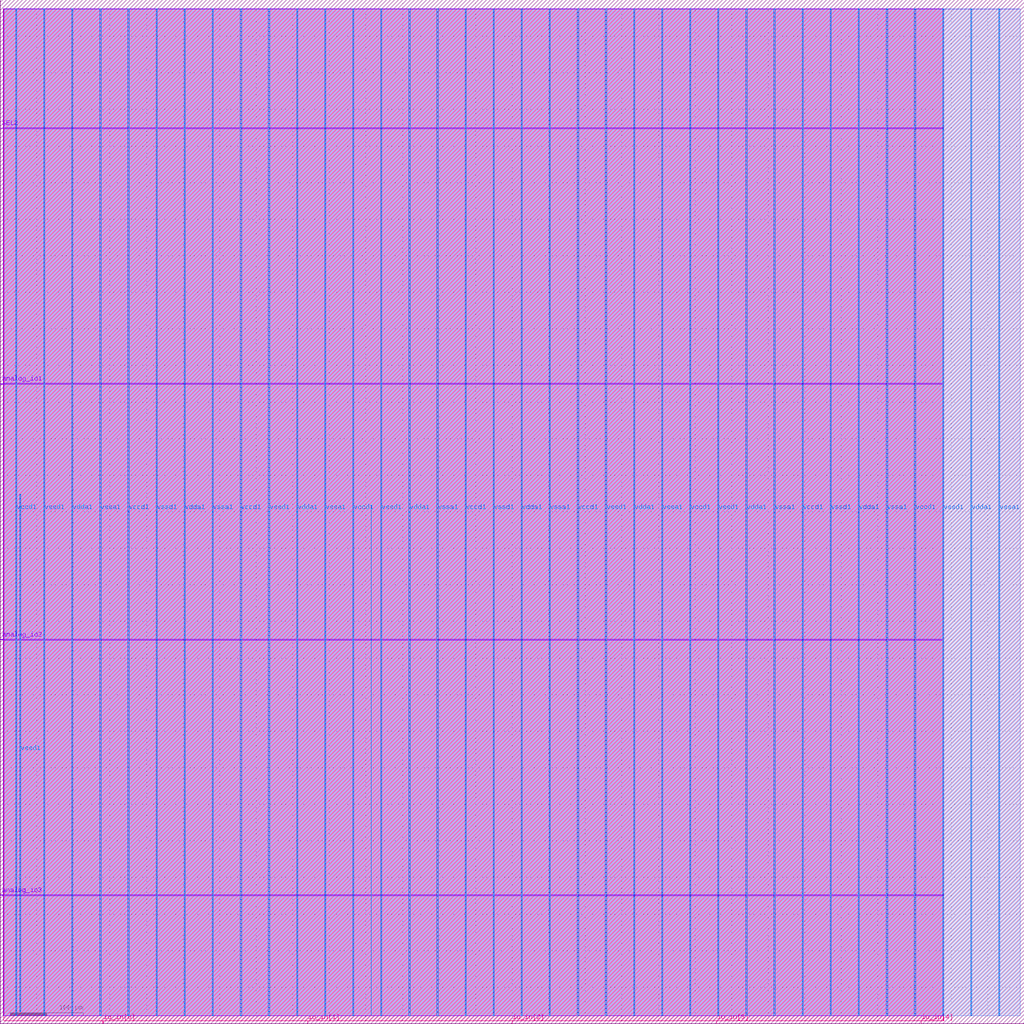
<source format=lef>
# Copyright 2020 The SkyWater PDK Authors
#
# Licensed under the Apache License, Version 2.0 (the "License");
# you may not use this file except in compliance with the License.
# You may obtain a copy of the License at
#
#     https://www.apache.org/licenses/LICENSE-2.0
#
# Unless required by applicable law or agreed to in writing, software
# distributed under the License is distributed on an "AS IS" BASIS,
# WITHOUT WARRANTIES OR CONDITIONS OF ANY KIND, either express or implied.
# See the License for the specific language governing permissions and
# limitations under the License.
#
# SPDX-License-Identifier: Apache-2.0

VERSION 5.7 ;

BUSBITCHARS "[]" ;
DIVIDERCHAR "/" ;

UNITS
  TIME NANOSECONDS 1 ;
  CAPACITANCE PICOFARADS 1 ;
  RESISTANCE OHMS 1 ;
  DATABASE MICRONS 1000 ;
END UNITS

MANUFACTURINGGRID 0.005 ;
USEMINSPACING OBS OFF ;

PROPERTYDEFINITIONS
  LAYER LEF58_TYPE STRING ;
END PROPERTYDEFINITIONS

# High density, single height
SITE unithd
  SYMMETRY Y ;
  CLASS CORE ;
  SIZE 0.46 BY 2.72 ;
END unithd

# High density, double height
SITE unithddbl
  SYMMETRY Y ;
  CLASS CORE ;
  SIZE 0.46 BY 5.44 ;
END unithddbl

LAYER nwell
  TYPE MASTERSLICE ;
  PROPERTY LEF58_TYPE "TYPE NWELL ;" ;
END nwell

LAYER pwell
  TYPE MASTERSLICE ;
  PROPERTY LEF58_TYPE "TYPE PWELL ;" ;
END pwell

LAYER li1
  TYPE ROUTING ;
  DIRECTION VERTICAL ;

  PITCH 0.46 0.34 ;
  OFFSET 0.23 0.17 ;

  WIDTH 0.17 ;          # LI 1
  # SPACING  0.17 ;     # LI 2
  SPACINGTABLE
     PARALLELRUNLENGTH 0
     WIDTH 0 0.17 ;
  AREA 0.0561 ;         # LI 6
  THICKNESS 0.1 ;
  EDGECAPACITANCE 40.697E-6 ;
  CAPACITANCE CPERSQDIST 36.9866E-6 ;
  RESISTANCE RPERSQ 9.2 ;

  ANTENNAMODEL OXIDE1 ;
  ANTENNADIFFSIDEAREARATIO PWL ( ( 0 75 ) ( 0.0125 75 ) ( 0.0225 85.125 ) ( 22.5 10200 ) ) ;
END li1

LAYER mcon
  TYPE CUT ;

  WIDTH 0.17 ;                # Mcon 1
  SPACING 0.19 ;              # Mcon 2
  ENCLOSURE BELOW 0 0 ;       # Mcon 4
  ENCLOSURE ABOVE 0.03 0.06 ; # Met1 4 / Met1 5
  RESISTANCE 1.6 ;

  ANTENNADIFFAREARATIO PWL ( ( 0 3 ) ( 0.0125 3 ) ( 0.0225 3.405 ) ( 22.5 408 ) ) ;
  DCCURRENTDENSITY AVERAGE 0.36 ; # mA per via Iavg_max at Tj = 90oC

END mcon

LAYER met1
  TYPE ROUTING ;
  DIRECTION HORIZONTAL ;

  PITCH 0.34 ;
  OFFSET 0.17 ;

  WIDTH 0.14 ;                     # Met1 1
  # SPACING 0.14 ;                 # Met1 2
  # SPACING 0.28 RANGE 3.001 100 ; # Met1 3b
  SPACINGTABLE
     PARALLELRUNLENGTH 0
     WIDTH 0 0.14
     WIDTH 3 0.28 ;
  AREA 0.083 ;                     # Met1 6
  THICKNESS 0.35 ;
  MINENCLOSEDAREA 0.14 ;

  ANTENNAMODEL OXIDE1 ;
  ANTENNADIFFSIDEAREARATIO PWL ( ( 0 400 ) ( 0.0125 400 ) ( 0.0225 2609 ) ( 22.5 11600 ) ) ;

  EDGECAPACITANCE 40.567E-6 ;
  CAPACITANCE CPERSQDIST 25.7784E-6 ;
  DCCURRENTDENSITY AVERAGE 2.8 ; # mA/um Iavg_max at Tj = 90oC
  ACCURRENTDENSITY RMS 6.1 ; # mA/um Irms_max at Tj = 90oC
  MAXIMUMDENSITY 70 ;
  DENSITYCHECKWINDOW 700 700 ;
  DENSITYCHECKSTEP 70 ;

  RESISTANCE RPERSQ 0.105 ;
END met1

LAYER via
  TYPE CUT ;
  WIDTH 0.15 ;                  # Via 1a
  SPACING 0.17 ;                # Via 2
  ENCLOSURE BELOW 0.055 0.085 ; # Via 4a / Via 5a
  ENCLOSURE ABOVE 0.055 0.085 ; # Met2 4 / Met2 5
  RESISTANCE 4.0 ;

  ANTENNADIFFAREARATIO PWL ( ( 0 6 ) ( 0.0125 6 ) ( 0.0225 6.81 ) ( 22.5 816 ) ) ;
  DCCURRENTDENSITY AVERAGE 0.29 ; # mA per via Iavg_max at Tj = 90oC
END via

LAYER met2
  TYPE ROUTING ;
  DIRECTION VERTICAL ;

  PITCH 0.46 ;
  OFFSET 0.23 ;

  WIDTH 0.14 ;                        # Met2 1
  # SPACING  0.14 ;                   # Met2 2
  # SPACING  0.28 RANGE 3.001 100 ;   # Met2 3b
  SPACINGTABLE
     PARALLELRUNLENGTH 0
     WIDTH 0 0.14
     WIDTH 3 0.28 ;
  AREA 0.0676 ;                       # Met2 6
  THICKNESS 0.35 ;
  MINENCLOSEDAREA 0.14 ;

  EDGECAPACITANCE 32.918E-6 ;
  CAPACITANCE CPERSQDIST 14.7703E-6 ;
  RESISTANCE RPERSQ 0.105 ;
  DCCURRENTDENSITY AVERAGE 2.8 ; # mA/um Iavg_max at Tj = 90oC
  ACCURRENTDENSITY RMS 6.1 ; # mA/um Irms_max at Tj = 90oC

  ANTENNAMODEL OXIDE1 ;
  ANTENNADIFFSIDEAREARATIO PWL ( ( 0 400 ) ( 0.0125 400 ) ( 0.0225 2609 ) ( 22.5 11600 ) ) ;

  MAXIMUMDENSITY 70 ;
  DENSITYCHECKWINDOW 700 700 ;
  DENSITYCHECKSTEP 70 ;
END met2

# ******** Layer via2, type routing, number 44 **************
LAYER via2
  TYPE CUT ;
  WIDTH 0.2 ;                   # Via2 1
  SPACING 0.2 ;                 # Via2 2
  ENCLOSURE BELOW 0.04 0.085 ;  # Via2 4
  ENCLOSURE ABOVE 0.065 0.065 ; # Met3 4
  RESISTANCE 0.5 ;
  ANTENNADIFFAREARATIO PWL ( ( 0 6 ) ( 0.0125 6 ) ( 0.0225 6.81 ) ( 22.5 816 ) ) ;
  DCCURRENTDENSITY AVERAGE 0.48 ; # mA per via Iavg_max at Tj = 90oC
END via2

LAYER met3
  TYPE ROUTING ;
  DIRECTION HORIZONTAL ;

  PITCH 0.68 ;
  OFFSET 0.34 ;

  WIDTH 0.3 ;              # Met3 1
  # SPACING 0.3 ;          # Met3 2
  SPACINGTABLE
     PARALLELRUNLENGTH 0
     WIDTH 0 0.3
     WIDTH 3 0.4 ;
  AREA 0.24 ;              # Met3 6
  THICKNESS 0.8 ;

  EDGECAPACITANCE 37.065E-6 ;
  CAPACITANCE CPERSQDIST 11.1883E-6 ;
  RESISTANCE RPERSQ 0.038 ;
  DCCURRENTDENSITY AVERAGE 6.8 ; # mA/um Iavg_max at Tj = 90oC
  ACCURRENTDENSITY RMS 14.9 ; # mA/um Irms_max at Tj = 90oC

  ANTENNAMODEL OXIDE1 ;
  ANTENNADIFFSIDEAREARATIO PWL ( ( 0 400 ) ( 0.0125 400 ) ( 0.0225 2609 ) ( 22.5 11600 ) ) ;

  MAXIMUMDENSITY 70 ;
  DENSITYCHECKWINDOW 700 700 ;
  DENSITYCHECKSTEP 70 ;
END met3

LAYER via3
  TYPE CUT ;
  WIDTH 0.2 ;                   # Via3 1
  SPACING 0.2 ;                 # Via3 2
  ENCLOSURE BELOW 0.06 0.09 ;   # Via3 4 / Via3 5
  ENCLOSURE ABOVE 0.065 0.065 ; # Met4 3
  RESISTANCE 0.5 ;
  ANTENNADIFFAREARATIO PWL ( ( 0 6 ) ( 0.0125 6 ) ( 0.0225 6.81 ) ( 22.5 816 ) ) ;
  DCCURRENTDENSITY AVERAGE 0.48 ; # mA per via Iavg_max at Tj = 90oC
END via3

LAYER met4
  TYPE ROUTING ;
  DIRECTION VERTICAL ;

  PITCH 0.92 ;
  OFFSET 0.46 ;

  WIDTH 0.3 ;             # Met4 1
  # SPACING  0.3 ;             # Met4 2
  SPACINGTABLE
     PARALLELRUNLENGTH 0
     WIDTH 0 0.3
     WIDTH 3 0.4 ;
  AREA 0.24 ;            # Met4 4a

  THICKNESS 0.8 ;

  EDGECAPACITANCE 34.169E-6 ;
  CAPACITANCE CPERSQDIST 7.84019E-6 ;
  RESISTANCE RPERSQ 0.038 ;
  DCCURRENTDENSITY AVERAGE 6.8 ; # mA/um Iavg_max at Tj = 90oC
  ACCURRENTDENSITY RMS 14.9 ; # mA/um Irms_max at Tj = 90oC

  ANTENNAMODEL OXIDE1 ;
  ANTENNADIFFSIDEAREARATIO PWL ( ( 0 400 ) ( 0.0125 400 ) ( 0.0225 2609 ) ( 22.5 11600 ) ) ;

  MAXIMUMDENSITY 70 ;
  DENSITYCHECKWINDOW 700 700 ;
  DENSITYCHECKSTEP 70 ;
END met4

LAYER via4
  TYPE CUT ;

  WIDTH 0.8 ;                 # Via4 1
  SPACING 0.8 ;               # Via4 2
  ENCLOSURE BELOW 0.19 0.19 ; # Via4 4
  ENCLOSURE ABOVE 0.31 0.31 ; # Met5 3
  RESISTANCE 0.012 ;
  ANTENNADIFFAREARATIO PWL ( ( 0 6 ) ( 0.0125 6 ) ( 0.0225 6.81 ) ( 22.5 816 ) ) ;
  DCCURRENTDENSITY AVERAGE 2.49 ; # mA per via Iavg_max at Tj = 90oC
END via4

LAYER met5
  TYPE ROUTING ;
  DIRECTION HORIZONTAL ;

  PITCH 3.4 ;
  OFFSET 1.7 ;

  WIDTH 1.6 ;            # Met5 1
  #SPACING  1.6 ;        # Met5 2
  SPACINGTABLE
     PARALLELRUNLENGTH 0
     WIDTH 0 1.6 ;
  AREA 4 ;               # Met5 4

  THICKNESS 1.2 ;

  EDGECAPACITANCE 36.828E-6 ;
  CAPACITANCE CPERSQDIST 5.99155E-6 ;
  RESISTANCE RPERSQ 0.0212 ;
  DCCURRENTDENSITY AVERAGE 10.17 ; # mA/um Iavg_max at Tj = 90oC
  ACCURRENTDENSITY RMS 22.34 ; # mA/um Irms_max at Tj = 90oC

  ANTENNAMODEL OXIDE1 ;
  ANTENNADIFFSIDEAREARATIO PWL ( ( 0 400 ) ( 0.0125 400 ) ( 0.0225 2609 ) ( 22.5 11600 ) ) ;
END met5


### Routing via cells section   ###
# Plus via rule, metals are along the prefered direction
VIA L1M1_PR DEFAULT
  LAYER mcon ;
  RECT -0.085 -0.085 0.085 0.085 ;
  LAYER li1 ;
  RECT -0.085 -0.085 0.085 0.085 ;
  LAYER met1 ;
  RECT -0.145 -0.115 0.145 0.115 ;
END L1M1_PR

VIARULE L1M1_PR GENERATE
  LAYER li1 ;
  ENCLOSURE 0 0 ;
  LAYER met1 ;
  ENCLOSURE 0.06 0.03 ;
  LAYER mcon ;
  RECT -0.085 -0.085 0.085 0.085 ;
  SPACING 0.36 BY 0.36 ;
END L1M1_PR

# Plus via rule, metals are along the non prefered direction
VIA L1M1_PR_R DEFAULT
  LAYER mcon ;
  RECT -0.085 -0.085 0.085 0.085 ;
  LAYER li1 ;
  RECT -0.085 -0.085 0.085 0.085 ;
  LAYER met1 ;
  RECT -0.115 -0.145 0.115 0.145 ;
END L1M1_PR_R

VIARULE L1M1_PR_R GENERATE
  LAYER li1 ;
  ENCLOSURE 0 0 ;
  LAYER met1 ;
  ENCLOSURE 0.03 0.06 ;
  LAYER mcon ;
  RECT -0.085 -0.085 0.085 0.085 ;
  SPACING 0.36 BY 0.36 ;
END L1M1_PR_R

# Minus via rule, lower layer metal is along prefered direction
VIA L1M1_PR_M DEFAULT
  LAYER mcon ;
  RECT -0.085 -0.085 0.085 0.085 ;
  LAYER li1 ;
  RECT -0.085 -0.085 0.085 0.085 ;
  LAYER met1 ;
  RECT -0.115 -0.145 0.115 0.145 ;
END L1M1_PR_M

VIARULE L1M1_PR_M GENERATE
  LAYER li1 ;
  ENCLOSURE 0 0 ;
  LAYER met1 ;
  ENCLOSURE 0.03 0.06 ;
  LAYER mcon ;
  RECT -0.085 -0.085 0.085 0.085 ;
  SPACING 0.36 BY 0.36 ;
END L1M1_PR_M

# Minus via rule, upper layer metal is along prefered direction
VIA L1M1_PR_MR DEFAULT
  LAYER mcon ;
  RECT -0.085 -0.085 0.085 0.085 ;
  LAYER li1 ;
  RECT -0.085 -0.085 0.085 0.085 ;
  LAYER met1 ;
  RECT -0.145 -0.115 0.145 0.115 ;
END L1M1_PR_MR

VIARULE L1M1_PR_MR GENERATE
  LAYER li1 ;
  ENCLOSURE 0 0 ;
  LAYER met1 ;
  ENCLOSURE 0.06 0.03 ;
  LAYER mcon ;
  RECT -0.085 -0.085 0.085 0.085 ;
  SPACING 0.36 BY 0.36 ;
END L1M1_PR_MR

# Centered via rule, we really do not want to use it
VIA L1M1_PR_C DEFAULT
  LAYER mcon ;
  RECT -0.085 -0.085 0.085 0.085 ;
  LAYER li1 ;
  RECT -0.085 -0.085 0.085 0.085 ;
  LAYER met1 ;
  RECT -0.145 -0.145 0.145 0.145 ;
END L1M1_PR_C

VIARULE L1M1_PR_C GENERATE
  LAYER li1 ;
  ENCLOSURE 0 0 ;
  LAYER met1 ;
  ENCLOSURE 0.06 0.06 ;
  LAYER mcon ;
  RECT -0.085 -0.085 0.085 0.085 ;
  SPACING 0.36 BY 0.36 ;
END L1M1_PR_C

# Plus via rule, metals are along the prefered direction
VIA M1M2_PR DEFAULT
  LAYER via ;
  RECT -0.075 -0.075 0.075 0.075 ;
  LAYER met1 ;
  RECT -0.16 -0.13 0.16 0.13 ;
  LAYER met2 ;
  RECT -0.13 -0.16 0.13 0.16 ;
END M1M2_PR

VIARULE M1M2_PR GENERATE
  LAYER met1 ;
  ENCLOSURE 0.085 0.055 ;
  LAYER met2 ;
  ENCLOSURE 0.055 0.085 ;
  LAYER via ;
  RECT -0.075 -0.075 0.075 0.075 ;
  SPACING 0.32 BY 0.32 ;
END M1M2_PR

# Plus via rule, metals are along the non prefered direction
VIA M1M2_PR_R DEFAULT
  LAYER via ;
  RECT -0.075 -0.075 0.075 0.075 ;
  LAYER met1 ;
  RECT -0.13 -0.16 0.13 0.16 ;
  LAYER met2 ;
  RECT -0.16 -0.13 0.16 0.13 ;
END M1M2_PR_R

VIARULE M1M2_PR_R GENERATE
  LAYER met1 ;
  ENCLOSURE 0.055 0.085 ;
  LAYER met2 ;
  ENCLOSURE 0.085 0.055 ;
  LAYER via ;
  RECT -0.075 -0.075 0.075 0.075 ;
  SPACING 0.32 BY 0.32 ;
END M1M2_PR_R

# Minus via rule, lower layer metal is along prefered direction
VIA M1M2_PR_M DEFAULT
  LAYER via ;
  RECT -0.075 -0.075 0.075 0.075 ;
  LAYER met1 ;
  RECT -0.16 -0.13 0.16 0.13 ;
  LAYER met2 ;
  RECT -0.16 -0.13 0.16 0.13 ;
END M1M2_PR_M

VIARULE M1M2_PR_M GENERATE
  LAYER met1 ;
  ENCLOSURE 0.085 0.055 ;
  LAYER met2 ;
  ENCLOSURE 0.085 0.055 ;
  LAYER via ;
  RECT -0.075 -0.075 0.075 0.075 ;
  SPACING 0.32 BY 0.32 ;
END M1M2_PR_M

# Minus via rule, upper layer metal is along prefered direction
VIA M1M2_PR_MR DEFAULT
  LAYER via ;
  RECT -0.075 -0.075 0.075 0.075 ;
  LAYER met1 ;
  RECT -0.13 -0.16 0.13 0.16 ;
  LAYER met2 ;
  RECT -0.13 -0.16 0.13 0.16 ;
END M1M2_PR_MR

VIARULE M1M2_PR_MR GENERATE
  LAYER met1 ;
  ENCLOSURE 0.055 0.085 ;
  LAYER met2 ;
  ENCLOSURE 0.055 0.085 ;
  LAYER via ;
  RECT -0.075 -0.075 0.075 0.075 ;
  SPACING 0.32 BY 0.32 ;
END M1M2_PR_MR

# Centered via rule, we really do not want to use it
VIA M1M2_PR_C DEFAULT
  LAYER via ;
  RECT -0.075 -0.075 0.075 0.075 ;
  LAYER met1 ;
  RECT -0.16 -0.16 0.16 0.16 ;
  LAYER met2 ;
  RECT -0.16 -0.16 0.16 0.16 ;
END M1M2_PR_C

VIARULE M1M2_PR_C GENERATE
  LAYER met1 ;
  ENCLOSURE 0.085 0.085 ;
  LAYER met2 ;
  ENCLOSURE 0.085 0.085 ;
  LAYER via ;
  RECT -0.075 -0.075 0.075 0.075 ;
  SPACING 0.32 BY 0.32 ;
END M1M2_PR_C

# Plus via rule, metals are along the prefered direction
VIA M2M3_PR DEFAULT
  LAYER via2 ;
  RECT -0.1 -0.1 0.1 0.1 ;
  LAYER met2 ;
  RECT -0.14 -0.185 0.14 0.185 ;
  LAYER met3 ;
  RECT -0.165 -0.165 0.165 0.165 ;
END M2M3_PR

VIARULE M2M3_PR GENERATE
  LAYER met2 ;
  ENCLOSURE 0.04 0.085 ;
  LAYER met3 ;
  ENCLOSURE 0.065 0.065 ;
  LAYER via2 ;
  RECT -0.1 -0.1 0.1 0.1 ;
  SPACING 0.4 BY 0.4 ;
END M2M3_PR

# Plus via rule, metals are along the non prefered direction
VIA M2M3_PR_R DEFAULT
  LAYER via2 ;
  RECT -0.1 -0.1 0.1 0.1 ;
  LAYER met2 ;
  RECT -0.185 -0.14 0.185 0.14 ;
  LAYER met3 ;
  RECT -0.165 -0.165 0.165 0.165 ;
END M2M3_PR_R

VIARULE M2M3_PR_R GENERATE
  LAYER met2 ;
  ENCLOSURE 0.085 0.04 ;
  LAYER met3 ;
  ENCLOSURE 0.065 0.065 ;
  LAYER via2 ;
  RECT -0.1 -0.1 0.1 0.1 ;
  SPACING 0.4 BY 0.4 ;
END M2M3_PR_R

# Minus via rule, lower layer metal is along prefered direction
VIA M2M3_PR_M DEFAULT
  LAYER via2 ;
  RECT -0.1 -0.1 0.1 0.1 ;
  LAYER met2 ;
  RECT -0.14 -0.185 0.14 0.185 ;
  LAYER met3 ;
  RECT -0.165 -0.165 0.165 0.165 ;
END M2M3_PR_M

VIARULE M2M3_PR_M GENERATE
  LAYER met2 ;
  ENCLOSURE 0.04 0.085 ;
  LAYER met3 ;
  ENCLOSURE 0.065 0.065 ;
  LAYER via2 ;
  RECT -0.1 -0.1 0.1 0.1 ;
  SPACING 0.4 BY 0.4 ;
END M2M3_PR_M

# Minus via rule, upper layer metal is along prefered direction
VIA M2M3_PR_MR DEFAULT
  LAYER via2 ;
  RECT -0.1 -0.1 0.1 0.1 ;
  LAYER met2 ;
  RECT -0.185 -0.14 0.185 0.14 ;
  LAYER met3 ;
  RECT -0.165 -0.165 0.165 0.165 ;
END M2M3_PR_MR

VIARULE M2M3_PR_MR GENERATE
  LAYER met2 ;
  ENCLOSURE 0.085 0.04 ;
  LAYER met3 ;
  ENCLOSURE 0.065 0.065 ;
  LAYER via2 ;
  RECT -0.1 -0.1 0.1 0.1 ;
  SPACING 0.4 BY 0.4 ;
END M2M3_PR_MR

# Centered via rule, we really do not want to use it
VIA M2M3_PR_C DEFAULT
  LAYER via2 ;
  RECT -0.1 -0.1 0.1 0.1 ;
  LAYER met2 ;
  RECT -0.185 -0.185 0.185 0.185 ;
  LAYER met3 ;
  RECT -0.165 -0.165 0.165 0.165 ;
END M2M3_PR_C

VIARULE M2M3_PR_C GENERATE
  LAYER met2 ;
  ENCLOSURE 0.085 0.085 ;
  LAYER met3 ;
  ENCLOSURE 0.065 0.065 ;
  LAYER via2 ;
  RECT -0.1 -0.1 0.1 0.1 ;
  SPACING 0.4 BY 0.4 ;
END M2M3_PR_C

# Plus via rule, metals are along the prefered direction
VIA M3M4_PR DEFAULT
  LAYER via3 ;
  RECT -0.1 -0.1 0.1 0.1 ;
  LAYER met3 ;
  RECT -0.19 -0.16 0.19 0.16 ;
  LAYER met4 ;
  RECT -0.165 -0.165 0.165 0.165 ;
END M3M4_PR

VIARULE M3M4_PR GENERATE
  LAYER met3 ;
  ENCLOSURE 0.09 0.06 ;
  LAYER met4 ;
  ENCLOSURE 0.065 0.065 ;
  LAYER via3 ;
  RECT -0.1 -0.1 0.1 0.1 ;
  SPACING 0.4 BY 0.4 ;
END M3M4_PR

# Plus via rule, metals are along the non prefered direction
VIA M3M4_PR_R DEFAULT
  LAYER via3 ;
  RECT -0.1 -0.1 0.1 0.1 ;
  LAYER met3 ;
  RECT -0.16 -0.19 0.16 0.19 ;
  LAYER met4 ;
  RECT -0.165 -0.165 0.165 0.165 ;
END M3M4_PR_R

VIARULE M3M4_PR_R GENERATE
  LAYER met3 ;
  ENCLOSURE 0.06 0.09 ;
  LAYER met4 ;
  ENCLOSURE 0.065 0.065 ;
  LAYER via3 ;
  RECT -0.1 -0.1 0.1 0.1 ;
  SPACING 0.4 BY 0.4 ;
END M3M4_PR_R

# Minus via rule, lower layer metal is along prefered direction
VIA M3M4_PR_M DEFAULT
  LAYER via3 ;
  RECT -0.1 -0.1 0.1 0.1 ;
  LAYER met3 ;
  RECT -0.19 -0.16 0.19 0.16 ;
  LAYER met4 ;
  RECT -0.165 -0.165 0.165 0.165 ;
END M3M4_PR_M

VIARULE M3M4_PR_M GENERATE
  LAYER met3 ;
  ENCLOSURE 0.09 0.06 ;
  LAYER met4 ;
  ENCLOSURE 0.065 0.065 ;
  LAYER via3 ;
  RECT -0.1 -0.1 0.1 0.1 ;
  SPACING 0.4 BY 0.4 ;
END M3M4_PR_M

# Minus via rule, upper layer metal is along prefered direction
VIA M3M4_PR_MR DEFAULT
  LAYER via3 ;
  RECT -0.1 -0.1 0.1 0.1 ;
  LAYER met3 ;
  RECT -0.16 -0.19 0.16 0.19 ;
  LAYER met4 ;
  RECT -0.165 -0.165 0.165 0.165 ;
END M3M4_PR_MR

VIARULE M3M4_PR_MR GENERATE
  LAYER met3 ;
  ENCLOSURE 0.06 0.09 ;
  LAYER met4 ;
  ENCLOSURE 0.065 0.065 ;
  LAYER via3 ;
  RECT -0.1 -0.1 0.1 0.1 ;
  SPACING 0.4 BY 0.4 ;
END M3M4_PR_MR

# Centered via rule, we really do not want to use it
VIA M3M4_PR_C DEFAULT
  LAYER via3 ;
  RECT -0.1 -0.1 0.1 0.1 ;
  LAYER met3 ;
  RECT -0.19 -0.19 0.19 0.19 ;
  LAYER met4 ;
  RECT -0.165 -0.165 0.165 0.165 ;
END M3M4_PR_C

VIARULE M3M4_PR_C GENERATE
  LAYER met3 ;
  ENCLOSURE 0.09 0.09 ;
  LAYER met4 ;
  ENCLOSURE 0.065 0.065 ;
  LAYER via3 ;
  RECT -0.1 -0.1 0.1 0.1 ;
  SPACING 0.4 BY 0.4 ;
END M3M4_PR_C

# Plus via rule, metals are along the prefered direction
VIA M4M5_PR DEFAULT
  LAYER via4 ;
  RECT -0.4 -0.4 0.4 0.4 ;
  LAYER met4 ;
  RECT -0.59 -0.59 0.59 0.59 ;
  LAYER met5 ;
  RECT -0.71 -0.71 0.71 0.71 ;
END M4M5_PR

VIARULE M4M5_PR GENERATE
  LAYER met4 ;
  ENCLOSURE 0.19 0.19 ;
  LAYER met5 ;
  ENCLOSURE 0.31 0.31 ;
  LAYER via4 ;
  RECT -0.4 -0.4 0.4 0.4 ;
  SPACING 1.6 BY 1.6 ;
END M4M5_PR

# Plus via rule, metals are along the non prefered direction
VIA M4M5_PR_R DEFAULT
  LAYER via4 ;
  RECT -0.4 -0.4 0.4 0.4 ;
  LAYER met4 ;
  RECT -0.59 -0.59 0.59 0.59 ;
  LAYER met5 ;
  RECT -0.71 -0.71 0.71 0.71 ;
END M4M5_PR_R

VIARULE M4M5_PR_R GENERATE
  LAYER met4 ;
  ENCLOSURE 0.19 0.19 ;
  LAYER met5 ;
  ENCLOSURE 0.31 0.31 ;
  LAYER via4 ;
  RECT -0.4 -0.4 0.4 0.4 ;
  SPACING 1.6 BY 1.6 ;
END M4M5_PR_R

# Minus via rule, lower layer metal is along prefered direction
VIA M4M5_PR_M DEFAULT
  LAYER via4 ;
  RECT -0.4 -0.4 0.4 0.4 ;
  LAYER met4 ;
  RECT -0.59 -0.59 0.59 0.59 ;
  LAYER met5 ;
  RECT -0.71 -0.71 0.71 0.71 ;
END M4M5_PR_M

VIARULE M4M5_PR_M GENERATE
  LAYER met4 ;
  ENCLOSURE 0.19 0.19 ;
  LAYER met5 ;
  ENCLOSURE 0.31 0.31 ;
  LAYER via4 ;
  RECT -0.4 -0.4 0.4 0.4 ;
  SPACING 1.6 BY 1.6 ;
END M4M5_PR_M

# Minus via rule, upper layer metal is along prefered direction
VIA M4M5_PR_MR DEFAULT
  LAYER via4 ;
  RECT -0.4 -0.4 0.4 0.4 ;
  LAYER met4 ;
  RECT -0.59 -0.59 0.59 0.59 ;
  LAYER met5 ;
  RECT -0.71 -0.71 0.71 0.71 ;
END M4M5_PR_MR

VIARULE M4M5_PR_MR GENERATE
  LAYER met4 ;
  ENCLOSURE 0.19 0.19 ;
  LAYER met5 ;
  ENCLOSURE 0.31 0.31 ;
  LAYER via4 ;
  RECT -0.4 -0.4 0.4 0.4 ;
  SPACING 1.6 BY 1.6 ;
END M4M5_PR_MR

# Centered via rule, we really do not want to use it
VIA M4M5_PR_C DEFAULT
  LAYER via4 ;
  RECT -0.4 -0.4 0.4 0.4 ;
  LAYER met4 ;
  RECT -0.59 -0.59 0.59 0.59 ;
  LAYER met5 ;
  RECT -0.71 -0.71 0.71 0.71 ;
END M4M5_PR_C

VIARULE M4M5_PR_C GENERATE
  LAYER met4 ;
  ENCLOSURE 0.19 0.19 ;
  LAYER met5 ;
  ENCLOSURE 0.31 0.31 ;
  LAYER via4 ;
  RECT -0.4 -0.4 0.4 0.4 ;
  SPACING 1.6 BY 1.6 ;
END M4M5_PR_C
###  end of single via cells   ###


MACRO sky130_fd_sc_hd__a2bb2o_1
  CLASS CORE ;
  FOREIGN sky130_fd_sc_hd__a2bb2o_1 ;
  ORIGIN 0.000 0.000 ;
  SIZE 3.680 BY 2.720 ;
  SYMMETRY X Y R90 ;
  SITE unithd ;
  PIN A1_N
    DIRECTION INPUT ;
    USE SIGNAL ;
    ANTENNAGATEAREA 0.126000 ;
    PORT
      LAYER li1 ;
        RECT 0.910 0.995 1.240 1.615 ;
    END
  END A1_N
  PIN A2_N
    DIRECTION INPUT ;
    USE SIGNAL ;
    ANTENNAGATEAREA 0.126000 ;
    PORT
      LAYER li1 ;
        RECT 1.410 0.995 1.700 1.375 ;
    END
  END A2_N
  PIN B1
    DIRECTION INPUT ;
    USE SIGNAL ;
    ANTENNAGATEAREA 0.126000 ;
    PORT
      LAYER li1 ;
        RECT 3.280 0.765 3.540 1.655 ;
    END
  END B1
  PIN B2
    DIRECTION INPUT ;
    USE SIGNAL ;
    ANTENNAGATEAREA 0.126000 ;
    PORT
      LAYER li1 ;
        RECT 2.600 1.355 3.080 1.655 ;
        RECT 2.820 0.765 3.080 1.355 ;
    END
  END B2
  PIN VGND
    DIRECTION INOUT ;
    USE GROUND ;
    SHAPE ABUTMENT ;
    PORT
      LAYER met1 ;
        RECT 0.000 -0.240 3.680 0.240 ;
    END
  END VGND
  PIN VNB
    DIRECTION INOUT ;
    USE GROUND ;
    PORT
      LAYER pwell ;
        RECT 0.005 0.785 0.925 1.015 ;
        RECT 0.005 0.105 3.590 0.785 ;
        RECT 0.150 -0.085 0.320 0.105 ;
    END
  END VNB
  PIN VPB
    DIRECTION INOUT ;
    USE POWER ;
    PORT
      LAYER nwell ;
        RECT -0.190 1.305 3.870 2.910 ;
    END
  END VPB
  PIN VPWR
    DIRECTION INOUT ;
    USE POWER ;
    SHAPE ABUTMENT ;
    PORT
      LAYER met1 ;
        RECT 0.000 2.480 3.680 2.960 ;
    END
  END VPWR
  PIN X
    DIRECTION OUTPUT ;
    USE SIGNAL ;
    ANTENNADIFFAREA 0.429000 ;
    PORT
      LAYER li1 ;
        RECT 0.085 1.525 0.345 2.465 ;
        RECT 0.085 0.810 0.260 1.525 ;
        RECT 0.085 0.255 0.345 0.810 ;
    END
  END X
  OBS
      LAYER li1 ;
        RECT 0.000 2.635 3.680 2.805 ;
        RECT 0.515 2.235 0.845 2.635 ;
        RECT 1.990 2.370 2.245 2.465 ;
        RECT 1.105 2.200 2.245 2.370 ;
        RECT 2.415 2.255 2.745 2.425 ;
        RECT 1.105 1.975 1.275 2.200 ;
        RECT 0.515 1.805 1.275 1.975 ;
        RECT 1.990 2.065 2.245 2.200 ;
        RECT 0.515 1.325 0.685 1.805 ;
        RECT 1.540 1.715 1.710 1.905 ;
        RECT 1.990 1.895 2.400 2.065 ;
        RECT 1.540 1.545 2.060 1.715 ;
        RECT 0.430 0.995 0.685 1.325 ;
        RECT 1.890 0.825 2.060 1.545 ;
        RECT 1.180 0.655 2.060 0.825 ;
        RECT 2.230 0.870 2.400 1.895 ;
        RECT 2.575 2.005 2.745 2.255 ;
        RECT 2.915 2.175 3.165 2.635 ;
        RECT 3.335 2.005 3.515 2.465 ;
        RECT 2.575 1.835 3.515 2.005 ;
        RECT 2.230 0.700 2.580 0.870 ;
        RECT 0.515 0.085 0.945 0.530 ;
        RECT 1.180 0.255 1.350 0.655 ;
        RECT 1.520 0.085 2.240 0.485 ;
        RECT 2.410 0.255 2.580 0.700 ;
        RECT 3.155 0.085 3.555 0.595 ;
        RECT 0.000 -0.085 3.680 0.085 ;
      LAYER mcon ;
        RECT 0.145 2.635 0.315 2.805 ;
        RECT 0.605 2.635 0.775 2.805 ;
        RECT 1.065 2.635 1.235 2.805 ;
        RECT 1.525 2.635 1.695 2.805 ;
        RECT 1.985 2.635 2.155 2.805 ;
        RECT 2.445 2.635 2.615 2.805 ;
        RECT 2.905 2.635 3.075 2.805 ;
        RECT 3.365 2.635 3.535 2.805 ;
        RECT 0.145 -0.085 0.315 0.085 ;
        RECT 0.605 -0.085 0.775 0.085 ;
        RECT 1.065 -0.085 1.235 0.085 ;
        RECT 1.525 -0.085 1.695 0.085 ;
        RECT 1.985 -0.085 2.155 0.085 ;
        RECT 2.445 -0.085 2.615 0.085 ;
        RECT 2.905 -0.085 3.075 0.085 ;
        RECT 3.365 -0.085 3.535 0.085 ;
  END
END sky130_fd_sc_hd__a2bb2o_1
MACRO sky130_fd_sc_hd__a2bb2o_2
  CLASS CORE ;
  FOREIGN sky130_fd_sc_hd__a2bb2o_2 ;
  ORIGIN 0.000 0.000 ;
  SIZE 4.140 BY 2.720 ;
  SYMMETRY X Y R90 ;
  SITE unithd ;
  PIN A1_N
    DIRECTION INPUT ;
    USE SIGNAL ;
    ANTENNAGATEAREA 0.159000 ;
    PORT
      LAYER li1 ;
        RECT 1.345 0.995 1.675 1.615 ;
    END
  END A1_N
  PIN A2_N
    DIRECTION INPUT ;
    USE SIGNAL ;
    ANTENNAGATEAREA 0.159000 ;
    PORT
      LAYER li1 ;
        RECT 1.845 0.995 2.135 1.375 ;
    END
  END A2_N
  PIN B1
    DIRECTION INPUT ;
    USE SIGNAL ;
    ANTENNAGATEAREA 0.159000 ;
    PORT
      LAYER li1 ;
        RECT 3.730 0.765 3.990 1.655 ;
    END
  END B1
  PIN B2
    DIRECTION INPUT ;
    USE SIGNAL ;
    ANTENNAGATEAREA 0.159000 ;
    PORT
      LAYER li1 ;
        RECT 3.050 1.355 3.530 1.655 ;
        RECT 3.270 0.765 3.530 1.355 ;
    END
  END B2
  PIN VGND
    DIRECTION INOUT ;
    USE GROUND ;
    SHAPE ABUTMENT ;
    PORT
      LAYER met1 ;
        RECT 0.000 -0.240 4.140 0.240 ;
    END
  END VGND
  PIN VNB
    DIRECTION INOUT ;
    USE GROUND ;
    PORT
      LAYER pwell ;
        RECT 0.015 0.785 1.360 1.015 ;
        RECT 0.015 0.105 4.040 0.785 ;
        RECT 0.125 -0.085 0.295 0.105 ;
    END
  END VNB
  PIN VPB
    DIRECTION INOUT ;
    USE POWER ;
    PORT
      LAYER nwell ;
        RECT -0.190 1.305 4.330 2.910 ;
    END
  END VPB
  PIN VPWR
    DIRECTION INOUT ;
    USE POWER ;
    SHAPE ABUTMENT ;
    PORT
      LAYER met1 ;
        RECT 0.000 2.480 4.140 2.960 ;
    END
  END VPWR
  PIN X
    DIRECTION OUTPUT ;
    USE SIGNAL ;
    ANTENNADIFFAREA 0.445500 ;
    PORT
      LAYER li1 ;
        RECT 0.525 1.525 0.780 2.465 ;
        RECT 0.525 0.810 0.695 1.525 ;
        RECT 0.525 0.255 0.780 0.810 ;
    END
  END X
  OBS
      LAYER li1 ;
        RECT 0.000 2.635 4.140 2.805 ;
        RECT 0.185 1.445 0.355 2.635 ;
        RECT 0.950 2.235 1.280 2.635 ;
        RECT 2.500 2.370 2.670 2.465 ;
        RECT 1.540 2.200 2.670 2.370 ;
        RECT 2.875 2.255 3.205 2.425 ;
        RECT 1.540 1.975 1.710 2.200 ;
        RECT 0.950 1.805 1.710 1.975 ;
        RECT 2.440 2.065 2.670 2.200 ;
        RECT 0.950 1.325 1.120 1.805 ;
        RECT 1.975 1.715 2.145 1.905 ;
        RECT 2.440 1.895 2.850 2.065 ;
        RECT 1.975 1.545 2.510 1.715 ;
        RECT 0.865 0.995 1.120 1.325 ;
        RECT 0.185 0.085 0.355 0.930 ;
        RECT 2.340 0.825 2.510 1.545 ;
        RECT 1.615 0.655 2.510 0.825 ;
        RECT 2.680 0.870 2.850 1.895 ;
        RECT 3.035 2.005 3.205 2.255 ;
        RECT 3.375 2.175 3.625 2.635 ;
        RECT 3.795 2.005 3.965 2.465 ;
        RECT 3.035 1.835 3.965 2.005 ;
        RECT 2.680 0.700 3.030 0.870 ;
        RECT 0.950 0.085 1.380 0.530 ;
        RECT 1.615 0.255 1.785 0.655 ;
        RECT 1.955 0.085 2.690 0.485 ;
        RECT 2.860 0.255 3.030 0.700 ;
        RECT 3.605 0.085 4.005 0.595 ;
        RECT 0.000 -0.085 4.140 0.085 ;
      LAYER mcon ;
        RECT 0.145 2.635 0.315 2.805 ;
        RECT 0.605 2.635 0.775 2.805 ;
        RECT 1.065 2.635 1.235 2.805 ;
        RECT 1.525 2.635 1.695 2.805 ;
        RECT 1.985 2.635 2.155 2.805 ;
        RECT 2.445 2.635 2.615 2.805 ;
        RECT 2.905 2.635 3.075 2.805 ;
        RECT 3.365 2.635 3.535 2.805 ;
        RECT 3.825 2.635 3.995 2.805 ;
        RECT 0.145 -0.085 0.315 0.085 ;
        RECT 0.605 -0.085 0.775 0.085 ;
        RECT 1.065 -0.085 1.235 0.085 ;
        RECT 1.525 -0.085 1.695 0.085 ;
        RECT 1.985 -0.085 2.155 0.085 ;
        RECT 2.445 -0.085 2.615 0.085 ;
        RECT 2.905 -0.085 3.075 0.085 ;
        RECT 3.365 -0.085 3.535 0.085 ;
        RECT 3.825 -0.085 3.995 0.085 ;
  END
END sky130_fd_sc_hd__a2bb2o_2
MACRO sky130_fd_sc_hd__a2bb2o_4
  CLASS CORE ;
  FOREIGN sky130_fd_sc_hd__a2bb2o_4 ;
  ORIGIN 0.000 0.000 ;
  SIZE 7.360 BY 2.720 ;
  SYMMETRY X Y R90 ;
  SITE unithd ;
  PIN A1_N
    DIRECTION INPUT ;
    USE SIGNAL ;
    ANTENNAGATEAREA 0.495000 ;
    PORT
      LAYER li1 ;
        RECT 3.475 1.445 4.965 1.615 ;
        RECT 3.475 1.325 3.645 1.445 ;
        RECT 3.315 1.075 3.645 1.325 ;
        RECT 4.605 1.075 4.965 1.445 ;
    END
  END A1_N
  PIN A2_N
    DIRECTION INPUT ;
    USE SIGNAL ;
    ANTENNAGATEAREA 0.495000 ;
    PORT
      LAYER li1 ;
        RECT 3.815 1.075 4.435 1.275 ;
    END
  END A2_N
  PIN B1
    DIRECTION INPUT ;
    USE SIGNAL ;
    ANTENNAGATEAREA 0.495000 ;
    PORT
      LAYER li1 ;
        RECT 0.085 1.445 1.685 1.615 ;
        RECT 0.085 1.075 0.575 1.445 ;
        RECT 1.515 1.245 1.685 1.445 ;
        RECT 1.515 1.075 1.895 1.245 ;
    END
  END B1
  PIN B2
    DIRECTION INPUT ;
    USE SIGNAL ;
    ANTENNAGATEAREA 0.495000 ;
    PORT
      LAYER li1 ;
        RECT 0.805 1.075 1.345 1.275 ;
    END
  END B2
  PIN VGND
    DIRECTION INOUT ;
    USE GROUND ;
    SHAPE ABUTMENT ;
    PORT
      LAYER met1 ;
        RECT 0.000 -0.240 7.360 0.240 ;
    END
  END VGND
  PIN VNB
    DIRECTION INOUT ;
    USE GROUND ;
    PORT
      LAYER pwell ;
        RECT 0.005 0.105 6.915 1.015 ;
        RECT 0.150 -0.085 0.320 0.105 ;
    END
  END VNB
  PIN VPB
    DIRECTION INOUT ;
    USE POWER ;
    PORT
      LAYER nwell ;
        RECT -0.190 1.305 7.550 2.910 ;
    END
  END VPB
  PIN VPWR
    DIRECTION INOUT ;
    USE POWER ;
    SHAPE ABUTMENT ;
    PORT
      LAYER met1 ;
        RECT 0.000 2.480 7.360 2.960 ;
    END
  END VPWR
  PIN X
    DIRECTION OUTPUT ;
    USE SIGNAL ;
    ANTENNADIFFAREA 0.891000 ;
    PORT
      LAYER li1 ;
        RECT 5.275 1.955 5.525 2.465 ;
        RECT 6.115 1.955 6.365 2.465 ;
        RECT 5.275 1.785 6.365 1.955 ;
        RECT 6.115 1.655 6.365 1.785 ;
        RECT 6.115 1.415 6.920 1.655 ;
        RECT 6.610 0.905 6.920 1.415 ;
        RECT 5.235 0.725 6.920 0.905 ;
        RECT 5.235 0.275 5.565 0.725 ;
        RECT 6.075 0.275 6.405 0.725 ;
    END
  END X
  OBS
      LAYER li1 ;
        RECT 0.000 2.635 7.360 2.805 ;
        RECT 0.135 1.955 0.385 2.465 ;
        RECT 0.555 2.125 0.805 2.635 ;
        RECT 0.975 1.955 1.225 2.465 ;
        RECT 1.395 2.125 1.645 2.635 ;
        RECT 1.815 2.295 2.905 2.465 ;
        RECT 1.815 1.955 2.065 2.295 ;
        RECT 2.655 2.135 2.905 2.295 ;
        RECT 3.175 2.135 3.425 2.635 ;
        RECT 3.595 2.295 4.685 2.465 ;
        RECT 3.595 2.135 3.845 2.295 ;
        RECT 0.135 1.785 2.065 1.955 ;
        RECT 1.855 1.455 2.065 1.785 ;
        RECT 2.235 1.965 2.485 2.125 ;
        RECT 4.015 1.965 4.265 2.125 ;
        RECT 2.235 1.415 2.620 1.965 ;
        RECT 3.135 1.785 4.265 1.965 ;
        RECT 4.435 1.785 4.685 2.295 ;
        RECT 4.855 1.795 5.105 2.635 ;
        RECT 5.695 2.165 5.945 2.635 ;
        RECT 6.535 1.825 6.785 2.635 ;
        RECT 3.135 1.665 3.305 1.785 ;
        RECT 2.955 1.495 3.305 1.665 ;
        RECT 2.235 0.905 2.445 1.415 ;
        RECT 2.955 1.245 3.145 1.495 ;
        RECT 2.615 1.075 3.145 1.245 ;
        RECT 5.135 1.245 5.460 1.615 ;
        RECT 5.135 1.075 6.440 1.245 ;
        RECT 2.955 0.905 3.145 1.075 ;
        RECT 0.175 0.085 0.345 0.895 ;
        RECT 0.515 0.475 0.765 0.905 ;
        RECT 0.935 0.735 2.525 0.905 ;
        RECT 0.935 0.645 1.270 0.735 ;
        RECT 0.515 0.255 1.685 0.475 ;
        RECT 1.855 0.085 2.025 0.555 ;
        RECT 2.195 0.255 2.525 0.735 ;
        RECT 2.955 0.725 4.725 0.905 ;
        RECT 2.695 0.085 3.385 0.555 ;
        RECT 3.555 0.255 3.885 0.725 ;
        RECT 4.055 0.085 4.225 0.555 ;
        RECT 4.395 0.255 4.725 0.725 ;
        RECT 4.895 0.085 5.065 0.895 ;
        RECT 5.735 0.085 5.905 0.555 ;
        RECT 6.575 0.085 6.745 0.555 ;
        RECT 0.000 -0.085 7.360 0.085 ;
      LAYER mcon ;
        RECT 0.145 2.635 0.315 2.805 ;
        RECT 0.605 2.635 0.775 2.805 ;
        RECT 1.065 2.635 1.235 2.805 ;
        RECT 1.525 2.635 1.695 2.805 ;
        RECT 1.985 2.635 2.155 2.805 ;
        RECT 2.445 2.635 2.615 2.805 ;
        RECT 2.905 2.635 3.075 2.805 ;
        RECT 3.365 2.635 3.535 2.805 ;
        RECT 3.825 2.635 3.995 2.805 ;
        RECT 4.285 2.635 4.455 2.805 ;
        RECT 4.745 2.635 4.915 2.805 ;
        RECT 5.205 2.635 5.375 2.805 ;
        RECT 5.665 2.635 5.835 2.805 ;
        RECT 6.125 2.635 6.295 2.805 ;
        RECT 6.585 2.635 6.755 2.805 ;
        RECT 7.045 2.635 7.215 2.805 ;
        RECT 2.450 1.445 2.620 1.615 ;
        RECT 5.230 1.445 5.400 1.615 ;
        RECT 0.145 -0.085 0.315 0.085 ;
        RECT 0.605 -0.085 0.775 0.085 ;
        RECT 1.065 -0.085 1.235 0.085 ;
        RECT 1.525 -0.085 1.695 0.085 ;
        RECT 1.985 -0.085 2.155 0.085 ;
        RECT 2.445 -0.085 2.615 0.085 ;
        RECT 2.905 -0.085 3.075 0.085 ;
        RECT 3.365 -0.085 3.535 0.085 ;
        RECT 3.825 -0.085 3.995 0.085 ;
        RECT 4.285 -0.085 4.455 0.085 ;
        RECT 4.745 -0.085 4.915 0.085 ;
        RECT 5.205 -0.085 5.375 0.085 ;
        RECT 5.665 -0.085 5.835 0.085 ;
        RECT 6.125 -0.085 6.295 0.085 ;
        RECT 6.585 -0.085 6.755 0.085 ;
        RECT 7.045 -0.085 7.215 0.085 ;
      LAYER met1 ;
        RECT 2.390 1.600 2.680 1.645 ;
        RECT 5.170 1.600 5.460 1.645 ;
        RECT 2.390 1.460 5.460 1.600 ;
        RECT 2.390 1.415 2.680 1.460 ;
        RECT 5.170 1.415 5.460 1.460 ;
  END
END sky130_fd_sc_hd__a2bb2o_4
MACRO sky130_fd_sc_hd__a2bb2oi_1
  CLASS CORE ;
  FOREIGN sky130_fd_sc_hd__a2bb2oi_1 ;
  ORIGIN 0.000 0.000 ;
  SIZE 3.220 BY 2.720 ;
  SYMMETRY X Y R90 ;
  SITE unithd ;
  PIN A1_N
    DIRECTION INPUT ;
    USE SIGNAL ;
    ANTENNAGATEAREA 0.247500 ;
    PORT
      LAYER li1 ;
        RECT 0.150 0.995 0.520 1.615 ;
    END
  END A1_N
  PIN A2_N
    DIRECTION INPUT ;
    USE SIGNAL ;
    ANTENNAGATEAREA 0.247500 ;
    PORT
      LAYER li1 ;
        RECT 0.725 1.010 1.240 1.275 ;
    END
  END A2_N
  PIN B1
    DIRECTION INPUT ;
    USE SIGNAL ;
    ANTENNAGATEAREA 0.247500 ;
    PORT
      LAYER li1 ;
        RECT 2.780 0.995 3.070 1.615 ;
    END
  END B1
  PIN B2
    DIRECTION INPUT ;
    USE SIGNAL ;
    ANTENNAGATEAREA 0.247500 ;
    PORT
      LAYER li1 ;
        RECT 2.245 0.995 2.610 1.615 ;
        RECT 2.440 0.425 2.610 0.995 ;
    END
  END B2
  PIN VGND
    DIRECTION INOUT ;
    USE GROUND ;
    SHAPE ABUTMENT ;
    PORT
      LAYER met1 ;
        RECT 0.000 -0.240 3.220 0.240 ;
    END
  END VGND
  PIN VNB
    DIRECTION INOUT ;
    USE GROUND ;
    PORT
      LAYER pwell ;
        RECT 0.005 0.105 3.215 1.015 ;
        RECT 0.145 -0.085 0.315 0.105 ;
    END
  END VNB
  PIN VPB
    DIRECTION INOUT ;
    USE POWER ;
    PORT
      LAYER nwell ;
        RECT -0.190 1.305 3.410 2.910 ;
    END
  END VPB
  PIN VPWR
    DIRECTION INOUT ;
    USE POWER ;
    SHAPE ABUTMENT ;
    PORT
      LAYER met1 ;
        RECT 0.000 2.480 3.220 2.960 ;
    END
  END VPWR
  PIN Y
    DIRECTION OUTPUT ;
    USE SIGNAL ;
    ANTENNADIFFAREA 0.515500 ;
    PORT
      LAYER li1 ;
        RECT 1.420 1.955 1.785 2.465 ;
        RECT 1.420 1.785 1.945 1.955 ;
        RECT 1.775 0.825 1.945 1.785 ;
        RECT 1.775 0.255 2.205 0.825 ;
    END
  END Y
  OBS
      LAYER li1 ;
        RECT 0.000 2.635 3.220 2.805 ;
        RECT 0.095 1.805 0.425 2.635 ;
        RECT 0.875 1.615 1.205 2.465 ;
        RECT 1.955 2.235 2.285 2.465 ;
        RECT 2.115 1.955 2.285 2.235 ;
        RECT 2.455 2.135 2.705 2.635 ;
        RECT 2.875 1.955 3.130 2.465 ;
        RECT 2.115 1.785 3.130 1.955 ;
        RECT 0.875 1.445 1.580 1.615 ;
        RECT 1.410 0.830 1.580 1.445 ;
        RECT 0.095 0.085 0.425 0.825 ;
        RECT 0.595 0.660 1.580 0.830 ;
        RECT 0.595 0.255 0.765 0.660 ;
        RECT 0.935 0.085 1.605 0.490 ;
        RECT 2.795 0.085 3.125 0.825 ;
        RECT 0.000 -0.085 3.220 0.085 ;
      LAYER mcon ;
        RECT 0.145 2.635 0.315 2.805 ;
        RECT 0.605 2.635 0.775 2.805 ;
        RECT 1.065 2.635 1.235 2.805 ;
        RECT 1.525 2.635 1.695 2.805 ;
        RECT 1.985 2.635 2.155 2.805 ;
        RECT 2.445 2.635 2.615 2.805 ;
        RECT 2.905 2.635 3.075 2.805 ;
        RECT 0.145 -0.085 0.315 0.085 ;
        RECT 0.605 -0.085 0.775 0.085 ;
        RECT 1.065 -0.085 1.235 0.085 ;
        RECT 1.525 -0.085 1.695 0.085 ;
        RECT 1.985 -0.085 2.155 0.085 ;
        RECT 2.445 -0.085 2.615 0.085 ;
        RECT 2.905 -0.085 3.075 0.085 ;
  END
END sky130_fd_sc_hd__a2bb2oi_1
MACRO sky130_fd_sc_hd__a2bb2oi_2
  CLASS CORE ;
  FOREIGN sky130_fd_sc_hd__a2bb2oi_2 ;
  ORIGIN 0.000 0.000 ;
  SIZE 5.520 BY 2.720 ;
  SYMMETRY X Y R90 ;
  SITE unithd ;
  PIN A1_N
    DIRECTION INPUT ;
    USE SIGNAL ;
    ANTENNAGATEAREA 0.495000 ;
    PORT
      LAYER li1 ;
        RECT 3.310 1.075 4.205 1.275 ;
    END
  END A1_N
  PIN A2_N
    DIRECTION INPUT ;
    USE SIGNAL ;
    ANTENNAGATEAREA 0.495000 ;
    PORT
      LAYER li1 ;
        RECT 4.455 1.075 5.435 1.275 ;
    END
  END A2_N
  PIN B1
    DIRECTION INPUT ;
    USE SIGNAL ;
    ANTENNAGATEAREA 0.495000 ;
    PORT
      LAYER li1 ;
        RECT 0.085 1.445 2.030 1.615 ;
        RECT 0.085 1.075 0.710 1.445 ;
        RECT 1.700 1.075 2.030 1.445 ;
    END
  END B1
  PIN B2
    DIRECTION INPUT ;
    USE SIGNAL ;
    ANTENNAGATEAREA 0.495000 ;
    PORT
      LAYER li1 ;
        RECT 0.940 1.075 1.480 1.275 ;
    END
  END B2
  PIN VGND
    DIRECTION INOUT ;
    USE GROUND ;
    SHAPE ABUTMENT ;
    PORT
      LAYER met1 ;
        RECT 0.000 -0.240 5.520 0.240 ;
    END
  END VGND
  PIN VNB
    DIRECTION INOUT ;
    USE GROUND ;
    PORT
      LAYER pwell ;
        RECT 0.140 0.105 5.390 1.015 ;
        RECT 0.145 -0.085 0.315 0.105 ;
    END
  END VNB
  PIN VPB
    DIRECTION INOUT ;
    USE POWER ;
    PORT
      LAYER nwell ;
        RECT -0.190 1.305 5.710 2.910 ;
    END
  END VPB
  PIN VPWR
    DIRECTION INOUT ;
    USE POWER ;
    SHAPE ABUTMENT ;
    PORT
      LAYER met1 ;
        RECT 0.000 2.480 5.520 2.960 ;
    END
  END VPWR
  PIN Y
    DIRECTION OUTPUT ;
    USE SIGNAL ;
    ANTENNADIFFAREA 0.621000 ;
    PORT
      LAYER li1 ;
        RECT 2.370 1.660 2.620 2.125 ;
        RECT 2.370 0.905 2.660 1.660 ;
        RECT 1.070 0.725 2.660 0.905 ;
        RECT 1.070 0.645 1.400 0.725 ;
        RECT 2.330 0.255 2.660 0.725 ;
    END
  END Y
  OBS
      LAYER li1 ;
        RECT 0.000 2.635 5.520 2.805 ;
        RECT 0.270 1.955 0.520 2.465 ;
        RECT 0.690 2.135 0.940 2.635 ;
        RECT 1.110 1.955 1.360 2.465 ;
        RECT 1.530 2.135 1.780 2.635 ;
        RECT 1.950 2.295 3.040 2.465 ;
        RECT 1.950 1.955 2.200 2.295 ;
        RECT 0.270 1.785 2.200 1.955 ;
        RECT 2.790 1.795 3.040 2.295 ;
        RECT 3.310 1.965 3.560 2.465 ;
        RECT 3.730 2.135 3.980 2.635 ;
        RECT 4.150 2.295 5.240 2.465 ;
        RECT 4.150 1.965 4.400 2.295 ;
        RECT 3.310 1.785 4.400 1.965 ;
        RECT 4.570 1.615 4.820 2.125 ;
        RECT 2.950 1.445 4.820 1.615 ;
        RECT 4.990 1.455 5.240 2.295 ;
        RECT 2.950 1.325 3.120 1.445 ;
        RECT 2.830 0.995 3.120 1.325 ;
        RECT 2.950 0.905 3.120 0.995 ;
        RECT 0.310 0.085 0.480 0.895 ;
        RECT 0.650 0.475 0.900 0.895 ;
        RECT 2.950 0.725 4.860 0.905 ;
        RECT 0.650 0.255 1.820 0.475 ;
        RECT 1.990 0.085 2.160 0.555 ;
        RECT 2.830 0.085 3.520 0.555 ;
        RECT 3.690 0.255 4.020 0.725 ;
        RECT 4.190 0.085 4.360 0.555 ;
        RECT 4.530 0.255 4.860 0.725 ;
        RECT 5.030 0.085 5.200 0.905 ;
        RECT 0.000 -0.085 5.520 0.085 ;
      LAYER mcon ;
        RECT 0.145 2.635 0.315 2.805 ;
        RECT 0.605 2.635 0.775 2.805 ;
        RECT 1.065 2.635 1.235 2.805 ;
        RECT 1.525 2.635 1.695 2.805 ;
        RECT 1.985 2.635 2.155 2.805 ;
        RECT 2.445 2.635 2.615 2.805 ;
        RECT 2.905 2.635 3.075 2.805 ;
        RECT 3.365 2.635 3.535 2.805 ;
        RECT 3.825 2.635 3.995 2.805 ;
        RECT 4.285 2.635 4.455 2.805 ;
        RECT 4.745 2.635 4.915 2.805 ;
        RECT 5.205 2.635 5.375 2.805 ;
        RECT 0.145 -0.085 0.315 0.085 ;
        RECT 0.605 -0.085 0.775 0.085 ;
        RECT 1.065 -0.085 1.235 0.085 ;
        RECT 1.525 -0.085 1.695 0.085 ;
        RECT 1.985 -0.085 2.155 0.085 ;
        RECT 2.445 -0.085 2.615 0.085 ;
        RECT 2.905 -0.085 3.075 0.085 ;
        RECT 3.365 -0.085 3.535 0.085 ;
        RECT 3.825 -0.085 3.995 0.085 ;
        RECT 4.285 -0.085 4.455 0.085 ;
        RECT 4.745 -0.085 4.915 0.085 ;
        RECT 5.205 -0.085 5.375 0.085 ;
  END
END sky130_fd_sc_hd__a2bb2oi_2
MACRO sky130_fd_sc_hd__a2bb2oi_4
  CLASS CORE ;
  FOREIGN sky130_fd_sc_hd__a2bb2oi_4 ;
  ORIGIN 0.000 0.000 ;
  SIZE 9.660 BY 2.720 ;
  SYMMETRY X Y R90 ;
  SITE unithd ;
  PIN A1_N
    DIRECTION INPUT ;
    USE SIGNAL ;
    ANTENNAGATEAREA 0.990000 ;
    PORT
      LAYER li1 ;
        RECT 5.945 1.075 7.320 1.275 ;
    END
  END A1_N
  PIN A2_N
    DIRECTION INPUT ;
    USE SIGNAL ;
    ANTENNAGATEAREA 0.990000 ;
    PORT
      LAYER li1 ;
        RECT 7.595 1.075 9.045 1.275 ;
    END
  END A2_N
  PIN B1
    DIRECTION INPUT ;
    USE SIGNAL ;
    ANTENNAGATEAREA 0.990000 ;
    PORT
      LAYER li1 ;
        RECT 1.385 1.445 3.575 1.615 ;
        RECT 1.385 1.285 1.555 1.445 ;
        RECT 0.100 1.075 1.555 1.285 ;
        RECT 3.245 1.075 3.575 1.445 ;
    END
  END B1
  PIN B2
    DIRECTION INPUT ;
    USE SIGNAL ;
    ANTENNAGATEAREA 0.990000 ;
    PORT
      LAYER li1 ;
        RECT 1.725 1.075 3.075 1.275 ;
    END
  END B2
  PIN VGND
    DIRECTION INOUT ;
    USE GROUND ;
    SHAPE ABUTMENT ;
    PORT
      LAYER met1 ;
        RECT 0.000 -0.240 9.660 0.240 ;
    END
  END VGND
  PIN VNB
    DIRECTION INOUT ;
    USE GROUND ;
    PORT
      LAYER pwell ;
        RECT 0.005 0.105 9.435 1.015 ;
        RECT 0.150 -0.085 0.320 0.105 ;
    END
  END VNB
  PIN VPB
    DIRECTION INOUT ;
    USE POWER ;
    PORT
      LAYER nwell ;
        RECT -0.190 1.305 9.850 2.910 ;
    END
  END VPB
  PIN VPWR
    DIRECTION INOUT ;
    USE POWER ;
    SHAPE ABUTMENT ;
    PORT
      LAYER met1 ;
        RECT 0.000 2.480 9.660 2.960 ;
    END
  END VPWR
  PIN Y
    DIRECTION OUTPUT ;
    USE SIGNAL ;
    ANTENNADIFFAREA 1.242000 ;
    PORT
      LAYER li1 ;
        RECT 3.915 1.615 4.165 2.125 ;
        RECT 4.745 1.615 4.965 2.125 ;
        RECT 3.745 1.415 4.965 1.615 ;
        RECT 3.745 0.905 3.915 1.415 ;
        RECT 1.775 0.725 5.045 0.905 ;
        RECT 1.775 0.645 2.995 0.725 ;
        RECT 3.875 0.275 4.205 0.725 ;
        RECT 4.715 0.275 5.045 0.725 ;
    END
  END Y
  OBS
      LAYER li1 ;
        RECT 0.000 2.635 9.660 2.805 ;
        RECT 0.085 1.625 0.425 2.465 ;
        RECT 0.595 1.795 0.805 2.635 ;
        RECT 0.975 1.965 1.215 2.465 ;
        RECT 1.395 2.135 1.645 2.635 ;
        RECT 1.815 1.965 2.065 2.465 ;
        RECT 2.235 2.135 2.485 2.635 ;
        RECT 2.655 1.965 2.905 2.465 ;
        RECT 3.075 2.135 3.325 2.635 ;
        RECT 3.495 2.295 5.465 2.465 ;
        RECT 3.495 1.965 3.745 2.295 ;
        RECT 0.975 1.795 3.745 1.965 ;
        RECT 4.335 1.795 4.575 2.295 ;
        RECT 0.975 1.625 1.215 1.795 ;
        RECT 0.085 1.455 1.215 1.625 ;
        RECT 5.135 1.455 5.465 2.295 ;
        RECT 5.655 1.625 5.985 2.465 ;
        RECT 6.155 1.795 6.365 2.635 ;
        RECT 6.540 1.625 6.780 2.465 ;
        RECT 6.955 1.795 7.205 2.635 ;
        RECT 7.375 2.295 9.310 2.465 ;
        RECT 7.375 1.625 7.625 2.295 ;
        RECT 5.655 1.455 7.625 1.625 ;
        RECT 7.795 1.625 8.045 2.125 ;
        RECT 8.215 1.795 8.465 2.295 ;
        RECT 8.635 1.625 8.885 2.125 ;
        RECT 9.060 1.795 9.310 2.295 ;
        RECT 7.795 1.455 9.575 1.625 ;
        RECT 4.085 1.075 5.725 1.245 ;
        RECT 5.555 0.905 5.725 1.075 ;
        RECT 9.215 0.905 9.575 1.455 ;
        RECT 0.175 0.085 0.345 0.895 ;
        RECT 0.515 0.725 1.605 0.905 ;
        RECT 5.555 0.735 9.575 0.905 ;
        RECT 0.515 0.255 0.845 0.725 ;
        RECT 1.015 0.085 1.185 0.555 ;
        RECT 1.355 0.475 1.605 0.725 ;
        RECT 6.075 0.725 8.925 0.735 ;
        RECT 1.355 0.255 3.365 0.475 ;
        RECT 3.535 0.085 3.705 0.555 ;
        RECT 4.375 0.085 4.545 0.555 ;
        RECT 5.215 0.085 5.905 0.555 ;
        RECT 6.075 0.255 6.405 0.725 ;
        RECT 6.575 0.085 6.745 0.555 ;
        RECT 6.915 0.255 7.245 0.725 ;
        RECT 7.415 0.085 7.585 0.555 ;
        RECT 7.755 0.255 8.085 0.725 ;
        RECT 8.255 0.085 8.425 0.555 ;
        RECT 8.595 0.255 8.925 0.725 ;
        RECT 9.095 0.085 9.265 0.555 ;
        RECT 0.000 -0.085 9.660 0.085 ;
      LAYER mcon ;
        RECT 0.145 2.635 0.315 2.805 ;
        RECT 0.605 2.635 0.775 2.805 ;
        RECT 1.065 2.635 1.235 2.805 ;
        RECT 1.525 2.635 1.695 2.805 ;
        RECT 1.985 2.635 2.155 2.805 ;
        RECT 2.445 2.635 2.615 2.805 ;
        RECT 2.905 2.635 3.075 2.805 ;
        RECT 3.365 2.635 3.535 2.805 ;
        RECT 3.825 2.635 3.995 2.805 ;
        RECT 4.285 2.635 4.455 2.805 ;
        RECT 4.745 2.635 4.915 2.805 ;
        RECT 5.205 2.635 5.375 2.805 ;
        RECT 5.665 2.635 5.835 2.805 ;
        RECT 6.125 2.635 6.295 2.805 ;
        RECT 6.585 2.635 6.755 2.805 ;
        RECT 7.045 2.635 7.215 2.805 ;
        RECT 7.505 2.635 7.675 2.805 ;
        RECT 7.965 2.635 8.135 2.805 ;
        RECT 8.425 2.635 8.595 2.805 ;
        RECT 8.885 2.635 9.055 2.805 ;
        RECT 9.345 2.635 9.515 2.805 ;
        RECT 0.145 -0.085 0.315 0.085 ;
        RECT 0.605 -0.085 0.775 0.085 ;
        RECT 1.065 -0.085 1.235 0.085 ;
        RECT 1.525 -0.085 1.695 0.085 ;
        RECT 1.985 -0.085 2.155 0.085 ;
        RECT 2.445 -0.085 2.615 0.085 ;
        RECT 2.905 -0.085 3.075 0.085 ;
        RECT 3.365 -0.085 3.535 0.085 ;
        RECT 3.825 -0.085 3.995 0.085 ;
        RECT 4.285 -0.085 4.455 0.085 ;
        RECT 4.745 -0.085 4.915 0.085 ;
        RECT 5.205 -0.085 5.375 0.085 ;
        RECT 5.665 -0.085 5.835 0.085 ;
        RECT 6.125 -0.085 6.295 0.085 ;
        RECT 6.585 -0.085 6.755 0.085 ;
        RECT 7.045 -0.085 7.215 0.085 ;
        RECT 7.505 -0.085 7.675 0.085 ;
        RECT 7.965 -0.085 8.135 0.085 ;
        RECT 8.425 -0.085 8.595 0.085 ;
        RECT 8.885 -0.085 9.055 0.085 ;
        RECT 9.345 -0.085 9.515 0.085 ;
  END
END sky130_fd_sc_hd__a2bb2oi_4
MACRO sky130_fd_sc_hd__a21bo_1
  CLASS CORE ;
  FOREIGN sky130_fd_sc_hd__a21bo_1 ;
  ORIGIN 0.000 0.000 ;
  SIZE 3.680 BY 2.720 ;
  SYMMETRY X Y R90 ;
  SITE unithd ;
  PIN A1
    DIRECTION INPUT ;
    USE SIGNAL ;
    ANTENNAGATEAREA 0.247500 ;
    PORT
      LAYER li1 ;
        RECT 1.750 0.995 2.175 1.615 ;
    END
  END A1
  PIN A2
    DIRECTION INPUT ;
    USE SIGNAL ;
    ANTENNAGATEAREA 0.247500 ;
    PORT
      LAYER li1 ;
        RECT 2.370 0.995 2.630 1.615 ;
    END
  END A2
  PIN B1_N
    DIRECTION INPUT ;
    USE SIGNAL ;
    ANTENNAGATEAREA 0.126000 ;
    PORT
      LAYER li1 ;
        RECT 0.105 0.325 0.335 1.665 ;
    END
  END B1_N
  PIN VGND
    DIRECTION INOUT ;
    USE GROUND ;
    SHAPE ABUTMENT ;
    PORT
      LAYER met1 ;
        RECT 0.000 -0.240 3.680 0.240 ;
    END
  END VGND
  PIN VNB
    DIRECTION INOUT ;
    USE GROUND ;
    PORT
      LAYER pwell ;
        RECT 0.145 -0.085 0.315 0.085 ;
    END
  END VNB
  PIN VPB
    DIRECTION INOUT ;
    USE POWER ;
    PORT
      LAYER nwell ;
        RECT -0.190 1.305 3.870 2.910 ;
    END
  END VPB
  PIN VPWR
    DIRECTION INOUT ;
    USE POWER ;
    SHAPE ABUTMENT ;
    PORT
      LAYER met1 ;
        RECT 0.000 2.480 3.680 2.960 ;
    END
  END VPWR
  PIN X
    DIRECTION OUTPUT ;
    USE SIGNAL ;
    ANTENNADIFFAREA 0.429000 ;
    PORT
      LAYER li1 ;
        RECT 3.300 0.265 3.580 2.455 ;
    END
  END X
  OBS
      LAYER pwell ;
        RECT 0.850 0.785 3.675 1.015 ;
        RECT 0.345 0.105 3.675 0.785 ;
      LAYER li1 ;
        RECT 0.000 2.635 3.680 2.805 ;
        RECT 0.105 2.045 0.345 2.435 ;
        RECT 0.515 2.225 0.865 2.635 ;
        RECT 0.105 1.845 0.855 2.045 ;
        RECT 0.515 1.165 0.855 1.845 ;
        RECT 1.035 1.345 1.365 2.455 ;
        RECT 1.535 1.985 1.715 2.455 ;
        RECT 1.885 2.155 2.215 2.635 ;
        RECT 2.390 1.985 2.560 2.455 ;
        RECT 1.535 1.785 2.560 1.985 ;
        RECT 2.825 1.495 3.110 2.635 ;
        RECT 0.515 0.265 0.745 1.165 ;
        RECT 1.035 1.045 1.580 1.345 ;
        RECT 0.945 0.085 1.190 0.865 ;
        RECT 1.360 0.815 1.580 1.045 ;
        RECT 2.840 0.815 3.100 1.325 ;
        RECT 1.360 0.625 3.100 0.815 ;
        RECT 1.360 0.265 1.790 0.625 ;
        RECT 2.370 0.085 3.100 0.455 ;
        RECT 0.000 -0.085 3.680 0.085 ;
      LAYER mcon ;
        RECT 0.145 2.635 0.315 2.805 ;
        RECT 0.605 2.635 0.775 2.805 ;
        RECT 1.065 2.635 1.235 2.805 ;
        RECT 1.525 2.635 1.695 2.805 ;
        RECT 1.985 2.635 2.155 2.805 ;
        RECT 2.445 2.635 2.615 2.805 ;
        RECT 2.905 2.635 3.075 2.805 ;
        RECT 3.365 2.635 3.535 2.805 ;
        RECT 0.145 -0.085 0.315 0.085 ;
        RECT 0.605 -0.085 0.775 0.085 ;
        RECT 1.065 -0.085 1.235 0.085 ;
        RECT 1.525 -0.085 1.695 0.085 ;
        RECT 1.985 -0.085 2.155 0.085 ;
        RECT 2.445 -0.085 2.615 0.085 ;
        RECT 2.905 -0.085 3.075 0.085 ;
        RECT 3.365 -0.085 3.535 0.085 ;
  END
END sky130_fd_sc_hd__a21bo_1
MACRO sky130_fd_sc_hd__a21bo_2
  CLASS CORE ;
  FOREIGN sky130_fd_sc_hd__a21bo_2 ;
  ORIGIN 0.000 0.000 ;
  SIZE 3.680 BY 2.720 ;
  SYMMETRY X Y R90 ;
  SITE unithd ;
  PIN A1
    DIRECTION INPUT ;
    USE SIGNAL ;
    ANTENNAGATEAREA 0.247500 ;
    PORT
      LAYER li1 ;
        RECT 2.685 0.995 3.100 1.615 ;
    END
  END A1
  PIN A2
    DIRECTION INPUT ;
    USE SIGNAL ;
    ANTENNAGATEAREA 0.247500 ;
    PORT
      LAYER li1 ;
        RECT 3.270 0.995 3.560 1.615 ;
    END
  END A2
  PIN B1_N
    DIRECTION INPUT ;
    USE SIGNAL ;
    ANTENNAGATEAREA 0.126000 ;
    PORT
      LAYER li1 ;
        RECT 1.070 1.035 1.525 1.325 ;
        RECT 1.330 0.995 1.525 1.035 ;
    END
  END B1_N
  PIN VGND
    DIRECTION INOUT ;
    USE GROUND ;
    SHAPE ABUTMENT ;
    PORT
      LAYER met1 ;
        RECT 0.000 -0.240 3.680 0.240 ;
    END
  END VGND
  PIN VNB
    DIRECTION INOUT ;
    USE GROUND ;
    PORT
      LAYER pwell ;
        RECT 0.005 0.105 3.655 1.015 ;
        RECT 0.150 -0.085 0.320 0.105 ;
    END
  END VNB
  PIN VPB
    DIRECTION INOUT ;
    USE POWER ;
    PORT
      LAYER nwell ;
        RECT -0.190 1.305 3.870 2.910 ;
    END
  END VPB
  PIN VPWR
    DIRECTION INOUT ;
    USE POWER ;
    SHAPE ABUTMENT ;
    PORT
      LAYER met1 ;
        RECT 0.000 2.480 3.680 2.960 ;
    END
  END VPWR
  PIN X
    DIRECTION OUTPUT ;
    USE SIGNAL ;
    ANTENNADIFFAREA 0.462000 ;
    PORT
      LAYER li1 ;
        RECT 0.595 2.005 0.850 2.425 ;
        RECT 0.150 1.835 0.850 2.005 ;
        RECT 0.150 0.885 0.380 1.835 ;
        RECT 0.150 0.715 0.850 0.885 ;
        RECT 0.520 0.315 0.850 0.715 ;
    END
  END X
  OBS
      LAYER li1 ;
        RECT 0.000 2.635 3.680 2.805 ;
        RECT 0.090 2.255 0.425 2.635 ;
        RECT 1.040 2.275 1.370 2.635 ;
        RECT 1.975 2.105 2.225 2.465 ;
        RECT 1.115 1.895 2.225 2.105 ;
        RECT 1.115 1.665 1.285 1.895 ;
        RECT 0.570 1.495 1.285 1.665 ;
        RECT 1.455 1.555 1.865 1.725 ;
        RECT 0.570 1.075 0.900 1.495 ;
        RECT 1.695 1.325 1.865 1.555 ;
        RECT 2.055 1.675 2.225 1.895 ;
        RECT 2.395 2.015 2.725 2.465 ;
        RECT 2.895 2.185 3.065 2.635 ;
        RECT 3.235 2.015 3.565 2.465 ;
        RECT 2.395 1.845 3.565 2.015 ;
        RECT 2.055 1.505 2.515 1.675 ;
        RECT 1.695 0.995 2.175 1.325 ;
        RECT 0.090 0.085 0.345 0.545 ;
        RECT 1.020 0.085 1.220 0.865 ;
        RECT 1.695 0.825 1.865 0.995 ;
        RECT 1.455 0.655 1.865 0.825 ;
        RECT 2.345 0.825 2.515 1.505 ;
        RECT 2.345 0.635 2.740 0.825 ;
        RECT 1.975 0.085 2.305 0.465 ;
        RECT 3.235 0.085 3.565 0.825 ;
        RECT 0.000 -0.085 3.680 0.085 ;
      LAYER mcon ;
        RECT 0.145 2.635 0.315 2.805 ;
        RECT 0.605 2.635 0.775 2.805 ;
        RECT 1.065 2.635 1.235 2.805 ;
        RECT 1.525 2.635 1.695 2.805 ;
        RECT 1.985 2.635 2.155 2.805 ;
        RECT 2.445 2.635 2.615 2.805 ;
        RECT 2.905 2.635 3.075 2.805 ;
        RECT 3.365 2.635 3.535 2.805 ;
        RECT 0.145 -0.085 0.315 0.085 ;
        RECT 0.605 -0.085 0.775 0.085 ;
        RECT 1.065 -0.085 1.235 0.085 ;
        RECT 1.525 -0.085 1.695 0.085 ;
        RECT 1.985 -0.085 2.155 0.085 ;
        RECT 2.445 -0.085 2.615 0.085 ;
        RECT 2.905 -0.085 3.075 0.085 ;
        RECT 3.365 -0.085 3.535 0.085 ;
  END
END sky130_fd_sc_hd__a21bo_2
MACRO sky130_fd_sc_hd__a21bo_4
  CLASS CORE ;
  FOREIGN sky130_fd_sc_hd__a21bo_4 ;
  ORIGIN 0.000 0.000 ;
  SIZE 5.980 BY 2.720 ;
  SYMMETRY X Y R90 ;
  SITE unithd ;
  PIN A1
    DIRECTION INPUT ;
    USE SIGNAL ;
    ANTENNAGATEAREA 0.495000 ;
    PORT
      LAYER li1 ;
        RECT 4.590 1.010 4.955 1.360 ;
    END
  END A1
  PIN A2
    DIRECTION INPUT ;
    USE SIGNAL ;
    ANTENNAGATEAREA 0.495000 ;
    PORT
      LAYER li1 ;
        RECT 4.245 1.595 5.390 1.765 ;
        RECT 4.245 1.275 4.420 1.595 ;
        RECT 4.025 1.010 4.420 1.275 ;
        RECT 5.220 1.290 5.390 1.595 ;
        RECT 5.220 1.055 5.700 1.290 ;
    END
  END A2
  PIN B1_N
    DIRECTION INPUT ;
    USE SIGNAL ;
    ANTENNAGATEAREA 0.247500 ;
    PORT
      LAYER li1 ;
        RECT 0.500 1.010 0.830 1.625 ;
    END
  END B1_N
  PIN VGND
    DIRECTION INOUT ;
    USE GROUND ;
    SHAPE ABUTMENT ;
    PORT
      LAYER met1 ;
        RECT 0.000 -0.240 5.980 0.240 ;
    END
  END VGND
  PIN VNB
    DIRECTION INOUT ;
    USE GROUND ;
    PORT
      LAYER pwell ;
        RECT 0.080 0.105 5.915 1.015 ;
        RECT 0.145 -0.085 0.315 0.105 ;
    END
  END VNB
  PIN VPB
    DIRECTION INOUT ;
    USE POWER ;
    PORT
      LAYER nwell ;
        RECT -0.190 1.305 6.170 2.910 ;
    END
  END VPB
  PIN VPWR
    DIRECTION INOUT ;
    USE POWER ;
    SHAPE ABUTMENT ;
    PORT
      LAYER met1 ;
        RECT 0.000 2.480 5.980 2.960 ;
    END
  END VPWR
  PIN X
    DIRECTION OUTPUT ;
    USE SIGNAL ;
    ANTENNADIFFAREA 0.924000 ;
    PORT
      LAYER li1 ;
        RECT 1.000 1.595 2.410 1.765 ;
        RECT 1.000 0.785 1.235 1.595 ;
        RECT 1.000 0.615 2.340 0.785 ;
    END
  END X
  OBS
      LAYER li1 ;
        RECT 0.000 2.635 5.980 2.805 ;
        RECT 0.105 2.105 0.550 2.465 ;
        RECT 0.720 2.275 1.050 2.635 ;
        RECT 1.580 2.275 1.910 2.635 ;
        RECT 2.435 2.275 2.770 2.635 ;
        RECT 3.055 2.210 4.065 2.380 ;
        RECT 4.235 2.275 4.565 2.635 ;
        RECT 5.075 2.275 5.405 2.635 ;
        RECT 0.105 1.935 2.870 2.105 ;
        RECT 0.105 1.795 0.565 1.935 ;
        RECT 0.105 0.840 0.330 1.795 ;
        RECT 2.700 1.525 2.870 1.935 ;
        RECT 3.055 1.695 3.225 2.210 ;
        RECT 3.885 2.105 4.065 2.210 ;
        RECT 3.885 1.935 5.825 2.105 ;
        RECT 2.700 1.355 3.305 1.525 ;
        RECT 1.405 1.185 2.530 1.325 ;
        RECT 1.405 0.995 2.810 1.185 ;
        RECT 2.995 0.995 3.305 1.355 ;
        RECT 0.105 0.255 0.540 0.840 ;
        RECT 2.640 0.800 2.810 0.995 ;
        RECT 3.475 0.840 3.645 1.805 ;
        RECT 3.885 1.445 4.065 1.935 ;
        RECT 5.570 1.460 5.825 1.935 ;
        RECT 2.640 0.785 3.010 0.800 ;
        RECT 3.475 0.785 4.965 0.840 ;
        RECT 2.640 0.670 4.965 0.785 ;
        RECT 2.640 0.615 3.645 0.670 ;
        RECT 0.710 0.085 1.050 0.445 ;
        RECT 1.580 0.085 1.910 0.445 ;
        RECT 2.515 0.085 3.285 0.445 ;
        RECT 3.475 0.255 3.645 0.615 ;
        RECT 3.855 0.085 4.185 0.445 ;
        RECT 4.685 0.405 4.965 0.670 ;
        RECT 5.545 0.085 5.825 0.885 ;
        RECT 0.000 -0.085 5.980 0.085 ;
      LAYER mcon ;
        RECT 0.145 2.635 0.315 2.805 ;
        RECT 0.605 2.635 0.775 2.805 ;
        RECT 1.065 2.635 1.235 2.805 ;
        RECT 1.525 2.635 1.695 2.805 ;
        RECT 1.985 2.635 2.155 2.805 ;
        RECT 2.445 2.635 2.615 2.805 ;
        RECT 2.905 2.635 3.075 2.805 ;
        RECT 3.365 2.635 3.535 2.805 ;
        RECT 3.825 2.635 3.995 2.805 ;
        RECT 4.285 2.635 4.455 2.805 ;
        RECT 4.745 2.635 4.915 2.805 ;
        RECT 5.205 2.635 5.375 2.805 ;
        RECT 5.665 2.635 5.835 2.805 ;
        RECT 0.145 -0.085 0.315 0.085 ;
        RECT 0.605 -0.085 0.775 0.085 ;
        RECT 1.065 -0.085 1.235 0.085 ;
        RECT 1.525 -0.085 1.695 0.085 ;
        RECT 1.985 -0.085 2.155 0.085 ;
        RECT 2.445 -0.085 2.615 0.085 ;
        RECT 2.905 -0.085 3.075 0.085 ;
        RECT 3.365 -0.085 3.535 0.085 ;
        RECT 3.825 -0.085 3.995 0.085 ;
        RECT 4.285 -0.085 4.455 0.085 ;
        RECT 4.745 -0.085 4.915 0.085 ;
        RECT 5.205 -0.085 5.375 0.085 ;
        RECT 5.665 -0.085 5.835 0.085 ;
  END
END sky130_fd_sc_hd__a21bo_4
MACRO sky130_fd_sc_hd__a21boi_0
  CLASS CORE ;
  FOREIGN sky130_fd_sc_hd__a21boi_0 ;
  ORIGIN 0.000 0.000 ;
  SIZE 2.760 BY 2.720 ;
  SYMMETRY X Y R90 ;
  SITE unithd ;
  PIN A1
    DIRECTION INPUT ;
    USE SIGNAL ;
    ANTENNAGATEAREA 0.159000 ;
    PORT
      LAYER li1 ;
        RECT 1.780 0.765 2.170 1.615 ;
    END
  END A1
  PIN A2
    DIRECTION INPUT ;
    USE SIGNAL ;
    ANTENNAGATEAREA 0.159000 ;
    PORT
      LAYER li1 ;
        RECT 2.340 0.765 2.615 1.435 ;
    END
  END A2
  PIN B1_N
    DIRECTION INPUT ;
    USE SIGNAL ;
    ANTENNAGATEAREA 0.126000 ;
    PORT
      LAYER li1 ;
        RECT 0.470 1.200 0.895 1.955 ;
    END
  END B1_N
  PIN VGND
    DIRECTION INOUT ;
    USE GROUND ;
    SHAPE ABUTMENT ;
    PORT
      LAYER met1 ;
        RECT 0.000 -0.240 2.760 0.240 ;
    END
  END VGND
  PIN VNB
    DIRECTION INOUT ;
    USE GROUND ;
    PORT
      LAYER pwell ;
        RECT 0.005 0.105 2.755 0.785 ;
        RECT 0.145 -0.085 0.315 0.105 ;
    END
  END VNB
  PIN VPB
    DIRECTION INOUT ;
    USE POWER ;
    PORT
      LAYER nwell ;
        RECT -0.190 1.305 2.950 2.910 ;
    END
  END VPB
  PIN VPWR
    DIRECTION INOUT ;
    USE POWER ;
    SHAPE ABUTMENT ;
    PORT
      LAYER met1 ;
        RECT 0.000 2.480 2.760 2.960 ;
    END
  END VPWR
  PIN Y
    DIRECTION OUTPUT ;
    USE SIGNAL ;
    ANTENNADIFFAREA 0.392200 ;
    PORT
      LAYER li1 ;
        RECT 1.065 1.655 1.305 2.465 ;
        RECT 1.065 1.200 1.610 1.655 ;
        RECT 1.315 0.255 1.610 1.200 ;
    END
  END Y
  OBS
      LAYER li1 ;
        RECT 0.000 2.635 2.760 2.805 ;
        RECT 0.095 2.085 0.355 2.465 ;
        RECT 0.525 2.175 0.855 2.635 ;
        RECT 0.095 1.030 0.300 2.085 ;
        RECT 1.475 2.005 1.805 2.465 ;
        RECT 1.975 2.175 2.165 2.635 ;
        RECT 2.335 2.005 2.665 2.465 ;
        RECT 1.475 1.825 2.665 2.005 ;
        RECT 0.095 0.780 1.145 1.030 ;
        RECT 0.095 0.280 0.380 0.780 ;
        RECT 0.550 0.085 1.145 0.610 ;
        RECT 2.335 0.085 2.665 0.595 ;
        RECT 0.000 -0.085 2.760 0.085 ;
      LAYER mcon ;
        RECT 0.145 2.635 0.315 2.805 ;
        RECT 0.605 2.635 0.775 2.805 ;
        RECT 1.065 2.635 1.235 2.805 ;
        RECT 1.525 2.635 1.695 2.805 ;
        RECT 1.985 2.635 2.155 2.805 ;
        RECT 2.445 2.635 2.615 2.805 ;
        RECT 0.145 -0.085 0.315 0.085 ;
        RECT 0.605 -0.085 0.775 0.085 ;
        RECT 1.065 -0.085 1.235 0.085 ;
        RECT 1.525 -0.085 1.695 0.085 ;
        RECT 1.985 -0.085 2.155 0.085 ;
        RECT 2.445 -0.085 2.615 0.085 ;
  END
END sky130_fd_sc_hd__a21boi_0
MACRO sky130_fd_sc_hd__a21boi_1
  CLASS CORE ;
  FOREIGN sky130_fd_sc_hd__a21boi_1 ;
  ORIGIN 0.000 0.000 ;
  SIZE 2.760 BY 2.720 ;
  SYMMETRY X Y R90 ;
  SITE unithd ;
  PIN A1
    DIRECTION INPUT ;
    USE SIGNAL ;
    ANTENNAGATEAREA 0.247500 ;
    PORT
      LAYER li1 ;
        RECT 1.760 0.995 2.155 1.345 ;
        RECT 1.945 0.375 2.155 0.995 ;
    END
  END A1
  PIN A2
    DIRECTION INPUT ;
    USE SIGNAL ;
    ANTENNAGATEAREA 0.247500 ;
    PORT
      LAYER li1 ;
        RECT 2.350 0.995 2.640 1.345 ;
    END
  END A2
  PIN B1_N
    DIRECTION INPUT ;
    USE SIGNAL ;
    ANTENNAGATEAREA 0.126000 ;
    PORT
      LAYER li1 ;
        RECT 0.105 0.975 0.335 1.665 ;
    END
  END B1_N
  PIN VGND
    DIRECTION INOUT ;
    USE GROUND ;
    SHAPE ABUTMENT ;
    PORT
      LAYER met1 ;
        RECT 0.000 -0.240 2.760 0.240 ;
    END
  END VGND
  PIN VNB
    DIRECTION INOUT ;
    USE GROUND ;
    PORT
      LAYER pwell ;
        RECT 0.785 0.785 2.745 1.015 ;
        RECT 0.295 0.105 2.745 0.785 ;
        RECT 0.295 0.085 0.315 0.105 ;
        RECT 0.145 -0.085 0.315 0.085 ;
    END
  END VNB
  PIN VPB
    DIRECTION INOUT ;
    USE POWER ;
    PORT
      LAYER nwell ;
        RECT -0.190 1.305 2.950 2.910 ;
    END
  END VPB
  PIN VPWR
    DIRECTION INOUT ;
    USE POWER ;
    SHAPE ABUTMENT ;
    PORT
      LAYER met1 ;
        RECT 0.000 2.480 2.760 2.960 ;
    END
  END VPWR
  PIN Y
    DIRECTION OUTPUT ;
    USE SIGNAL ;
    ANTENNADIFFAREA 0.551000 ;
    PORT
      LAYER li1 ;
        RECT 1.045 1.345 1.375 2.455 ;
        RECT 1.045 1.045 1.580 1.345 ;
        RECT 1.335 0.795 1.580 1.045 ;
        RECT 1.335 0.265 1.765 0.795 ;
    END
  END Y
  OBS
      LAYER li1 ;
        RECT 0.000 2.635 2.760 2.805 ;
        RECT 0.095 2.045 0.355 2.435 ;
        RECT 0.525 2.225 0.855 2.635 ;
        RECT 0.095 1.845 0.855 2.045 ;
        RECT 0.515 1.165 0.855 1.845 ;
        RECT 1.545 1.725 1.735 2.455 ;
        RECT 1.905 1.905 2.235 2.635 ;
        RECT 2.415 1.725 2.585 2.455 ;
        RECT 1.545 1.525 2.585 1.725 ;
        RECT 0.515 0.715 0.745 1.165 ;
        RECT 0.365 0.265 0.745 0.715 ;
        RECT 0.925 0.085 1.155 0.865 ;
        RECT 2.325 0.085 2.655 0.815 ;
        RECT 0.000 -0.085 2.760 0.085 ;
      LAYER mcon ;
        RECT 0.145 2.635 0.315 2.805 ;
        RECT 0.605 2.635 0.775 2.805 ;
        RECT 1.065 2.635 1.235 2.805 ;
        RECT 1.525 2.635 1.695 2.805 ;
        RECT 1.985 2.635 2.155 2.805 ;
        RECT 2.445 2.635 2.615 2.805 ;
        RECT 0.145 -0.085 0.315 0.085 ;
        RECT 0.605 -0.085 0.775 0.085 ;
        RECT 1.065 -0.085 1.235 0.085 ;
        RECT 1.525 -0.085 1.695 0.085 ;
        RECT 1.985 -0.085 2.155 0.085 ;
        RECT 2.445 -0.085 2.615 0.085 ;
  END
END sky130_fd_sc_hd__a21boi_1
MACRO sky130_fd_sc_hd__a21boi_2
  CLASS CORE ;
  FOREIGN sky130_fd_sc_hd__a21boi_2 ;
  ORIGIN 0.000 0.000 ;
  SIZE 4.140 BY 2.720 ;
  SYMMETRY X Y R90 ;
  SITE unithd ;
  PIN A1
    DIRECTION INPUT ;
    USE SIGNAL ;
    ANTENNAGATEAREA 0.495000 ;
    PORT
      LAYER li1 ;
        RECT 2.605 0.995 3.215 1.325 ;
    END
  END A1
  PIN A2
    DIRECTION INPUT ;
    USE SIGNAL ;
    ANTENNAGATEAREA 0.495000 ;
    PORT
      LAYER li1 ;
        RECT 2.100 1.495 3.675 1.675 ;
        RECT 2.100 1.245 2.425 1.495 ;
        RECT 2.095 1.075 2.425 1.245 ;
        RECT 3.385 1.295 3.675 1.495 ;
        RECT 3.385 1.035 3.795 1.295 ;
    END
  END A2
  PIN B1_N
    DIRECTION INPUT ;
    USE SIGNAL ;
    ANTENNAGATEAREA 0.126000 ;
    PORT
      LAYER li1 ;
        RECT 0.120 0.765 0.425 1.805 ;
    END
  END B1_N
  PIN VGND
    DIRECTION INOUT ;
    USE GROUND ;
    SHAPE ABUTMENT ;
    PORT
      LAYER met1 ;
        RECT 0.000 -0.240 4.140 0.240 ;
    END
  END VGND
  PIN VNB
    DIRECTION INOUT ;
    USE GROUND ;
    PORT
      LAYER pwell ;
        RECT 0.700 0.785 4.030 1.015 ;
        RECT 0.175 0.105 4.030 0.785 ;
        RECT 0.175 0.085 0.320 0.105 ;
        RECT 0.150 -0.085 0.320 0.085 ;
    END
  END VNB
  PIN VPB
    DIRECTION INOUT ;
    USE POWER ;
    PORT
      LAYER nwell ;
        RECT -0.190 1.305 4.330 2.910 ;
    END
  END VPB
  PIN VPWR
    DIRECTION INOUT ;
    USE POWER ;
    SHAPE ABUTMENT ;
    PORT
      LAYER met1 ;
        RECT 0.000 2.480 4.140 2.960 ;
    END
  END VPWR
  PIN Y
    DIRECTION OUTPUT ;
    USE SIGNAL ;
    ANTENNADIFFAREA 0.627500 ;
    PORT
      LAYER li1 ;
        RECT 1.520 0.785 1.715 2.115 ;
        RECT 1.520 0.615 3.060 0.785 ;
        RECT 1.520 0.255 1.720 0.615 ;
        RECT 2.730 0.255 3.060 0.615 ;
    END
  END Y
  OBS
      LAYER li1 ;
        RECT 0.000 2.635 4.140 2.805 ;
        RECT 0.095 2.080 0.425 2.635 ;
        RECT 1.045 2.285 2.215 2.465 ;
        RECT 0.595 1.285 0.855 2.265 ;
        RECT 1.045 1.795 1.350 2.285 ;
        RECT 1.885 2.025 2.215 2.285 ;
        RECT 2.385 2.195 2.555 2.635 ;
        RECT 2.810 2.105 2.980 2.465 ;
        RECT 3.160 2.275 3.490 2.635 ;
        RECT 3.660 2.105 3.920 2.465 ;
        RECT 2.810 2.025 3.920 2.105 ;
        RECT 1.885 1.855 3.920 2.025 ;
        RECT 0.595 1.070 1.325 1.285 ;
        RECT 0.595 0.530 0.795 1.070 ;
        RECT 0.265 0.360 0.795 0.530 ;
        RECT 0.985 0.085 1.225 0.885 ;
        RECT 1.940 0.085 2.270 0.445 ;
        RECT 3.635 0.085 3.930 0.865 ;
        RECT 0.000 -0.085 4.140 0.085 ;
      LAYER mcon ;
        RECT 0.145 2.635 0.315 2.805 ;
        RECT 0.605 2.635 0.775 2.805 ;
        RECT 1.065 2.635 1.235 2.805 ;
        RECT 1.525 2.635 1.695 2.805 ;
        RECT 1.985 2.635 2.155 2.805 ;
        RECT 2.445 2.635 2.615 2.805 ;
        RECT 2.905 2.635 3.075 2.805 ;
        RECT 3.365 2.635 3.535 2.805 ;
        RECT 3.825 2.635 3.995 2.805 ;
        RECT 0.145 -0.085 0.315 0.085 ;
        RECT 0.605 -0.085 0.775 0.085 ;
        RECT 1.065 -0.085 1.235 0.085 ;
        RECT 1.525 -0.085 1.695 0.085 ;
        RECT 1.985 -0.085 2.155 0.085 ;
        RECT 2.445 -0.085 2.615 0.085 ;
        RECT 2.905 -0.085 3.075 0.085 ;
        RECT 3.365 -0.085 3.535 0.085 ;
        RECT 3.825 -0.085 3.995 0.085 ;
  END
END sky130_fd_sc_hd__a21boi_2
MACRO sky130_fd_sc_hd__a21boi_4
  CLASS CORE ;
  FOREIGN sky130_fd_sc_hd__a21boi_4 ;
  ORIGIN 0.000 0.000 ;
  SIZE 6.900 BY 2.720 ;
  SYMMETRY X Y R90 ;
  SITE unithd ;
  PIN A1
    DIRECTION INPUT ;
    USE SIGNAL ;
    ANTENNAGATEAREA 0.990000 ;
    PORT
      LAYER li1 ;
        RECT 3.545 1.065 4.970 1.310 ;
    END
  END A1
  PIN A2
    DIRECTION INPUT ;
    USE SIGNAL ;
    ANTENNAGATEAREA 0.990000 ;
    PORT
      LAYER li1 ;
        RECT 3.030 1.480 6.450 1.705 ;
        RECT 3.030 1.065 3.375 1.480 ;
        RECT 5.205 1.075 6.450 1.480 ;
    END
  END A2
  PIN B1_N
    DIRECTION INPUT ;
    USE SIGNAL ;
    ANTENNAGATEAREA 0.247500 ;
    PORT
      LAYER li1 ;
        RECT 0.145 1.075 0.650 1.615 ;
        RECT 0.480 0.995 0.650 1.075 ;
    END
  END B1_N
  PIN VGND
    DIRECTION INOUT ;
    USE GROUND ;
    SHAPE ABUTMENT ;
    PORT
      LAYER met1 ;
        RECT 0.000 -0.240 6.900 0.240 ;
    END
  END VGND
  PIN VNB
    DIRECTION INOUT ;
    USE GROUND ;
    PORT
      LAYER pwell ;
        RECT 0.005 0.105 6.695 1.015 ;
        RECT 0.145 -0.085 0.315 0.105 ;
    END
  END VNB
  PIN VPB
    DIRECTION INOUT ;
    USE POWER ;
    PORT
      LAYER nwell ;
        RECT -0.190 1.305 7.090 2.910 ;
    END
  END VPB
  PIN VPWR
    DIRECTION INOUT ;
    USE POWER ;
    SHAPE ABUTMENT ;
    PORT
      LAYER met1 ;
        RECT 0.000 2.480 6.900 2.960 ;
    END
  END VPWR
  PIN Y
    DIRECTION OUTPUT ;
    USE SIGNAL ;
    ANTENNADIFFAREA 1.288000 ;
    PORT
      LAYER li1 ;
        RECT 1.560 1.705 2.725 2.035 ;
        RECT 1.560 1.585 2.860 1.705 ;
        RECT 2.570 0.895 2.860 1.585 ;
        RECT 2.570 0.865 4.885 0.895 ;
        RECT 1.275 0.695 4.885 0.865 ;
        RECT 1.275 0.615 2.325 0.695 ;
        RECT 3.255 0.675 4.885 0.695 ;
        RECT 1.275 0.370 1.465 0.615 ;
        RECT 2.135 0.255 2.325 0.615 ;
    END
  END Y
  OBS
      LAYER li1 ;
        RECT 0.000 2.635 6.900 2.805 ;
        RECT 0.125 2.005 0.455 2.465 ;
        RECT 0.625 2.175 0.885 2.635 ;
        RECT 1.160 2.215 3.095 2.465 ;
        RECT 3.265 2.275 3.595 2.635 ;
        RECT 4.125 2.275 4.455 2.635 ;
        RECT 0.125 1.785 0.990 2.005 ;
        RECT 1.160 1.795 1.355 2.215 ;
        RECT 1.935 2.205 3.095 2.215 ;
        RECT 2.895 2.105 3.095 2.205 ;
        RECT 4.625 2.105 4.815 2.465 ;
        RECT 4.985 2.275 5.315 2.635 ;
        RECT 5.485 2.105 5.665 2.465 ;
        RECT 5.845 2.275 6.175 2.635 ;
        RECT 6.345 2.105 6.605 2.465 ;
        RECT 2.895 1.875 6.605 2.105 ;
        RECT 0.820 1.345 0.990 1.785 ;
        RECT 0.820 1.035 2.400 1.345 ;
        RECT 0.820 0.795 1.105 1.035 ;
        RECT 0.090 0.615 1.105 0.795 ;
        RECT 5.055 0.735 6.175 0.905 ;
        RECT 0.090 0.255 0.445 0.615 ;
        RECT 0.720 0.085 1.105 0.445 ;
        RECT 1.635 0.085 1.965 0.445 ;
        RECT 2.495 0.085 3.085 0.525 ;
        RECT 5.055 0.505 5.315 0.735 ;
        RECT 3.265 0.255 5.315 0.505 ;
        RECT 5.485 0.085 5.675 0.565 ;
        RECT 5.845 0.255 6.175 0.735 ;
        RECT 6.345 0.085 6.605 0.885 ;
        RECT 0.000 -0.085 6.900 0.085 ;
      LAYER mcon ;
        RECT 0.145 2.635 0.315 2.805 ;
        RECT 0.605 2.635 0.775 2.805 ;
        RECT 1.065 2.635 1.235 2.805 ;
        RECT 1.525 2.635 1.695 2.805 ;
        RECT 1.985 2.635 2.155 2.805 ;
        RECT 2.445 2.635 2.615 2.805 ;
        RECT 2.905 2.635 3.075 2.805 ;
        RECT 3.365 2.635 3.535 2.805 ;
        RECT 3.825 2.635 3.995 2.805 ;
        RECT 4.285 2.635 4.455 2.805 ;
        RECT 4.745 2.635 4.915 2.805 ;
        RECT 5.205 2.635 5.375 2.805 ;
        RECT 5.665 2.635 5.835 2.805 ;
        RECT 6.125 2.635 6.295 2.805 ;
        RECT 6.585 2.635 6.755 2.805 ;
        RECT 0.145 -0.085 0.315 0.085 ;
        RECT 0.605 -0.085 0.775 0.085 ;
        RECT 1.065 -0.085 1.235 0.085 ;
        RECT 1.525 -0.085 1.695 0.085 ;
        RECT 1.985 -0.085 2.155 0.085 ;
        RECT 2.445 -0.085 2.615 0.085 ;
        RECT 2.905 -0.085 3.075 0.085 ;
        RECT 3.365 -0.085 3.535 0.085 ;
        RECT 3.825 -0.085 3.995 0.085 ;
        RECT 4.285 -0.085 4.455 0.085 ;
        RECT 4.745 -0.085 4.915 0.085 ;
        RECT 5.205 -0.085 5.375 0.085 ;
        RECT 5.665 -0.085 5.835 0.085 ;
        RECT 6.125 -0.085 6.295 0.085 ;
        RECT 6.585 -0.085 6.755 0.085 ;
  END
END sky130_fd_sc_hd__a21boi_4
MACRO sky130_fd_sc_hd__a21o_1
  CLASS CORE ;
  FOREIGN sky130_fd_sc_hd__a21o_1 ;
  ORIGIN 0.000 0.000 ;
  SIZE 2.760 BY 2.720 ;
  SYMMETRY X Y R90 ;
  SITE unithd ;
  PIN A1
    DIRECTION INPUT ;
    USE SIGNAL ;
    ANTENNAGATEAREA 0.247500 ;
    PORT
      LAYER li1 ;
        RECT 1.660 1.015 2.185 1.325 ;
        RECT 1.955 0.375 2.185 1.015 ;
    END
  END A1
  PIN A2
    DIRECTION INPUT ;
    USE SIGNAL ;
    ANTENNAGATEAREA 0.247500 ;
    PORT
      LAYER li1 ;
        RECT 2.365 0.995 2.665 1.325 ;
    END
  END A2
  PIN B1
    DIRECTION INPUT ;
    USE SIGNAL ;
    ANTENNAGATEAREA 0.247500 ;
    PORT
      LAYER li1 ;
        RECT 1.015 1.015 1.480 1.325 ;
    END
  END B1
  PIN VGND
    DIRECTION INOUT ;
    USE GROUND ;
    SHAPE ABUTMENT ;
    PORT
      LAYER met1 ;
        RECT 0.000 -0.240 2.760 0.240 ;
    END
  END VGND
  PIN VNB
    DIRECTION INOUT ;
    USE GROUND ;
    PORT
      LAYER pwell ;
        RECT 0.015 0.105 2.745 1.015 ;
        RECT 0.145 -0.085 0.315 0.105 ;
    END
  END VNB
  PIN VPB
    DIRECTION INOUT ;
    USE POWER ;
    PORT
      LAYER nwell ;
        RECT -0.190 1.305 2.950 2.910 ;
    END
  END VPB
  PIN VPWR
    DIRECTION INOUT ;
    USE POWER ;
    SHAPE ABUTMENT ;
    PORT
      LAYER met1 ;
        RECT 0.000 2.480 2.760 2.960 ;
    END
  END VPWR
  PIN X
    DIRECTION OUTPUT ;
    USE SIGNAL ;
    ANTENNADIFFAREA 0.429000 ;
    PORT
      LAYER li1 ;
        RECT 0.095 0.265 0.355 2.455 ;
    END
  END X
  OBS
      LAYER li1 ;
        RECT 0.000 2.635 2.760 2.805 ;
        RECT 0.525 1.905 0.865 2.635 ;
        RECT 1.045 1.725 1.315 2.455 ;
        RECT 0.545 1.505 1.315 1.725 ;
        RECT 1.495 1.745 1.725 2.455 ;
        RECT 1.895 1.925 2.225 2.635 ;
        RECT 2.395 1.745 2.655 2.455 ;
        RECT 1.495 1.505 2.655 1.745 ;
        RECT 0.545 0.835 0.835 1.505 ;
        RECT 0.545 0.635 1.775 0.835 ;
        RECT 0.615 0.085 1.285 0.455 ;
        RECT 1.465 0.265 1.775 0.635 ;
        RECT 2.365 0.085 2.655 0.815 ;
        RECT 0.000 -0.085 2.760 0.085 ;
      LAYER mcon ;
        RECT 0.145 2.635 0.315 2.805 ;
        RECT 0.605 2.635 0.775 2.805 ;
        RECT 1.065 2.635 1.235 2.805 ;
        RECT 1.525 2.635 1.695 2.805 ;
        RECT 1.985 2.635 2.155 2.805 ;
        RECT 2.445 2.635 2.615 2.805 ;
        RECT 0.145 -0.085 0.315 0.085 ;
        RECT 0.605 -0.085 0.775 0.085 ;
        RECT 1.065 -0.085 1.235 0.085 ;
        RECT 1.525 -0.085 1.695 0.085 ;
        RECT 1.985 -0.085 2.155 0.085 ;
        RECT 2.445 -0.085 2.615 0.085 ;
  END
END sky130_fd_sc_hd__a21o_1
MACRO sky130_fd_sc_hd__a21o_2
  CLASS CORE ;
  FOREIGN sky130_fd_sc_hd__a21o_2 ;
  ORIGIN 0.000 0.000 ;
  SIZE 3.220 BY 2.720 ;
  SYMMETRY X Y R90 ;
  SITE unithd ;
  PIN A1
    DIRECTION INPUT ;
    USE SIGNAL ;
    ANTENNAGATEAREA 0.247500 ;
    PORT
      LAYER li1 ;
        RECT 2.240 0.365 2.620 1.325 ;
    END
  END A1
  PIN A2
    DIRECTION INPUT ;
    USE SIGNAL ;
    ANTENNAGATEAREA 0.247500 ;
    PORT
      LAYER li1 ;
        RECT 2.810 0.750 3.125 1.325 ;
    END
  END A2
  PIN B1
    DIRECTION INPUT ;
    USE SIGNAL ;
    ANTENNAGATEAREA 0.247500 ;
    PORT
      LAYER li1 ;
        RECT 1.465 0.995 1.790 1.410 ;
    END
  END B1
  PIN VGND
    DIRECTION INOUT ;
    USE GROUND ;
    SHAPE ABUTMENT ;
    PORT
      LAYER met1 ;
        RECT 0.000 -0.240 3.220 0.240 ;
    END
  END VGND
  PIN VNB
    DIRECTION INOUT ;
    USE GROUND ;
    PORT
      LAYER pwell ;
        RECT 0.175 0.105 3.215 1.015 ;
        RECT 0.175 0.085 0.320 0.105 ;
        RECT 0.150 -0.085 0.320 0.085 ;
    END
  END VNB
  PIN VPB
    DIRECTION INOUT ;
    USE POWER ;
    PORT
      LAYER nwell ;
        RECT -0.190 1.305 3.410 2.910 ;
    END
  END VPB
  PIN VPWR
    DIRECTION INOUT ;
    USE POWER ;
    SHAPE ABUTMENT ;
    PORT
      LAYER met1 ;
        RECT 0.000 2.480 3.220 2.960 ;
    END
  END VPWR
  PIN X
    DIRECTION OUTPUT ;
    USE SIGNAL ;
    ANTENNADIFFAREA 0.462000 ;
    PORT
      LAYER li1 ;
        RECT 0.555 0.825 0.785 2.465 ;
        RECT 0.555 0.635 0.955 0.825 ;
        RECT 0.765 0.255 0.955 0.635 ;
    END
  END X
  OBS
      LAYER li1 ;
        RECT 0.000 2.635 3.220 2.805 ;
        RECT 0.095 1.665 0.385 2.635 ;
        RECT 0.955 2.220 1.285 2.635 ;
        RECT 1.475 1.920 1.790 2.465 ;
        RECT 0.955 1.690 1.790 1.920 ;
        RECT 1.960 1.935 2.185 2.465 ;
        RECT 2.355 2.125 2.685 2.635 ;
        RECT 2.855 1.935 3.075 2.465 ;
        RECT 0.955 0.995 1.295 1.690 ;
        RECT 1.960 1.670 3.075 1.935 ;
        RECT 1.125 0.825 1.295 0.995 ;
        RECT 1.125 0.655 1.865 0.825 ;
        RECT 0.265 0.085 0.595 0.465 ;
        RECT 1.125 0.085 1.455 0.445 ;
        RECT 1.675 0.255 1.865 0.655 ;
        RECT 2.805 0.085 3.135 0.565 ;
        RECT 0.000 -0.085 3.220 0.085 ;
      LAYER mcon ;
        RECT 0.145 2.635 0.315 2.805 ;
        RECT 0.605 2.635 0.775 2.805 ;
        RECT 1.065 2.635 1.235 2.805 ;
        RECT 1.525 2.635 1.695 2.805 ;
        RECT 1.985 2.635 2.155 2.805 ;
        RECT 2.445 2.635 2.615 2.805 ;
        RECT 2.905 2.635 3.075 2.805 ;
        RECT 0.145 -0.085 0.315 0.085 ;
        RECT 0.605 -0.085 0.775 0.085 ;
        RECT 1.065 -0.085 1.235 0.085 ;
        RECT 1.525 -0.085 1.695 0.085 ;
        RECT 1.985 -0.085 2.155 0.085 ;
        RECT 2.445 -0.085 2.615 0.085 ;
        RECT 2.905 -0.085 3.075 0.085 ;
  END
END sky130_fd_sc_hd__a21o_2
MACRO sky130_fd_sc_hd__a21o_4
  CLASS CORE ;
  FOREIGN sky130_fd_sc_hd__a21o_4 ;
  ORIGIN 0.000 0.000 ;
  SIZE 5.520 BY 2.720 ;
  SYMMETRY X Y R90 ;
  SITE unithd ;
  PIN A1
    DIRECTION INPUT ;
    USE SIGNAL ;
    ANTENNAGATEAREA 0.495000 ;
    PORT
      LAYER li1 ;
        RECT 3.990 1.010 4.515 1.275 ;
    END
  END A1
  PIN A2
    DIRECTION INPUT ;
    USE SIGNAL ;
    ANTENNAGATEAREA 0.495000 ;
    PORT
      LAYER li1 ;
        RECT 3.645 1.510 4.935 1.680 ;
        RECT 3.645 1.275 3.820 1.510 ;
        RECT 3.425 1.010 3.820 1.275 ;
        RECT 4.685 1.290 4.935 1.510 ;
        RECT 4.685 1.055 5.100 1.290 ;
    END
  END A2
  PIN B1
    DIRECTION INPUT ;
    USE SIGNAL ;
    ANTENNAGATEAREA 0.495000 ;
    PORT
      LAYER li1 ;
        RECT 2.395 0.995 2.705 1.525 ;
    END
  END B1
  PIN VGND
    DIRECTION INOUT ;
    USE GROUND ;
    SHAPE ABUTMENT ;
    PORT
      LAYER met1 ;
        RECT 0.000 -0.240 5.520 0.240 ;
    END
  END VGND
  PIN VNB
    DIRECTION INOUT ;
    USE GROUND ;
    PORT
      LAYER pwell ;
        RECT 0.005 0.105 5.315 1.015 ;
        RECT 0.145 -0.085 0.315 0.105 ;
    END
  END VNB
  PIN VPB
    DIRECTION INOUT ;
    USE POWER ;
    PORT
      LAYER nwell ;
        RECT -0.190 1.305 5.710 2.910 ;
    END
  END VPB
  PIN VPWR
    DIRECTION INOUT ;
    USE POWER ;
    SHAPE ABUTMENT ;
    PORT
      LAYER met1 ;
        RECT 0.000 2.480 5.520 2.960 ;
    END
  END VPWR
  PIN X
    DIRECTION OUTPUT ;
    USE SIGNAL ;
    ANTENNADIFFAREA 0.924000 ;
    PORT
      LAYER li1 ;
        RECT 0.625 1.755 0.795 2.185 ;
        RECT 1.485 1.755 1.735 2.185 ;
        RECT 0.145 1.585 1.735 1.755 ;
        RECT 0.145 0.785 0.630 1.585 ;
        RECT 0.145 0.615 1.735 0.785 ;
    END
  END X
  OBS
      LAYER li1 ;
        RECT 0.000 2.635 5.520 2.805 ;
        RECT 0.115 1.935 0.445 2.635 ;
        RECT 0.975 1.935 1.305 2.635 ;
        RECT 1.915 1.515 2.165 2.635 ;
        RECT 2.455 2.295 3.465 2.465 ;
        RECT 2.455 1.695 2.625 2.295 ;
        RECT 0.800 0.995 2.205 1.325 ;
        RECT 2.035 0.785 2.205 0.995 ;
        RECT 2.875 0.840 3.045 2.125 ;
        RECT 3.285 2.020 3.465 2.295 ;
        RECT 3.635 2.275 3.965 2.635 ;
        RECT 4.135 2.020 4.305 2.465 ;
        RECT 4.475 2.275 4.805 2.635 ;
        RECT 5.030 2.020 5.360 2.395 ;
        RECT 3.285 1.850 5.360 2.020 ;
        RECT 3.285 1.445 3.465 1.850 ;
        RECT 5.105 1.460 5.360 1.850 ;
        RECT 2.875 0.785 4.365 0.840 ;
        RECT 2.035 0.670 4.365 0.785 ;
        RECT 2.035 0.615 3.045 0.670 ;
        RECT 0.105 0.085 0.445 0.445 ;
        RECT 0.975 0.085 1.305 0.445 ;
        RECT 1.910 0.085 2.685 0.445 ;
        RECT 2.875 0.255 3.045 0.615 ;
        RECT 3.255 0.085 3.585 0.445 ;
        RECT 4.085 0.405 4.365 0.670 ;
        RECT 4.945 0.085 5.225 0.885 ;
        RECT 0.000 -0.085 5.520 0.085 ;
      LAYER mcon ;
        RECT 0.145 2.635 0.315 2.805 ;
        RECT 0.605 2.635 0.775 2.805 ;
        RECT 1.065 2.635 1.235 2.805 ;
        RECT 1.525 2.635 1.695 2.805 ;
        RECT 1.985 2.635 2.155 2.805 ;
        RECT 2.445 2.635 2.615 2.805 ;
        RECT 2.905 2.635 3.075 2.805 ;
        RECT 3.365 2.635 3.535 2.805 ;
        RECT 3.825 2.635 3.995 2.805 ;
        RECT 4.285 2.635 4.455 2.805 ;
        RECT 4.745 2.635 4.915 2.805 ;
        RECT 5.205 2.635 5.375 2.805 ;
        RECT 0.145 -0.085 0.315 0.085 ;
        RECT 0.605 -0.085 0.775 0.085 ;
        RECT 1.065 -0.085 1.235 0.085 ;
        RECT 1.525 -0.085 1.695 0.085 ;
        RECT 1.985 -0.085 2.155 0.085 ;
        RECT 2.445 -0.085 2.615 0.085 ;
        RECT 2.905 -0.085 3.075 0.085 ;
        RECT 3.365 -0.085 3.535 0.085 ;
        RECT 3.825 -0.085 3.995 0.085 ;
        RECT 4.285 -0.085 4.455 0.085 ;
        RECT 4.745 -0.085 4.915 0.085 ;
        RECT 5.205 -0.085 5.375 0.085 ;
  END
END sky130_fd_sc_hd__a21o_4
MACRO sky130_fd_sc_hd__a21oi_1
  CLASS CORE ;
  FOREIGN sky130_fd_sc_hd__a21oi_1 ;
  ORIGIN 0.000 0.000 ;
  SIZE 1.840 BY 2.720 ;
  SYMMETRY X Y R90 ;
  SITE unithd ;
  PIN A1
    DIRECTION INPUT ;
    USE SIGNAL ;
    ANTENNAGATEAREA 0.247500 ;
    PORT
      LAYER li1 ;
        RECT 0.850 0.995 1.265 1.325 ;
        RECT 1.035 0.375 1.265 0.995 ;
    END
  END A1
  PIN A2
    DIRECTION INPUT ;
    USE SIGNAL ;
    ANTENNAGATEAREA 0.247500 ;
    PORT
      LAYER li1 ;
        RECT 1.445 0.995 1.740 1.325 ;
    END
  END A2
  PIN B1
    DIRECTION INPUT ;
    USE SIGNAL ;
    ANTENNAGATEAREA 0.247500 ;
    PORT
      LAYER li1 ;
        RECT 0.095 0.675 0.335 1.325 ;
    END
  END B1
  PIN VGND
    DIRECTION INOUT ;
    USE GROUND ;
    SHAPE ABUTMENT ;
    PORT
      LAYER met1 ;
        RECT 0.000 -0.240 1.840 0.240 ;
    END
  END VGND
  PIN VNB
    DIRECTION INOUT ;
    USE GROUND ;
    PORT
      LAYER pwell ;
        RECT 0.020 0.105 1.835 1.015 ;
        RECT 0.145 -0.085 0.315 0.105 ;
    END
  END VNB
  PIN VPB
    DIRECTION INOUT ;
    USE POWER ;
    PORT
      LAYER nwell ;
        RECT -0.190 1.305 2.030 2.910 ;
    END
  END VPB
  PIN VPWR
    DIRECTION INOUT ;
    USE POWER ;
    SHAPE ABUTMENT ;
    PORT
      LAYER met1 ;
        RECT 0.000 2.480 1.840 2.960 ;
    END
  END VPWR
  PIN Y
    DIRECTION OUTPUT ;
    USE SIGNAL ;
    ANTENNADIFFAREA 0.447000 ;
    PORT
      LAYER li1 ;
        RECT 0.095 1.685 0.370 2.455 ;
        RECT 0.095 1.495 0.680 1.685 ;
        RECT 0.505 0.825 0.680 1.495 ;
        RECT 0.505 0.645 0.835 0.825 ;
        RECT 0.610 0.265 0.835 0.645 ;
    END
  END Y
  OBS
      LAYER li1 ;
        RECT 0.000 2.635 1.840 2.805 ;
        RECT 0.540 2.025 0.870 2.455 ;
        RECT 1.040 2.195 1.235 2.635 ;
        RECT 1.415 2.025 1.745 2.455 ;
        RECT 0.540 1.855 1.745 2.025 ;
        RECT 0.850 1.525 1.745 1.855 ;
        RECT 0.110 0.085 0.440 0.475 ;
        RECT 1.445 0.085 1.745 0.815 ;
        RECT 0.000 -0.085 1.840 0.085 ;
      LAYER mcon ;
        RECT 0.145 2.635 0.315 2.805 ;
        RECT 0.605 2.635 0.775 2.805 ;
        RECT 1.065 2.635 1.235 2.805 ;
        RECT 1.525 2.635 1.695 2.805 ;
        RECT 0.145 -0.085 0.315 0.085 ;
        RECT 0.605 -0.085 0.775 0.085 ;
        RECT 1.065 -0.085 1.235 0.085 ;
        RECT 1.525 -0.085 1.695 0.085 ;
  END
END sky130_fd_sc_hd__a21oi_1
MACRO sky130_fd_sc_hd__a21oi_2
  CLASS CORE ;
  FOREIGN sky130_fd_sc_hd__a21oi_2 ;
  ORIGIN 0.000 0.000 ;
  SIZE 3.220 BY 2.720 ;
  SYMMETRY X Y R90 ;
  SITE unithd ;
  PIN A1
    DIRECTION INPUT ;
    USE SIGNAL ;
    ANTENNAGATEAREA 0.495000 ;
    PORT
      LAYER li1 ;
        RECT 0.815 0.995 1.425 1.325 ;
    END
  END A1
  PIN A2
    DIRECTION INPUT ;
    USE SIGNAL ;
    ANTENNAGATEAREA 0.495000 ;
    PORT
      LAYER li1 ;
        RECT 0.145 1.495 1.930 1.675 ;
        RECT 0.145 1.035 0.645 1.495 ;
        RECT 1.605 1.245 1.930 1.495 ;
        RECT 1.605 1.075 1.935 1.245 ;
    END
  END A2
  PIN B1
    DIRECTION INPUT ;
    USE SIGNAL ;
    ANTENNAGATEAREA 0.495000 ;
    PORT
      LAYER li1 ;
        RECT 2.800 0.995 3.075 1.625 ;
    END
  END B1
  PIN VGND
    DIRECTION INOUT ;
    USE GROUND ;
    SHAPE ABUTMENT ;
    PORT
      LAYER met1 ;
        RECT 0.000 -0.240 3.220 0.240 ;
    END
  END VGND
  PIN VNB
    DIRECTION INOUT ;
    USE GROUND ;
    PORT
      LAYER pwell ;
        RECT 0.005 0.105 3.215 1.015 ;
        RECT 0.145 -0.085 0.315 0.105 ;
    END
  END VNB
  PIN VPB
    DIRECTION INOUT ;
    USE POWER ;
    PORT
      LAYER nwell ;
        RECT -0.190 1.305 3.410 2.910 ;
    END
  END VPB
  PIN VPWR
    DIRECTION INOUT ;
    USE POWER ;
    SHAPE ABUTMENT ;
    PORT
      LAYER met1 ;
        RECT 0.000 2.480 3.220 2.960 ;
    END
  END VPWR
  PIN Y
    DIRECTION OUTPUT ;
    USE SIGNAL ;
    ANTENNADIFFAREA 0.627500 ;
    PORT
      LAYER li1 ;
        RECT 2.315 0.785 2.615 2.115 ;
        RECT 0.955 0.615 2.615 0.785 ;
        RECT 0.955 0.255 1.300 0.615 ;
        RECT 2.295 0.255 2.615 0.615 ;
    END
  END Y
  OBS
      LAYER li1 ;
        RECT 0.000 2.635 3.220 2.805 ;
        RECT 0.110 2.105 0.370 2.465 ;
        RECT 0.540 2.275 0.870 2.635 ;
        RECT 1.050 2.105 1.220 2.465 ;
        RECT 1.475 2.195 1.645 2.635 ;
        RECT 1.815 2.285 3.090 2.465 ;
        RECT 0.110 2.025 1.220 2.105 ;
        RECT 1.815 2.025 2.145 2.285 ;
        RECT 0.110 1.855 2.145 2.025 ;
        RECT 2.785 1.795 3.090 2.285 ;
        RECT 0.100 0.085 0.395 0.865 ;
        RECT 1.760 0.085 2.090 0.445 ;
        RECT 2.795 0.085 3.125 0.825 ;
        RECT 0.000 -0.085 3.220 0.085 ;
      LAYER mcon ;
        RECT 0.145 2.635 0.315 2.805 ;
        RECT 0.605 2.635 0.775 2.805 ;
        RECT 1.065 2.635 1.235 2.805 ;
        RECT 1.525 2.635 1.695 2.805 ;
        RECT 1.985 2.635 2.155 2.805 ;
        RECT 2.445 2.635 2.615 2.805 ;
        RECT 2.905 2.635 3.075 2.805 ;
        RECT 0.145 -0.085 0.315 0.085 ;
        RECT 0.605 -0.085 0.775 0.085 ;
        RECT 1.065 -0.085 1.235 0.085 ;
        RECT 1.525 -0.085 1.695 0.085 ;
        RECT 1.985 -0.085 2.155 0.085 ;
        RECT 2.445 -0.085 2.615 0.085 ;
        RECT 2.905 -0.085 3.075 0.085 ;
  END
END sky130_fd_sc_hd__a21oi_2
MACRO sky130_fd_sc_hd__a21oi_4
  CLASS CORE ;
  FOREIGN sky130_fd_sc_hd__a21oi_4 ;
  ORIGIN 0.000 0.000 ;
  SIZE 5.980 BY 2.720 ;
  SYMMETRY X Y R90 ;
  SITE unithd ;
  PIN A1
    DIRECTION INPUT ;
    USE SIGNAL ;
    ANTENNAGATEAREA 0.990000 ;
    PORT
      LAYER li1 ;
        RECT 2.565 1.065 4.000 1.310 ;
    END
  END A1
  PIN A2
    DIRECTION INPUT ;
    USE SIGNAL ;
    ANTENNAGATEAREA 0.990000 ;
    PORT
      LAYER li1 ;
        RECT 2.050 1.480 5.470 1.705 ;
        RECT 2.050 1.065 2.395 1.480 ;
        RECT 4.225 1.075 5.470 1.480 ;
    END
  END A2
  PIN B1
    DIRECTION INPUT ;
    USE SIGNAL ;
    ANTENNAGATEAREA 0.990000 ;
    PORT
      LAYER li1 ;
        RECT 0.090 1.035 1.430 1.415 ;
        RECT 0.090 0.995 0.400 1.035 ;
    END
  END B1
  PIN VGND
    DIRECTION INOUT ;
    USE GROUND ;
    SHAPE ABUTMENT ;
    PORT
      LAYER met1 ;
        RECT 0.000 -0.240 5.980 0.240 ;
    END
  END VGND
  PIN VNB
    DIRECTION INOUT ;
    USE GROUND ;
    PORT
      LAYER pwell ;
        RECT 0.005 0.105 5.715 1.015 ;
        RECT 0.150 -0.085 0.320 0.105 ;
    END
  END VNB
  PIN VPB
    DIRECTION INOUT ;
    USE POWER ;
    PORT
      LAYER nwell ;
        RECT -0.190 1.305 6.170 2.910 ;
    END
  END VPB
  PIN VPWR
    DIRECTION INOUT ;
    USE POWER ;
    SHAPE ABUTMENT ;
    PORT
      LAYER met1 ;
        RECT 0.000 2.480 5.980 2.960 ;
    END
  END VPWR
  PIN Y
    DIRECTION OUTPUT ;
    USE SIGNAL ;
    ANTENNADIFFAREA 1.288000 ;
    PORT
      LAYER li1 ;
        RECT 0.580 1.705 1.745 2.035 ;
        RECT 0.580 1.585 1.880 1.705 ;
        RECT 1.600 0.895 1.880 1.585 ;
        RECT 1.600 0.865 3.905 0.895 ;
        RECT 0.595 0.695 3.905 0.865 ;
        RECT 0.595 0.615 1.645 0.695 ;
        RECT 2.275 0.675 3.905 0.695 ;
        RECT 0.595 0.370 0.785 0.615 ;
        RECT 1.455 0.255 1.645 0.615 ;
    END
  END Y
  OBS
      LAYER li1 ;
        RECT 0.000 2.635 5.980 2.805 ;
        RECT 0.180 2.215 2.115 2.465 ;
        RECT 2.285 2.275 2.615 2.635 ;
        RECT 0.180 1.795 0.375 2.215 ;
        RECT 0.955 2.205 2.115 2.215 ;
        RECT 1.915 2.105 2.115 2.205 ;
        RECT 2.785 2.105 2.975 2.465 ;
        RECT 3.145 2.275 3.475 2.635 ;
        RECT 3.645 2.105 3.835 2.465 ;
        RECT 4.005 2.275 4.335 2.635 ;
        RECT 4.505 2.105 4.685 2.465 ;
        RECT 4.865 2.275 5.195 2.635 ;
        RECT 5.365 2.105 5.625 2.465 ;
        RECT 1.915 1.875 5.625 2.105 ;
        RECT 0.090 0.085 0.425 0.805 ;
        RECT 4.075 0.735 5.195 0.905 ;
        RECT 0.955 0.085 1.285 0.445 ;
        RECT 1.835 0.085 2.115 0.525 ;
        RECT 4.075 0.505 4.335 0.735 ;
        RECT 2.285 0.255 4.335 0.505 ;
        RECT 4.505 0.085 4.695 0.565 ;
        RECT 4.865 0.255 5.195 0.735 ;
        RECT 5.365 0.085 5.625 0.885 ;
        RECT 0.000 -0.085 5.980 0.085 ;
      LAYER mcon ;
        RECT 0.145 2.635 0.315 2.805 ;
        RECT 0.605 2.635 0.775 2.805 ;
        RECT 1.065 2.635 1.235 2.805 ;
        RECT 1.525 2.635 1.695 2.805 ;
        RECT 1.985 2.635 2.155 2.805 ;
        RECT 2.445 2.635 2.615 2.805 ;
        RECT 2.905 2.635 3.075 2.805 ;
        RECT 3.365 2.635 3.535 2.805 ;
        RECT 3.825 2.635 3.995 2.805 ;
        RECT 4.285 2.635 4.455 2.805 ;
        RECT 4.745 2.635 4.915 2.805 ;
        RECT 5.205 2.635 5.375 2.805 ;
        RECT 5.665 2.635 5.835 2.805 ;
        RECT 0.145 -0.085 0.315 0.085 ;
        RECT 0.605 -0.085 0.775 0.085 ;
        RECT 1.065 -0.085 1.235 0.085 ;
        RECT 1.525 -0.085 1.695 0.085 ;
        RECT 1.985 -0.085 2.155 0.085 ;
        RECT 2.445 -0.085 2.615 0.085 ;
        RECT 2.905 -0.085 3.075 0.085 ;
        RECT 3.365 -0.085 3.535 0.085 ;
        RECT 3.825 -0.085 3.995 0.085 ;
        RECT 4.285 -0.085 4.455 0.085 ;
        RECT 4.745 -0.085 4.915 0.085 ;
        RECT 5.205 -0.085 5.375 0.085 ;
        RECT 5.665 -0.085 5.835 0.085 ;
  END
END sky130_fd_sc_hd__a21oi_4
MACRO sky130_fd_sc_hd__a22o_1
  CLASS CORE ;
  FOREIGN sky130_fd_sc_hd__a22o_1 ;
  ORIGIN 0.000 0.000 ;
  SIZE 3.220 BY 2.720 ;
  SYMMETRY X Y R90 ;
  SITE unithd ;
  PIN A1
    DIRECTION INPUT ;
    USE SIGNAL ;
    ANTENNAGATEAREA 0.247500 ;
    PORT
      LAYER li1 ;
        RECT 1.485 1.075 1.815 1.285 ;
        RECT 1.485 0.675 1.695 1.075 ;
    END
  END A1
  PIN A2
    DIRECTION INPUT ;
    USE SIGNAL ;
    ANTENNAGATEAREA 0.247500 ;
    PORT
      LAYER li1 ;
        RECT 1.985 1.040 2.395 1.345 ;
    END
  END A2
  PIN B1
    DIRECTION INPUT ;
    USE SIGNAL ;
    ANTENNAGATEAREA 0.247500 ;
    PORT
      LAYER li1 ;
        RECT 0.765 1.075 1.240 1.285 ;
        RECT 1.020 0.675 1.240 1.075 ;
    END
  END B1
  PIN B2
    DIRECTION INPUT ;
    USE SIGNAL ;
    ANTENNAGATEAREA 0.247500 ;
    PORT
      LAYER li1 ;
        RECT 0.085 1.075 0.575 1.275 ;
    END
  END B2
  PIN VGND
    DIRECTION INOUT ;
    USE GROUND ;
    SHAPE ABUTMENT ;
    PORT
      LAYER met1 ;
        RECT 0.000 -0.240 3.220 0.240 ;
    END
  END VGND
  PIN VNB
    DIRECTION INOUT ;
    USE GROUND ;
    PORT
      LAYER pwell ;
        RECT 0.005 0.105 3.215 1.015 ;
        RECT 0.145 -0.085 0.315 0.105 ;
    END
  END VNB
  PIN VPB
    DIRECTION INOUT ;
    USE POWER ;
    PORT
      LAYER nwell ;
        RECT -0.190 1.305 3.410 2.910 ;
    END
  END VPB
  PIN VPWR
    DIRECTION INOUT ;
    USE POWER ;
    SHAPE ABUTMENT ;
    PORT
      LAYER met1 ;
        RECT 0.000 2.480 3.220 2.960 ;
    END
  END VPWR
  PIN X
    DIRECTION OUTPUT ;
    USE SIGNAL ;
    ANTENNADIFFAREA 0.429000 ;
    PORT
      LAYER li1 ;
        RECT 2.875 1.785 3.135 2.465 ;
        RECT 2.965 0.585 3.135 1.785 ;
        RECT 2.875 0.255 3.135 0.585 ;
    END
  END X
  OBS
      LAYER li1 ;
        RECT 0.000 2.635 3.220 2.805 ;
        RECT 0.090 2.245 0.425 2.465 ;
        RECT 1.430 2.255 1.785 2.635 ;
        RECT 0.090 1.625 0.345 2.245 ;
        RECT 0.595 2.085 0.825 2.125 ;
        RECT 1.955 2.085 2.205 2.465 ;
        RECT 0.595 1.885 2.205 2.085 ;
        RECT 0.595 1.795 0.780 1.885 ;
        RECT 1.370 1.875 2.205 1.885 ;
        RECT 2.455 1.855 2.705 2.635 ;
        RECT 0.935 1.685 1.265 1.715 ;
        RECT 0.935 1.625 2.735 1.685 ;
        RECT 0.090 1.515 2.795 1.625 ;
        RECT 0.090 1.455 1.265 1.515 ;
        RECT 2.595 1.480 2.795 1.515 ;
        RECT 2.625 0.905 2.795 1.480 ;
        RECT 0.090 0.085 0.545 0.850 ;
        RECT 2.525 0.785 2.795 0.905 ;
        RECT 1.950 0.740 2.795 0.785 ;
        RECT 1.950 0.615 2.705 0.740 ;
        RECT 1.950 0.465 2.120 0.615 ;
        RECT 0.820 0.255 2.120 0.465 ;
        RECT 2.375 0.085 2.705 0.445 ;
        RECT 0.000 -0.085 3.220 0.085 ;
      LAYER mcon ;
        RECT 0.145 2.635 0.315 2.805 ;
        RECT 0.605 2.635 0.775 2.805 ;
        RECT 1.065 2.635 1.235 2.805 ;
        RECT 1.525 2.635 1.695 2.805 ;
        RECT 1.985 2.635 2.155 2.805 ;
        RECT 2.445 2.635 2.615 2.805 ;
        RECT 2.905 2.635 3.075 2.805 ;
        RECT 0.145 -0.085 0.315 0.085 ;
        RECT 0.605 -0.085 0.775 0.085 ;
        RECT 1.065 -0.085 1.235 0.085 ;
        RECT 1.525 -0.085 1.695 0.085 ;
        RECT 1.985 -0.085 2.155 0.085 ;
        RECT 2.445 -0.085 2.615 0.085 ;
        RECT 2.905 -0.085 3.075 0.085 ;
  END
END sky130_fd_sc_hd__a22o_1
MACRO sky130_fd_sc_hd__a22o_2
  CLASS CORE ;
  FOREIGN sky130_fd_sc_hd__a22o_2 ;
  ORIGIN 0.000 0.000 ;
  SIZE 3.680 BY 2.720 ;
  SYMMETRY X Y R90 ;
  SITE unithd ;
  PIN A1
    DIRECTION INPUT ;
    USE SIGNAL ;
    ANTENNAGATEAREA 0.247500 ;
    PORT
      LAYER li1 ;
        RECT 1.510 1.075 1.840 1.285 ;
        RECT 1.510 0.675 1.720 1.075 ;
    END
  END A1
  PIN A2
    DIRECTION INPUT ;
    USE SIGNAL ;
    ANTENNAGATEAREA 0.247500 ;
    PORT
      LAYER li1 ;
        RECT 2.010 1.075 2.415 1.275 ;
    END
  END A2
  PIN B1
    DIRECTION INPUT ;
    USE SIGNAL ;
    ANTENNAGATEAREA 0.247500 ;
    PORT
      LAYER li1 ;
        RECT 0.765 1.075 1.240 1.285 ;
        RECT 1.020 0.675 1.240 1.075 ;
    END
  END B1
  PIN B2
    DIRECTION INPUT ;
    USE SIGNAL ;
    ANTENNAGATEAREA 0.247500 ;
    PORT
      LAYER li1 ;
        RECT 0.090 1.075 0.575 1.275 ;
    END
  END B2
  PIN VGND
    DIRECTION INOUT ;
    USE GROUND ;
    SHAPE ABUTMENT ;
    PORT
      LAYER met1 ;
        RECT 0.000 -0.240 3.680 0.240 ;
    END
  END VGND
  PIN VNB
    DIRECTION INOUT ;
    USE GROUND ;
    PORT
      LAYER pwell ;
        RECT 0.005 0.105 3.670 1.015 ;
        RECT 0.150 -0.085 0.320 0.105 ;
    END
  END VNB
  PIN VPB
    DIRECTION INOUT ;
    USE POWER ;
    PORT
      LAYER nwell ;
        RECT -0.190 1.305 3.870 2.910 ;
    END
  END VPB
  PIN VPWR
    DIRECTION INOUT ;
    USE POWER ;
    SHAPE ABUTMENT ;
    PORT
      LAYER met1 ;
        RECT 0.000 2.480 3.680 2.960 ;
    END
  END VPWR
  PIN X
    DIRECTION OUTPUT ;
    USE SIGNAL ;
    ANTENNADIFFAREA 0.445500 ;
    PORT
      LAYER li1 ;
        RECT 2.900 1.785 3.160 2.465 ;
        RECT 2.990 0.585 3.160 1.785 ;
        RECT 2.900 0.255 3.160 0.585 ;
    END
  END X
  OBS
      LAYER li1 ;
        RECT 0.000 2.635 3.680 2.805 ;
        RECT 0.095 2.295 1.265 2.465 ;
        RECT 0.095 1.625 0.425 2.295 ;
        RECT 0.935 2.255 1.265 2.295 ;
        RECT 1.455 2.215 1.810 2.635 ;
        RECT 0.595 2.035 0.825 2.125 ;
        RECT 1.980 2.035 2.230 2.465 ;
        RECT 0.595 1.795 2.230 2.035 ;
        RECT 2.400 1.875 2.730 2.635 ;
        RECT 0.095 1.455 2.815 1.625 ;
        RECT 2.645 0.905 2.815 1.455 ;
        RECT 3.330 1.445 3.500 2.635 ;
        RECT 0.095 0.085 0.545 0.850 ;
        RECT 1.975 0.735 2.815 0.905 ;
        RECT 1.975 0.505 2.145 0.735 ;
        RECT 0.820 0.255 2.145 0.505 ;
        RECT 2.355 0.085 2.685 0.565 ;
        RECT 3.330 0.085 3.500 0.985 ;
        RECT 0.000 -0.085 3.680 0.085 ;
      LAYER mcon ;
        RECT 0.145 2.635 0.315 2.805 ;
        RECT 0.605 2.635 0.775 2.805 ;
        RECT 1.065 2.635 1.235 2.805 ;
        RECT 1.525 2.635 1.695 2.805 ;
        RECT 1.985 2.635 2.155 2.805 ;
        RECT 2.445 2.635 2.615 2.805 ;
        RECT 2.905 2.635 3.075 2.805 ;
        RECT 3.365 2.635 3.535 2.805 ;
        RECT 0.145 -0.085 0.315 0.085 ;
        RECT 0.605 -0.085 0.775 0.085 ;
        RECT 1.065 -0.085 1.235 0.085 ;
        RECT 1.525 -0.085 1.695 0.085 ;
        RECT 1.985 -0.085 2.155 0.085 ;
        RECT 2.445 -0.085 2.615 0.085 ;
        RECT 2.905 -0.085 3.075 0.085 ;
        RECT 3.365 -0.085 3.535 0.085 ;
  END
END sky130_fd_sc_hd__a22o_2
MACRO sky130_fd_sc_hd__a22o_4
  CLASS CORE ;
  FOREIGN sky130_fd_sc_hd__a22o_4 ;
  ORIGIN 0.000 0.000 ;
  SIZE 6.440 BY 2.720 ;
  SYMMETRY X Y R90 ;
  SITE unithd ;
  PIN A1
    DIRECTION INPUT ;
    USE SIGNAL ;
    ANTENNAGATEAREA 0.495000 ;
    PORT
      LAYER li1 ;
        RECT 4.900 1.075 5.395 1.275 ;
    END
  END A1
  PIN A2
    DIRECTION INPUT ;
    USE SIGNAL ;
    ANTENNAGATEAREA 0.495000 ;
    PORT
      LAYER li1 ;
        RECT 4.350 1.445 5.735 1.615 ;
        RECT 4.350 1.075 4.680 1.445 ;
        RECT 5.565 1.275 5.735 1.445 ;
        RECT 5.565 1.075 6.355 1.275 ;
    END
  END A2
  PIN B1
    DIRECTION INPUT ;
    USE SIGNAL ;
    ANTENNAGATEAREA 0.495000 ;
    PORT
      LAYER li1 ;
        RECT 3.125 1.075 3.680 1.275 ;
    END
  END B1
  PIN B2
    DIRECTION INPUT ;
    USE SIGNAL ;
    ANTENNAGATEAREA 0.495000 ;
    PORT
      LAYER li1 ;
        RECT 2.420 1.445 4.180 1.615 ;
        RECT 2.420 1.075 2.955 1.445 ;
        RECT 3.850 1.075 4.180 1.445 ;
    END
  END B2
  PIN VGND
    DIRECTION INOUT ;
    USE GROUND ;
    SHAPE ABUTMENT ;
    PORT
      LAYER met1 ;
        RECT 0.000 -0.240 6.440 0.240 ;
    END
  END VGND
  PIN VNB
    DIRECTION INOUT ;
    USE GROUND ;
    PORT
      LAYER pwell ;
        RECT 0.070 0.105 6.240 1.015 ;
        RECT 0.145 -0.085 0.315 0.105 ;
    END
  END VNB
  PIN VPB
    DIRECTION INOUT ;
    USE POWER ;
    PORT
      LAYER nwell ;
        RECT -0.190 1.305 6.630 2.910 ;
    END
  END VPB
  PIN VPWR
    DIRECTION INOUT ;
    USE POWER ;
    SHAPE ABUTMENT ;
    PORT
      LAYER met1 ;
        RECT 0.000 2.480 6.440 2.960 ;
    END
  END VPWR
  PIN X
    DIRECTION OUTPUT ;
    USE SIGNAL ;
    ANTENNADIFFAREA 0.891000 ;
    PORT
      LAYER li1 ;
        RECT 0.640 1.615 0.890 2.465 ;
        RECT 1.480 1.615 1.730 2.465 ;
        RECT 0.085 1.445 1.730 1.615 ;
        RECT 0.085 0.905 0.370 1.445 ;
        RECT 0.085 0.725 1.770 0.905 ;
        RECT 0.600 0.265 0.930 0.725 ;
        RECT 1.440 0.255 1.770 0.725 ;
    END
  END X
  OBS
      LAYER li1 ;
        RECT 0.000 2.635 6.440 2.805 ;
        RECT 0.220 1.825 0.470 2.635 ;
        RECT 1.060 1.795 1.310 2.635 ;
        RECT 1.900 2.125 2.150 2.635 ;
        RECT 2.420 2.295 4.430 2.465 ;
        RECT 2.420 2.125 2.670 2.295 ;
        RECT 3.260 2.125 3.510 2.295 ;
        RECT 2.840 1.955 3.090 2.125 ;
        RECT 3.680 1.955 3.930 2.125 ;
        RECT 1.900 1.785 3.930 1.955 ;
        RECT 4.100 1.955 4.430 2.295 ;
        RECT 4.600 2.125 4.850 2.635 ;
        RECT 5.020 1.955 5.270 2.465 ;
        RECT 5.440 2.125 5.690 2.635 ;
        RECT 5.905 1.955 6.110 2.465 ;
        RECT 4.100 1.785 6.110 1.955 ;
        RECT 1.900 1.275 2.230 1.785 ;
        RECT 5.905 1.455 6.110 1.785 ;
        RECT 0.540 1.075 2.230 1.275 ;
        RECT 1.940 0.905 2.230 1.075 ;
        RECT 1.940 0.735 5.310 0.905 ;
        RECT 3.170 0.645 3.605 0.735 ;
        RECT 4.935 0.645 5.310 0.735 ;
        RECT 0.260 0.085 0.430 0.555 ;
        RECT 1.100 0.085 1.270 0.555 ;
        RECT 1.940 0.085 2.630 0.555 ;
        RECT 2.800 0.255 3.970 0.475 ;
        RECT 4.185 0.085 4.355 0.555 ;
        RECT 5.480 0.475 5.730 0.895 ;
        RECT 4.560 0.255 5.730 0.475 ;
        RECT 5.900 0.085 6.070 0.895 ;
        RECT 0.000 -0.085 6.440 0.085 ;
      LAYER mcon ;
        RECT 0.145 2.635 0.315 2.805 ;
        RECT 0.605 2.635 0.775 2.805 ;
        RECT 1.065 2.635 1.235 2.805 ;
        RECT 1.525 2.635 1.695 2.805 ;
        RECT 1.985 2.635 2.155 2.805 ;
        RECT 2.445 2.635 2.615 2.805 ;
        RECT 2.905 2.635 3.075 2.805 ;
        RECT 3.365 2.635 3.535 2.805 ;
        RECT 3.825 2.635 3.995 2.805 ;
        RECT 4.285 2.635 4.455 2.805 ;
        RECT 4.745 2.635 4.915 2.805 ;
        RECT 5.205 2.635 5.375 2.805 ;
        RECT 5.665 2.635 5.835 2.805 ;
        RECT 6.125 2.635 6.295 2.805 ;
        RECT 0.145 -0.085 0.315 0.085 ;
        RECT 0.605 -0.085 0.775 0.085 ;
        RECT 1.065 -0.085 1.235 0.085 ;
        RECT 1.525 -0.085 1.695 0.085 ;
        RECT 1.985 -0.085 2.155 0.085 ;
        RECT 2.445 -0.085 2.615 0.085 ;
        RECT 2.905 -0.085 3.075 0.085 ;
        RECT 3.365 -0.085 3.535 0.085 ;
        RECT 3.825 -0.085 3.995 0.085 ;
        RECT 4.285 -0.085 4.455 0.085 ;
        RECT 4.745 -0.085 4.915 0.085 ;
        RECT 5.205 -0.085 5.375 0.085 ;
        RECT 5.665 -0.085 5.835 0.085 ;
        RECT 6.125 -0.085 6.295 0.085 ;
  END
END sky130_fd_sc_hd__a22o_4
MACRO sky130_fd_sc_hd__a22oi_1
  CLASS CORE ;
  FOREIGN sky130_fd_sc_hd__a22oi_1 ;
  ORIGIN 0.000 0.000 ;
  SIZE 2.760 BY 2.720 ;
  SYMMETRY X Y R90 ;
  SITE unithd ;
  PIN A1
    DIRECTION INPUT ;
    USE SIGNAL ;
    ANTENNAGATEAREA 0.247500 ;
    PORT
      LAYER li1 ;
        RECT 1.490 1.075 1.840 1.275 ;
        RECT 1.490 0.675 1.700 1.075 ;
    END
  END A1
  PIN A2
    DIRECTION INPUT ;
    USE SIGNAL ;
    ANTENNAGATEAREA 0.247500 ;
    PORT
      LAYER li1 ;
        RECT 2.010 0.995 2.335 1.325 ;
    END
  END A2
  PIN B1
    DIRECTION INPUT ;
    USE SIGNAL ;
    ANTENNAGATEAREA 0.247500 ;
    PORT
      LAYER li1 ;
        RECT 0.765 1.075 1.240 1.275 ;
        RECT 0.990 0.675 1.240 1.075 ;
    END
  END B1
  PIN B2
    DIRECTION INPUT ;
    USE SIGNAL ;
    ANTENNAGATEAREA 0.247500 ;
    PORT
      LAYER li1 ;
        RECT 0.125 0.765 0.575 1.275 ;
    END
  END B2
  PIN VGND
    DIRECTION INOUT ;
    USE GROUND ;
    SHAPE ABUTMENT ;
    PORT
      LAYER met1 ;
        RECT 0.000 -0.240 2.760 0.240 ;
    END
  END VGND
  PIN VNB
    DIRECTION INOUT ;
    USE GROUND ;
    PORT
      LAYER pwell ;
        RECT 0.005 0.105 2.755 1.015 ;
        RECT 0.150 -0.085 0.320 0.105 ;
    END
  END VNB
  PIN VPB
    DIRECTION INOUT ;
    USE POWER ;
    PORT
      LAYER nwell ;
        RECT -0.190 1.305 2.950 2.910 ;
    END
  END VPB
  PIN VPWR
    DIRECTION INOUT ;
    USE POWER ;
    SHAPE ABUTMENT ;
    PORT
      LAYER met1 ;
        RECT 0.000 2.480 2.760 2.960 ;
    END
  END VPWR
  PIN Y
    DIRECTION OUTPUT ;
    USE SIGNAL ;
    ANTENNADIFFAREA 0.858000 ;
    PORT
      LAYER li1 ;
        RECT 0.095 2.295 1.265 2.465 ;
        RECT 0.095 1.625 0.425 2.295 ;
        RECT 0.935 2.255 1.265 2.295 ;
        RECT 1.615 1.625 2.675 1.665 ;
        RECT 0.095 1.495 2.675 1.625 ;
        RECT 0.095 1.445 1.840 1.495 ;
        RECT 2.505 0.825 2.675 1.495 ;
        RECT 1.945 0.655 2.675 0.825 ;
        RECT 1.945 0.505 2.125 0.655 ;
        RECT 0.820 0.255 2.125 0.505 ;
    END
  END Y
  OBS
      LAYER li1 ;
        RECT 0.000 2.635 2.760 2.805 ;
        RECT 1.435 2.255 1.810 2.635 ;
        RECT 0.595 2.085 0.825 2.125 ;
        RECT 0.595 2.035 1.210 2.085 ;
        RECT 1.955 2.035 2.125 2.165 ;
        RECT 0.595 1.835 2.125 2.035 ;
        RECT 2.360 1.855 2.625 2.635 ;
        RECT 0.595 1.795 1.475 1.835 ;
        RECT 0.095 0.085 0.545 0.595 ;
        RECT 2.305 0.085 2.635 0.485 ;
        RECT 0.000 -0.085 2.760 0.085 ;
      LAYER mcon ;
        RECT 0.145 2.635 0.315 2.805 ;
        RECT 0.605 2.635 0.775 2.805 ;
        RECT 1.065 2.635 1.235 2.805 ;
        RECT 1.525 2.635 1.695 2.805 ;
        RECT 1.985 2.635 2.155 2.805 ;
        RECT 2.445 2.635 2.615 2.805 ;
        RECT 0.145 -0.085 0.315 0.085 ;
        RECT 0.605 -0.085 0.775 0.085 ;
        RECT 1.065 -0.085 1.235 0.085 ;
        RECT 1.525 -0.085 1.695 0.085 ;
        RECT 1.985 -0.085 2.155 0.085 ;
        RECT 2.445 -0.085 2.615 0.085 ;
  END
END sky130_fd_sc_hd__a22oi_1
MACRO sky130_fd_sc_hd__a22oi_2
  CLASS CORE ;
  FOREIGN sky130_fd_sc_hd__a22oi_2 ;
  ORIGIN 0.000 0.000 ;
  SIZE 4.600 BY 2.720 ;
  SYMMETRY X Y R90 ;
  SITE unithd ;
  PIN A1
    DIRECTION INPUT ;
    USE SIGNAL ;
    ANTENNAGATEAREA 0.495000 ;
    PORT
      LAYER li1 ;
        RECT 2.445 1.075 3.100 1.275 ;
    END
  END A1
  PIN A2
    DIRECTION INPUT ;
    USE SIGNAL ;
    ANTENNAGATEAREA 0.495000 ;
    PORT
      LAYER li1 ;
        RECT 3.390 1.075 4.500 1.275 ;
    END
  END A2
  PIN B1
    DIRECTION INPUT ;
    USE SIGNAL ;
    ANTENNAGATEAREA 0.495000 ;
    PORT
      LAYER li1 ;
        RECT 1.070 1.075 1.700 1.275 ;
    END
  END B1
  PIN B2
    DIRECTION INPUT ;
    USE SIGNAL ;
    ANTENNAGATEAREA 0.495000 ;
    PORT
      LAYER li1 ;
        RECT 0.150 1.075 0.780 1.275 ;
    END
  END B2
  PIN VGND
    DIRECTION INOUT ;
    USE GROUND ;
    SHAPE ABUTMENT ;
    PORT
      LAYER met1 ;
        RECT 0.000 -0.240 4.600 0.240 ;
    END
  END VGND
  PIN VNB
    DIRECTION INOUT ;
    USE GROUND ;
    PORT
      LAYER pwell ;
        RECT 0.005 0.105 4.395 1.015 ;
        RECT 0.150 -0.085 0.320 0.105 ;
    END
  END VNB
  PIN VPB
    DIRECTION INOUT ;
    USE POWER ;
    PORT
      LAYER nwell ;
        RECT -0.190 1.305 4.790 2.910 ;
    END
  END VPB
  PIN VPWR
    DIRECTION INOUT ;
    USE POWER ;
    SHAPE ABUTMENT ;
    PORT
      LAYER met1 ;
        RECT 0.000 2.480 4.600 2.960 ;
    END
  END VPWR
  PIN Y
    DIRECTION OUTPUT ;
    USE SIGNAL ;
    ANTENNADIFFAREA 1.141000 ;
    PORT
      LAYER li1 ;
        RECT 0.095 1.655 0.345 2.465 ;
        RECT 0.935 1.655 1.265 2.125 ;
        RECT 1.775 1.655 2.160 2.125 ;
        RECT 0.095 1.485 2.160 1.655 ;
        RECT 1.870 0.845 2.160 1.485 ;
        RECT 1.355 0.675 3.045 0.845 ;
    END
  END Y
  OBS
      LAYER li1 ;
        RECT 0.000 2.635 4.600 2.805 ;
        RECT 0.515 2.295 2.625 2.465 ;
        RECT 0.515 1.825 0.765 2.295 ;
        RECT 1.435 1.825 1.605 2.295 ;
        RECT 2.375 1.655 2.625 2.295 ;
        RECT 2.795 1.825 2.965 2.635 ;
        RECT 3.135 1.655 3.465 2.465 ;
        RECT 3.635 1.825 3.805 2.635 ;
        RECT 3.975 1.655 4.305 2.465 ;
        RECT 2.375 1.485 4.305 1.655 ;
        RECT 0.095 0.680 1.185 0.850 ;
        RECT 0.095 0.255 0.345 0.680 ;
        RECT 0.515 0.085 0.845 0.510 ;
        RECT 1.015 0.505 1.185 0.680 ;
        RECT 3.215 0.680 4.375 0.850 ;
        RECT 3.215 0.505 3.385 0.680 ;
        RECT 1.015 0.255 2.105 0.505 ;
        RECT 2.295 0.255 3.385 0.505 ;
        RECT 3.555 0.085 3.885 0.510 ;
        RECT 4.055 0.255 4.375 0.680 ;
        RECT 0.000 -0.085 4.600 0.085 ;
      LAYER mcon ;
        RECT 0.145 2.635 0.315 2.805 ;
        RECT 0.605 2.635 0.775 2.805 ;
        RECT 1.065 2.635 1.235 2.805 ;
        RECT 1.525 2.635 1.695 2.805 ;
        RECT 1.985 2.635 2.155 2.805 ;
        RECT 2.445 2.635 2.615 2.805 ;
        RECT 2.905 2.635 3.075 2.805 ;
        RECT 3.365 2.635 3.535 2.805 ;
        RECT 3.825 2.635 3.995 2.805 ;
        RECT 4.285 2.635 4.455 2.805 ;
        RECT 0.145 -0.085 0.315 0.085 ;
        RECT 0.605 -0.085 0.775 0.085 ;
        RECT 1.065 -0.085 1.235 0.085 ;
        RECT 1.525 -0.085 1.695 0.085 ;
        RECT 1.985 -0.085 2.155 0.085 ;
        RECT 2.445 -0.085 2.615 0.085 ;
        RECT 2.905 -0.085 3.075 0.085 ;
        RECT 3.365 -0.085 3.535 0.085 ;
        RECT 3.825 -0.085 3.995 0.085 ;
        RECT 4.285 -0.085 4.455 0.085 ;
  END
END sky130_fd_sc_hd__a22oi_2
MACRO sky130_fd_sc_hd__a22oi_4
  CLASS CORE ;
  FOREIGN sky130_fd_sc_hd__a22oi_4 ;
  ORIGIN 0.000 0.000 ;
  SIZE 7.820 BY 2.720 ;
  SYMMETRY X Y R90 ;
  SITE unithd ;
  PIN A1
    DIRECTION INPUT ;
    USE SIGNAL ;
    ANTENNAGATEAREA 0.990000 ;
    PORT
      LAYER li1 ;
        RECT 4.275 1.075 5.685 1.285 ;
    END
  END A1
  PIN A2
    DIRECTION INPUT ;
    USE SIGNAL ;
    ANTENNAGATEAREA 0.990000 ;
    PORT
      LAYER li1 ;
        RECT 5.910 1.075 7.735 1.285 ;
    END
  END A2
  PIN B1
    DIRECTION INPUT ;
    USE SIGNAL ;
    ANTENNAGATEAREA 0.990000 ;
    PORT
      LAYER li1 ;
        RECT 2.615 1.075 4.040 1.275 ;
    END
  END B1
  PIN B2
    DIRECTION INPUT ;
    USE SIGNAL ;
    ANTENNAGATEAREA 0.990000 ;
    PORT
      LAYER li1 ;
        RECT 0.090 1.075 1.895 1.275 ;
    END
  END B2
  PIN VGND
    DIRECTION INOUT ;
    USE GROUND ;
    SHAPE ABUTMENT ;
    PORT
      LAYER met1 ;
        RECT 0.000 -0.240 7.820 0.240 ;
    END
  END VGND
  PIN VNB
    DIRECTION INOUT ;
    USE GROUND ;
    PORT
      LAYER pwell ;
        RECT 0.005 0.105 7.755 1.015 ;
        RECT 0.150 -0.085 0.320 0.105 ;
    END
  END VNB
  PIN VPB
    DIRECTION INOUT ;
    USE POWER ;
    PORT
      LAYER nwell ;
        RECT -0.190 1.305 8.010 2.910 ;
    END
  END VPB
  PIN VPWR
    DIRECTION INOUT ;
    USE POWER ;
    SHAPE ABUTMENT ;
    PORT
      LAYER met1 ;
        RECT 0.000 2.480 7.820 2.960 ;
    END
  END VPWR
  PIN Y
    DIRECTION OUTPUT ;
    USE SIGNAL ;
    ANTENNADIFFAREA 1.782000 ;
    PORT
      LAYER li1 ;
        RECT 0.595 1.625 0.805 2.125 ;
        RECT 1.395 1.625 1.645 2.125 ;
        RECT 2.235 1.625 2.485 2.125 ;
        RECT 3.075 1.625 3.325 2.125 ;
        RECT 0.595 1.445 3.325 1.625 ;
        RECT 2.195 0.885 2.445 1.445 ;
        RECT 2.195 0.645 5.565 0.885 ;
    END
  END Y
  OBS
      LAYER li1 ;
        RECT 0.000 2.635 7.820 2.805 ;
        RECT 0.090 2.295 4.265 2.465 ;
        RECT 0.090 1.455 0.425 2.295 ;
        RECT 0.975 1.795 1.225 2.295 ;
        RECT 1.815 1.795 2.065 2.295 ;
        RECT 2.655 1.795 2.905 2.295 ;
        RECT 3.495 1.625 4.265 2.295 ;
        RECT 4.435 1.795 4.685 2.635 ;
        RECT 4.855 1.625 5.105 2.465 ;
        RECT 5.275 1.795 5.525 2.635 ;
        RECT 5.695 1.625 5.945 2.465 ;
        RECT 6.115 1.795 6.365 2.635 ;
        RECT 6.535 1.625 6.785 2.465 ;
        RECT 6.955 1.795 7.205 2.635 ;
        RECT 7.375 1.625 7.625 2.465 ;
        RECT 3.495 1.455 7.625 1.625 ;
        RECT 0.095 0.725 2.025 0.905 ;
        RECT 0.095 0.255 0.425 0.725 ;
        RECT 0.595 0.085 0.765 0.555 ;
        RECT 0.935 0.255 1.265 0.725 ;
        RECT 1.435 0.085 1.605 0.555 ;
        RECT 1.775 0.475 2.025 0.725 ;
        RECT 5.735 0.725 7.665 0.905 ;
        RECT 5.735 0.475 5.985 0.725 ;
        RECT 1.775 0.255 3.785 0.475 ;
        RECT 3.975 0.255 5.985 0.475 ;
        RECT 6.155 0.085 6.325 0.555 ;
        RECT 6.495 0.255 6.825 0.725 ;
        RECT 6.995 0.085 7.165 0.555 ;
        RECT 7.335 0.255 7.665 0.725 ;
        RECT 0.000 -0.085 7.820 0.085 ;
      LAYER mcon ;
        RECT 0.145 2.635 0.315 2.805 ;
        RECT 0.605 2.635 0.775 2.805 ;
        RECT 1.065 2.635 1.235 2.805 ;
        RECT 1.525 2.635 1.695 2.805 ;
        RECT 1.985 2.635 2.155 2.805 ;
        RECT 2.445 2.635 2.615 2.805 ;
        RECT 2.905 2.635 3.075 2.805 ;
        RECT 3.365 2.635 3.535 2.805 ;
        RECT 3.825 2.635 3.995 2.805 ;
        RECT 4.285 2.635 4.455 2.805 ;
        RECT 4.745 2.635 4.915 2.805 ;
        RECT 5.205 2.635 5.375 2.805 ;
        RECT 5.665 2.635 5.835 2.805 ;
        RECT 6.125 2.635 6.295 2.805 ;
        RECT 6.585 2.635 6.755 2.805 ;
        RECT 7.045 2.635 7.215 2.805 ;
        RECT 7.505 2.635 7.675 2.805 ;
        RECT 0.145 -0.085 0.315 0.085 ;
        RECT 0.605 -0.085 0.775 0.085 ;
        RECT 1.065 -0.085 1.235 0.085 ;
        RECT 1.525 -0.085 1.695 0.085 ;
        RECT 1.985 -0.085 2.155 0.085 ;
        RECT 2.445 -0.085 2.615 0.085 ;
        RECT 2.905 -0.085 3.075 0.085 ;
        RECT 3.365 -0.085 3.535 0.085 ;
        RECT 3.825 -0.085 3.995 0.085 ;
        RECT 4.285 -0.085 4.455 0.085 ;
        RECT 4.745 -0.085 4.915 0.085 ;
        RECT 5.205 -0.085 5.375 0.085 ;
        RECT 5.665 -0.085 5.835 0.085 ;
        RECT 6.125 -0.085 6.295 0.085 ;
        RECT 6.585 -0.085 6.755 0.085 ;
        RECT 7.045 -0.085 7.215 0.085 ;
        RECT 7.505 -0.085 7.675 0.085 ;
  END
END sky130_fd_sc_hd__a22oi_4
MACRO sky130_fd_sc_hd__a31o_1
  CLASS CORE ;
  FOREIGN sky130_fd_sc_hd__a31o_1 ;
  ORIGIN 0.000 0.000 ;
  SIZE 3.220 BY 2.720 ;
  SYMMETRY X Y R90 ;
  SITE unithd ;
  PIN A1
    DIRECTION INPUT ;
    USE SIGNAL ;
    ANTENNAGATEAREA 0.247500 ;
    PORT
      LAYER li1 ;
        RECT 1.895 0.995 2.160 1.655 ;
    END
  END A1
  PIN A2
    DIRECTION INPUT ;
    USE SIGNAL ;
    ANTENNAGATEAREA 0.247500 ;
    PORT
      LAYER li1 ;
        RECT 1.415 0.995 1.700 1.655 ;
    END
  END A2
  PIN A3
    DIRECTION INPUT ;
    USE SIGNAL ;
    ANTENNAGATEAREA 0.247500 ;
    PORT
      LAYER li1 ;
        RECT 1.025 1.325 1.240 1.655 ;
        RECT 0.935 0.995 1.240 1.325 ;
    END
  END A3
  PIN B1
    DIRECTION INPUT ;
    USE SIGNAL ;
    ANTENNAGATEAREA 0.247500 ;
    PORT
      LAYER li1 ;
        RECT 2.375 0.995 2.620 1.655 ;
    END
  END B1
  PIN VGND
    DIRECTION INOUT ;
    USE GROUND ;
    SHAPE ABUTMENT ;
    PORT
      LAYER met1 ;
        RECT 0.000 -0.240 3.220 0.240 ;
    END
  END VGND
  PIN VNB
    DIRECTION INOUT ;
    USE GROUND ;
    PORT
      LAYER pwell ;
        RECT 0.005 0.105 2.925 1.015 ;
        RECT 0.150 -0.085 0.320 0.105 ;
    END
  END VNB
  PIN VPB
    DIRECTION INOUT ;
    USE POWER ;
    PORT
      LAYER nwell ;
        RECT -0.190 1.305 3.410 2.910 ;
    END
  END VPB
  PIN VPWR
    DIRECTION INOUT ;
    USE POWER ;
    SHAPE ABUTMENT ;
    PORT
      LAYER met1 ;
        RECT 0.000 2.480 3.220 2.960 ;
    END
  END VPWR
  PIN X
    DIRECTION OUTPUT ;
    USE SIGNAL ;
    ANTENNADIFFAREA 0.437250 ;
    PORT
      LAYER li1 ;
        RECT 0.095 1.575 0.425 2.425 ;
        RECT 0.095 0.810 0.285 1.575 ;
        RECT 0.095 0.300 0.425 0.810 ;
    END
  END X
  OBS
      LAYER li1 ;
        RECT 0.000 2.635 3.220 2.805 ;
        RECT 0.595 1.495 0.845 2.635 ;
        RECT 1.035 1.995 1.285 2.415 ;
        RECT 1.515 2.165 1.845 2.635 ;
        RECT 2.075 1.995 2.325 2.415 ;
        RECT 1.035 1.825 2.325 1.995 ;
        RECT 2.505 1.995 2.835 2.425 ;
        RECT 2.505 1.825 2.960 1.995 ;
        RECT 0.455 0.995 0.765 1.325 ;
        RECT 0.595 0.825 0.765 0.995 ;
        RECT 2.790 0.825 2.960 1.825 ;
        RECT 0.595 0.655 2.960 0.825 ;
        RECT 0.595 0.085 0.925 0.485 ;
        RECT 1.975 0.315 2.305 0.655 ;
        RECT 2.475 0.085 2.805 0.485 ;
        RECT 0.000 -0.085 3.220 0.085 ;
      LAYER mcon ;
        RECT 0.145 2.635 0.315 2.805 ;
        RECT 0.605 2.635 0.775 2.805 ;
        RECT 1.065 2.635 1.235 2.805 ;
        RECT 1.525 2.635 1.695 2.805 ;
        RECT 1.985 2.635 2.155 2.805 ;
        RECT 2.445 2.635 2.615 2.805 ;
        RECT 2.905 2.635 3.075 2.805 ;
        RECT 0.145 -0.085 0.315 0.085 ;
        RECT 0.605 -0.085 0.775 0.085 ;
        RECT 1.065 -0.085 1.235 0.085 ;
        RECT 1.525 -0.085 1.695 0.085 ;
        RECT 1.985 -0.085 2.155 0.085 ;
        RECT 2.445 -0.085 2.615 0.085 ;
        RECT 2.905 -0.085 3.075 0.085 ;
  END
END sky130_fd_sc_hd__a31o_1
MACRO sky130_fd_sc_hd__a31o_2
  CLASS CORE ;
  FOREIGN sky130_fd_sc_hd__a31o_2 ;
  ORIGIN 0.000 0.000 ;
  SIZE 3.220 BY 2.720 ;
  SYMMETRY X Y R90 ;
  SITE unithd ;
  PIN A1
    DIRECTION INPUT ;
    USE SIGNAL ;
    ANTENNAGATEAREA 0.247500 ;
    PORT
      LAYER li1 ;
        RECT 2.185 0.870 2.355 1.325 ;
        RECT 1.965 0.700 2.355 0.870 ;
        RECT 1.965 0.415 2.175 0.700 ;
    END
  END A1
  PIN A2
    DIRECTION INPUT ;
    USE SIGNAL ;
    ANTENNAGATEAREA 0.247500 ;
    PORT
      LAYER li1 ;
        RECT 1.625 1.245 1.795 1.260 ;
        RECT 1.625 1.075 1.955 1.245 ;
        RECT 1.625 0.865 1.795 1.075 ;
        RECT 1.530 0.695 1.795 0.865 ;
        RECT 1.530 0.400 1.700 0.695 ;
    END
  END A2
  PIN A3
    DIRECTION INPUT ;
    USE SIGNAL ;
    ANTENNAGATEAREA 0.247500 ;
    PORT
      LAYER li1 ;
        RECT 1.065 0.995 1.395 1.325 ;
        RECT 1.065 0.760 1.270 0.995 ;
    END
  END A3
  PIN B1
    DIRECTION INPUT ;
    USE SIGNAL ;
    ANTENNAGATEAREA 0.247500 ;
    PORT
      LAYER li1 ;
        RECT 2.895 0.755 3.090 1.325 ;
    END
  END B1
  PIN VGND
    DIRECTION INOUT ;
    USE GROUND ;
    SHAPE ABUTMENT ;
    PORT
      LAYER met1 ;
        RECT 0.000 -0.240 3.220 0.240 ;
    END
  END VGND
  PIN VNB
    DIRECTION INOUT ;
    USE GROUND ;
    PORT
      LAYER pwell ;
        RECT 0.005 0.105 3.215 1.015 ;
        RECT 0.150 -0.085 0.320 0.105 ;
    END
  END VNB
  PIN VPB
    DIRECTION INOUT ;
    USE POWER ;
    PORT
      LAYER nwell ;
        RECT -0.190 1.305 3.410 2.910 ;
    END
  END VPB
  PIN VPWR
    DIRECTION INOUT ;
    USE POWER ;
    SHAPE ABUTMENT ;
    PORT
      LAYER met1 ;
        RECT 0.000 2.480 3.220 2.960 ;
    END
  END VPWR
  PIN X
    DIRECTION OUTPUT ;
    USE SIGNAL ;
    ANTENNADIFFAREA 0.445500 ;
    PORT
      LAYER li1 ;
        RECT 0.595 2.005 0.765 2.465 ;
        RECT 0.090 1.835 0.765 2.005 ;
        RECT 0.090 0.885 0.345 1.835 ;
        RECT 0.090 0.715 0.765 0.885 ;
        RECT 0.595 0.255 0.765 0.715 ;
    END
  END X
  OBS
      LAYER li1 ;
        RECT 0.000 2.635 3.220 2.805 ;
        RECT 0.135 2.175 0.385 2.635 ;
        RECT 0.935 1.835 1.185 2.635 ;
        RECT 1.355 2.005 1.605 2.425 ;
        RECT 1.815 2.175 2.145 2.635 ;
        RECT 2.335 2.005 2.585 2.425 ;
        RECT 1.355 1.835 2.645 2.005 ;
        RECT 2.875 1.665 3.045 2.465 ;
        RECT 0.555 1.495 3.045 1.665 ;
        RECT 0.555 1.245 0.725 1.495 ;
        RECT 0.555 1.075 0.885 1.245 ;
        RECT 0.090 0.085 0.345 0.545 ;
        RECT 1.015 0.465 1.185 0.545 ;
        RECT 2.535 0.505 2.705 1.495 ;
        RECT 0.955 0.085 1.285 0.465 ;
        RECT 2.375 0.335 2.705 0.505 ;
        RECT 2.460 0.255 2.705 0.335 ;
        RECT 2.875 0.085 3.135 0.565 ;
        RECT 0.000 -0.085 3.220 0.085 ;
      LAYER mcon ;
        RECT 0.145 2.635 0.315 2.805 ;
        RECT 0.605 2.635 0.775 2.805 ;
        RECT 1.065 2.635 1.235 2.805 ;
        RECT 1.525 2.635 1.695 2.805 ;
        RECT 1.985 2.635 2.155 2.805 ;
        RECT 2.445 2.635 2.615 2.805 ;
        RECT 2.905 2.635 3.075 2.805 ;
        RECT 0.145 -0.085 0.315 0.085 ;
        RECT 0.605 -0.085 0.775 0.085 ;
        RECT 1.065 -0.085 1.235 0.085 ;
        RECT 1.525 -0.085 1.695 0.085 ;
        RECT 1.985 -0.085 2.155 0.085 ;
        RECT 2.445 -0.085 2.615 0.085 ;
        RECT 2.905 -0.085 3.075 0.085 ;
  END
END sky130_fd_sc_hd__a31o_2
MACRO sky130_fd_sc_hd__a31o_4
  CLASS CORE ;
  FOREIGN sky130_fd_sc_hd__a31o_4 ;
  ORIGIN 0.000 0.000 ;
  SIZE 6.440 BY 2.720 ;
  SYMMETRY X Y R90 ;
  SITE unithd ;
  PIN A1
    DIRECTION INPUT ;
    USE SIGNAL ;
    ANTENNAGATEAREA 0.495000 ;
    PORT
      LAYER li1 ;
        RECT 1.355 1.075 1.705 1.275 ;
    END
  END A1
  PIN A2
    DIRECTION INPUT ;
    USE SIGNAL ;
    ANTENNAGATEAREA 0.495000 ;
    PORT
      LAYER li1 ;
        RECT 0.725 1.075 1.055 1.245 ;
        RECT 1.985 1.075 2.315 1.275 ;
        RECT 0.805 0.905 0.975 1.075 ;
        RECT 1.985 0.905 2.170 1.075 ;
        RECT 0.805 0.735 2.170 0.905 ;
    END
  END A2
  PIN A3
    DIRECTION INPUT ;
    USE SIGNAL ;
    ANTENNAGATEAREA 0.495000 ;
    PORT
      LAYER li1 ;
        RECT 0.150 1.445 2.855 1.615 ;
        RECT 0.150 1.075 0.525 1.445 ;
        RECT 2.525 1.075 2.855 1.445 ;
    END
  END A3
  PIN B1
    DIRECTION INPUT ;
    USE SIGNAL ;
    ANTENNAGATEAREA 0.495000 ;
    PORT
      LAYER li1 ;
        RECT 3.575 1.075 4.030 1.285 ;
        RECT 3.815 0.745 4.030 1.075 ;
    END
  END B1
  PIN VGND
    DIRECTION INOUT ;
    USE GROUND ;
    SHAPE ABUTMENT ;
    PORT
      LAYER met1 ;
        RECT 0.000 -0.240 6.440 0.240 ;
    END
  END VGND
  PIN VNB
    DIRECTION INOUT ;
    USE GROUND ;
    PORT
      LAYER pwell ;
        RECT 0.005 0.105 6.195 1.015 ;
        RECT 0.150 -0.085 0.320 0.105 ;
    END
  END VNB
  PIN VPB
    DIRECTION INOUT ;
    USE POWER ;
    PORT
      LAYER nwell ;
        RECT -0.190 1.305 6.630 2.910 ;
    END
  END VPB
  PIN VPWR
    DIRECTION INOUT ;
    USE POWER ;
    SHAPE ABUTMENT ;
    PORT
      LAYER met1 ;
        RECT 0.000 2.480 6.440 2.960 ;
    END
  END VPWR
  PIN X
    DIRECTION OUTPUT ;
    USE SIGNAL ;
    ANTENNADIFFAREA 0.891000 ;
    PORT
      LAYER li1 ;
        RECT 4.595 1.955 4.765 2.465 ;
        RECT 5.435 1.955 5.605 2.465 ;
        RECT 4.535 1.785 6.295 1.955 ;
        RECT 6.125 0.825 6.295 1.785 ;
        RECT 4.505 0.655 6.295 0.825 ;
    END
  END X
  OBS
      LAYER li1 ;
        RECT 0.000 2.635 6.440 2.805 ;
        RECT 0.175 1.955 0.345 2.465 ;
        RECT 0.515 2.125 0.845 2.635 ;
        RECT 1.015 1.955 1.185 2.465 ;
        RECT 1.355 2.125 1.685 2.635 ;
        RECT 1.855 1.955 2.025 2.465 ;
        RECT 2.195 2.125 2.525 2.635 ;
        RECT 2.815 2.295 3.825 2.465 ;
        RECT 2.815 1.955 2.985 2.295 ;
        RECT 0.175 1.785 2.985 1.955 ;
        RECT 3.155 1.625 3.485 2.115 ;
        RECT 3.655 1.795 3.825 2.295 ;
        RECT 4.095 2.125 4.425 2.635 ;
        RECT 4.935 2.125 5.265 2.635 ;
        RECT 5.775 2.125 6.105 2.635 ;
        RECT 3.155 1.455 4.395 1.625 ;
        RECT 0.175 0.085 0.345 0.905 ;
        RECT 3.155 0.870 3.345 1.455 ;
        RECT 4.225 1.325 4.395 1.455 ;
        RECT 4.225 0.995 5.935 1.325 ;
        RECT 2.350 0.805 3.345 0.870 ;
        RECT 2.350 0.700 3.485 0.805 ;
        RECT 2.350 0.565 2.520 0.700 ;
        RECT 1.355 0.395 2.520 0.565 ;
        RECT 2.700 0.085 2.985 0.530 ;
        RECT 3.155 0.295 3.485 0.700 ;
        RECT 3.735 0.085 4.265 0.565 ;
        RECT 4.935 0.085 5.265 0.485 ;
        RECT 5.775 0.085 6.105 0.485 ;
        RECT 0.000 -0.085 6.440 0.085 ;
      LAYER mcon ;
        RECT 0.145 2.635 0.315 2.805 ;
        RECT 0.605 2.635 0.775 2.805 ;
        RECT 1.065 2.635 1.235 2.805 ;
        RECT 1.525 2.635 1.695 2.805 ;
        RECT 1.985 2.635 2.155 2.805 ;
        RECT 2.445 2.635 2.615 2.805 ;
        RECT 2.905 2.635 3.075 2.805 ;
        RECT 3.365 2.635 3.535 2.805 ;
        RECT 3.825 2.635 3.995 2.805 ;
        RECT 4.285 2.635 4.455 2.805 ;
        RECT 4.745 2.635 4.915 2.805 ;
        RECT 5.205 2.635 5.375 2.805 ;
        RECT 5.665 2.635 5.835 2.805 ;
        RECT 6.125 2.635 6.295 2.805 ;
        RECT 0.145 -0.085 0.315 0.085 ;
        RECT 0.605 -0.085 0.775 0.085 ;
        RECT 1.065 -0.085 1.235 0.085 ;
        RECT 1.525 -0.085 1.695 0.085 ;
        RECT 1.985 -0.085 2.155 0.085 ;
        RECT 2.445 -0.085 2.615 0.085 ;
        RECT 2.905 -0.085 3.075 0.085 ;
        RECT 3.365 -0.085 3.535 0.085 ;
        RECT 3.825 -0.085 3.995 0.085 ;
        RECT 4.285 -0.085 4.455 0.085 ;
        RECT 4.745 -0.085 4.915 0.085 ;
        RECT 5.205 -0.085 5.375 0.085 ;
        RECT 5.665 -0.085 5.835 0.085 ;
        RECT 6.125 -0.085 6.295 0.085 ;
  END
END sky130_fd_sc_hd__a31o_4
MACRO sky130_fd_sc_hd__a31oi_1
  CLASS CORE ;
  FOREIGN sky130_fd_sc_hd__a31oi_1 ;
  ORIGIN 0.000 0.000 ;
  SIZE 2.300 BY 2.720 ;
  SYMMETRY X Y R90 ;
  SITE unithd ;
  PIN A1
    DIRECTION INPUT ;
    USE SIGNAL ;
    ANTENNAGATEAREA 0.247500 ;
    PORT
      LAYER li1 ;
        RECT 1.070 1.445 1.455 1.665 ;
        RECT 1.270 0.995 1.455 1.445 ;
    END
  END A1
  PIN A2
    DIRECTION INPUT ;
    USE SIGNAL ;
    ANTENNAGATEAREA 0.247500 ;
    PORT
      LAYER li1 ;
        RECT 0.610 0.335 1.055 1.275 ;
    END
  END A2
  PIN A3
    DIRECTION INPUT ;
    USE SIGNAL ;
    ANTENNAGATEAREA 0.247500 ;
    PORT
      LAYER li1 ;
        RECT 0.085 0.995 0.365 1.325 ;
    END
  END A3
  PIN B1
    DIRECTION INPUT ;
    USE SIGNAL ;
    ANTENNAGATEAREA 0.247500 ;
    PORT
      LAYER li1 ;
        RECT 1.965 0.995 2.215 1.325 ;
    END
  END B1
  PIN VGND
    DIRECTION INOUT ;
    USE GROUND ;
    SHAPE ABUTMENT ;
    PORT
      LAYER met1 ;
        RECT 0.000 -0.240 2.300 0.240 ;
    END
  END VGND
  PIN VNB
    DIRECTION INOUT ;
    USE GROUND ;
    PORT
      LAYER pwell ;
        RECT 0.005 0.105 2.295 1.015 ;
        RECT 0.150 -0.085 0.320 0.105 ;
    END
  END VNB
  PIN VPB
    DIRECTION INOUT ;
    USE POWER ;
    PORT
      LAYER nwell ;
        RECT -0.190 1.305 2.490 2.910 ;
    END
  END VPB
  PIN VPWR
    DIRECTION INOUT ;
    USE POWER ;
    SHAPE ABUTMENT ;
    PORT
      LAYER met1 ;
        RECT 0.000 2.480 2.300 2.960 ;
    END
  END VPWR
  PIN Y
    DIRECTION OUTPUT ;
    USE SIGNAL ;
    ANTENNADIFFAREA 0.481250 ;
    PORT
      LAYER li1 ;
        RECT 1.875 1.665 2.210 2.445 ;
        RECT 1.625 1.495 2.210 1.665 ;
        RECT 1.625 0.825 1.795 1.495 ;
        RECT 1.380 0.715 1.795 0.825 ;
        RECT 1.380 0.295 1.785 0.715 ;
    END
  END Y
  OBS
      LAYER li1 ;
        RECT 0.000 2.635 2.300 2.805 ;
        RECT 0.090 1.495 0.420 2.635 ;
        RECT 0.590 2.005 0.765 2.415 ;
        RECT 0.935 2.175 1.265 2.635 ;
        RECT 1.470 2.005 1.695 2.415 ;
        RECT 0.590 1.835 1.695 2.005 ;
        RECT 0.090 0.085 0.430 0.815 ;
        RECT 1.955 0.085 2.215 0.565 ;
        RECT 0.000 -0.085 2.300 0.085 ;
      LAYER mcon ;
        RECT 0.145 2.635 0.315 2.805 ;
        RECT 0.605 2.635 0.775 2.805 ;
        RECT 1.065 2.635 1.235 2.805 ;
        RECT 1.525 2.635 1.695 2.805 ;
        RECT 1.985 2.635 2.155 2.805 ;
        RECT 0.145 -0.085 0.315 0.085 ;
        RECT 0.605 -0.085 0.775 0.085 ;
        RECT 1.065 -0.085 1.235 0.085 ;
        RECT 1.525 -0.085 1.695 0.085 ;
        RECT 1.985 -0.085 2.155 0.085 ;
  END
END sky130_fd_sc_hd__a31oi_1
MACRO sky130_fd_sc_hd__a31oi_2
  CLASS CORE ;
  FOREIGN sky130_fd_sc_hd__a31oi_2 ;
  ORIGIN 0.000 0.000 ;
  SIZE 4.600 BY 2.720 ;
  SYMMETRY X Y R90 ;
  SITE unithd ;
  PIN A1
    DIRECTION INPUT ;
    USE SIGNAL ;
    ANTENNAGATEAREA 0.495000 ;
    PORT
      LAYER li1 ;
        RECT 1.955 0.995 2.665 1.615 ;
        RECT 2.905 0.995 3.075 1.325 ;
    END
  END A1
  PIN A2
    DIRECTION INPUT ;
    USE SIGNAL ;
    ANTENNAGATEAREA 0.495000 ;
    PORT
      LAYER li1 ;
        RECT 1.050 0.995 1.755 1.615 ;
    END
  END A2
  PIN A3
    DIRECTION INPUT ;
    USE SIGNAL ;
    ANTENNAGATEAREA 0.495000 ;
    PORT
      LAYER li1 ;
        RECT 0.145 0.995 0.820 1.615 ;
    END
  END A3
  PIN B1
    DIRECTION INPUT ;
    USE SIGNAL ;
    ANTENNAGATEAREA 0.495000 ;
    PORT
      LAYER li1 ;
        RECT 4.265 1.275 4.490 1.625 ;
        RECT 3.820 1.075 4.490 1.275 ;
    END
  END B1
  PIN VGND
    DIRECTION INOUT ;
    USE GROUND ;
    SHAPE ABUTMENT ;
    PORT
      LAYER met1 ;
        RECT 0.000 -0.240 4.600 0.240 ;
    END
  END VGND
  PIN VNB
    DIRECTION INOUT ;
    USE GROUND ;
    PORT
      LAYER pwell ;
        RECT 0.005 0.105 4.595 1.015 ;
        RECT 0.150 -0.085 0.320 0.105 ;
    END
  END VNB
  PIN VPB
    DIRECTION INOUT ;
    USE POWER ;
    PORT
      LAYER nwell ;
        RECT -0.190 1.305 4.790 2.910 ;
    END
  END VPB
  PIN VPWR
    DIRECTION INOUT ;
    USE POWER ;
    SHAPE ABUTMENT ;
    PORT
      LAYER met1 ;
        RECT 0.000 2.480 4.600 2.960 ;
    END
  END VPWR
  PIN Y
    DIRECTION OUTPUT ;
    USE SIGNAL ;
    ANTENNADIFFAREA 0.922000 ;
    PORT
      LAYER li1 ;
        RECT 3.755 1.615 4.085 2.115 ;
        RECT 3.255 1.445 4.085 1.615 ;
        RECT 3.255 0.825 3.570 1.445 ;
        RECT 2.295 0.655 4.505 0.825 ;
        RECT 3.255 0.255 3.425 0.655 ;
        RECT 4.175 0.295 4.505 0.655 ;
    END
  END Y
  OBS
      LAYER li1 ;
        RECT 0.000 2.635 4.600 2.805 ;
        RECT 0.175 1.955 0.345 2.465 ;
        RECT 0.515 2.125 0.845 2.635 ;
        RECT 1.015 1.955 1.185 2.465 ;
        RECT 1.355 2.125 1.685 2.635 ;
        RECT 1.855 1.955 2.025 2.465 ;
        RECT 2.310 2.125 2.980 2.635 ;
        RECT 3.335 2.295 4.425 2.465 ;
        RECT 3.335 1.955 3.505 2.295 ;
        RECT 0.175 1.785 3.505 1.955 ;
        RECT 4.255 1.795 4.425 2.295 ;
        RECT 0.095 0.655 2.105 0.825 ;
        RECT 0.515 0.085 0.845 0.465 ;
        RECT 1.355 0.295 3.075 0.465 ;
        RECT 3.675 0.085 4.005 0.465 ;
        RECT 0.000 -0.085 4.600 0.085 ;
      LAYER mcon ;
        RECT 0.145 2.635 0.315 2.805 ;
        RECT 0.605 2.635 0.775 2.805 ;
        RECT 1.065 2.635 1.235 2.805 ;
        RECT 1.525 2.635 1.695 2.805 ;
        RECT 1.985 2.635 2.155 2.805 ;
        RECT 2.445 2.635 2.615 2.805 ;
        RECT 2.905 2.635 3.075 2.805 ;
        RECT 3.365 2.635 3.535 2.805 ;
        RECT 3.825 2.635 3.995 2.805 ;
        RECT 4.285 2.635 4.455 2.805 ;
        RECT 0.145 -0.085 0.315 0.085 ;
        RECT 0.605 -0.085 0.775 0.085 ;
        RECT 1.065 -0.085 1.235 0.085 ;
        RECT 1.525 -0.085 1.695 0.085 ;
        RECT 1.985 -0.085 2.155 0.085 ;
        RECT 2.445 -0.085 2.615 0.085 ;
        RECT 2.905 -0.085 3.075 0.085 ;
        RECT 3.365 -0.085 3.535 0.085 ;
        RECT 3.825 -0.085 3.995 0.085 ;
        RECT 4.285 -0.085 4.455 0.085 ;
  END
END sky130_fd_sc_hd__a31oi_2
MACRO sky130_fd_sc_hd__a31oi_4
  CLASS CORE ;
  FOREIGN sky130_fd_sc_hd__a31oi_4 ;
  ORIGIN 0.000 0.000 ;
  SIZE 7.820 BY 2.720 ;
  SYMMETRY X Y R90 ;
  SITE unithd ;
  PIN A1
    DIRECTION INPUT ;
    USE SIGNAL ;
    ANTENNAGATEAREA 0.990000 ;
    PORT
      LAYER li1 ;
        RECT 3.825 0.995 5.420 1.325 ;
    END
  END A1
  PIN A2
    DIRECTION INPUT ;
    USE SIGNAL ;
    ANTENNAGATEAREA 0.990000 ;
    PORT
      LAYER li1 ;
        RECT 1.935 0.995 3.550 1.325 ;
    END
  END A2
  PIN A3
    DIRECTION INPUT ;
    USE SIGNAL ;
    ANTENNAGATEAREA 0.990000 ;
    PORT
      LAYER li1 ;
        RECT 0.120 0.995 1.735 1.325 ;
    END
  END A3
  PIN B1
    DIRECTION INPUT ;
    USE SIGNAL ;
    ANTENNAGATEAREA 0.990000 ;
    PORT
      LAYER li1 ;
        RECT 5.670 0.995 6.855 1.630 ;
    END
  END B1
  PIN VGND
    DIRECTION INOUT ;
    USE GROUND ;
    SHAPE ABUTMENT ;
    PORT
      LAYER met1 ;
        RECT 0.000 -0.240 7.820 0.240 ;
    END
  END VGND
  PIN VNB
    DIRECTION INOUT ;
    USE GROUND ;
    PORT
      LAYER pwell ;
        RECT 0.005 0.105 7.815 1.015 ;
        RECT 0.150 -0.085 0.320 0.105 ;
    END
  END VNB
  PIN VPB
    DIRECTION INOUT ;
    USE POWER ;
    PORT
      LAYER nwell ;
        RECT -0.190 1.305 8.010 2.910 ;
    END
  END VPB
  PIN VPWR
    DIRECTION INOUT ;
    USE POWER ;
    SHAPE ABUTMENT ;
    PORT
      LAYER met1 ;
        RECT 0.000 2.480 7.820 2.960 ;
    END
  END VPWR
  PIN Y
    DIRECTION OUTPUT ;
    USE SIGNAL ;
    ANTENNADIFFAREA 1.443500 ;
    PORT
      LAYER li1 ;
        RECT 6.075 1.915 7.245 2.085 ;
        RECT 7.045 0.805 7.245 1.915 ;
        RECT 3.975 0.635 7.585 0.805 ;
        RECT 6.575 0.255 6.745 0.635 ;
        RECT 7.415 0.255 7.585 0.635 ;
    END
  END Y
  OBS
      LAYER li1 ;
        RECT 0.000 2.635 7.820 2.805 ;
        RECT 0.175 1.665 0.345 2.465 ;
        RECT 0.515 1.915 0.845 2.635 ;
        RECT 1.015 1.665 1.185 2.465 ;
        RECT 1.355 1.915 1.685 2.635 ;
        RECT 1.855 1.665 2.025 2.465 ;
        RECT 2.195 1.915 2.525 2.635 ;
        RECT 2.695 1.665 2.865 2.465 ;
        RECT 3.035 1.915 3.365 2.635 ;
        RECT 3.535 1.665 3.705 2.465 ;
        RECT 3.895 1.915 4.225 2.635 ;
        RECT 4.395 1.665 4.565 2.465 ;
        RECT 4.735 2.255 5.065 2.635 ;
        RECT 5.235 2.425 5.405 2.465 ;
        RECT 5.235 2.255 7.665 2.425 ;
        RECT 5.235 1.665 5.405 2.255 ;
        RECT 0.175 1.495 5.405 1.665 ;
        RECT 7.415 1.495 7.665 2.255 ;
        RECT 0.175 0.635 3.785 0.805 ;
        RECT 0.175 0.255 0.345 0.635 ;
        RECT 0.515 0.085 0.845 0.465 ;
        RECT 1.015 0.255 1.185 0.635 ;
        RECT 1.355 0.085 1.685 0.465 ;
        RECT 1.855 0.255 2.025 0.635 ;
        RECT 2.195 0.295 5.565 0.465 ;
        RECT 6.075 0.085 6.405 0.465 ;
        RECT 6.915 0.085 7.245 0.465 ;
        RECT 0.000 -0.085 7.820 0.085 ;
      LAYER mcon ;
        RECT 0.145 2.635 0.315 2.805 ;
        RECT 0.605 2.635 0.775 2.805 ;
        RECT 1.065 2.635 1.235 2.805 ;
        RECT 1.525 2.635 1.695 2.805 ;
        RECT 1.985 2.635 2.155 2.805 ;
        RECT 2.445 2.635 2.615 2.805 ;
        RECT 2.905 2.635 3.075 2.805 ;
        RECT 3.365 2.635 3.535 2.805 ;
        RECT 3.825 2.635 3.995 2.805 ;
        RECT 4.285 2.635 4.455 2.805 ;
        RECT 4.745 2.635 4.915 2.805 ;
        RECT 5.205 2.635 5.375 2.805 ;
        RECT 5.665 2.635 5.835 2.805 ;
        RECT 6.125 2.635 6.295 2.805 ;
        RECT 6.585 2.635 6.755 2.805 ;
        RECT 7.045 2.635 7.215 2.805 ;
        RECT 7.505 2.635 7.675 2.805 ;
        RECT 0.145 -0.085 0.315 0.085 ;
        RECT 0.605 -0.085 0.775 0.085 ;
        RECT 1.065 -0.085 1.235 0.085 ;
        RECT 1.525 -0.085 1.695 0.085 ;
        RECT 1.985 -0.085 2.155 0.085 ;
        RECT 2.445 -0.085 2.615 0.085 ;
        RECT 2.905 -0.085 3.075 0.085 ;
        RECT 3.365 -0.085 3.535 0.085 ;
        RECT 3.825 -0.085 3.995 0.085 ;
        RECT 4.285 -0.085 4.455 0.085 ;
        RECT 4.745 -0.085 4.915 0.085 ;
        RECT 5.205 -0.085 5.375 0.085 ;
        RECT 5.665 -0.085 5.835 0.085 ;
        RECT 6.125 -0.085 6.295 0.085 ;
        RECT 6.585 -0.085 6.755 0.085 ;
        RECT 7.045 -0.085 7.215 0.085 ;
        RECT 7.505 -0.085 7.675 0.085 ;
  END
END sky130_fd_sc_hd__a31oi_4
MACRO sky130_fd_sc_hd__a32o_1
  CLASS CORE ;
  FOREIGN sky130_fd_sc_hd__a32o_1 ;
  ORIGIN 0.000 0.000 ;
  SIZE 3.680 BY 2.720 ;
  SYMMETRY X Y R90 ;
  SITE unithd ;
  PIN A1
    DIRECTION INPUT ;
    USE SIGNAL ;
    ANTENNAGATEAREA 0.247500 ;
    PORT
      LAYER li1 ;
        RECT 1.990 0.665 2.280 1.325 ;
    END
  END A1
  PIN A2
    DIRECTION INPUT ;
    USE SIGNAL ;
    ANTENNAGATEAREA 0.247500 ;
    PORT
      LAYER li1 ;
        RECT 1.530 0.665 1.800 1.325 ;
    END
  END A2
  PIN A3
    DIRECTION INPUT ;
    USE SIGNAL ;
    ANTENNAGATEAREA 0.247500 ;
    PORT
      LAYER li1 ;
        RECT 1.070 0.995 1.320 1.325 ;
    END
  END A3
  PIN B1
    DIRECTION INPUT ;
    USE SIGNAL ;
    ANTENNAGATEAREA 0.247500 ;
    PORT
      LAYER li1 ;
        RECT 2.450 0.660 2.870 1.325 ;
    END
  END B1
  PIN B2
    DIRECTION INPUT ;
    USE SIGNAL ;
    ANTENNAGATEAREA 0.247500 ;
    PORT
      LAYER li1 ;
        RECT 3.325 1.325 3.530 1.615 ;
        RECT 3.180 0.995 3.530 1.325 ;
    END
  END B2
  PIN VGND
    DIRECTION INOUT ;
    USE GROUND ;
    SHAPE ABUTMENT ;
    PORT
      LAYER met1 ;
        RECT 0.000 -0.240 3.680 0.240 ;
    END
  END VGND
  PIN VNB
    DIRECTION INOUT ;
    USE GROUND ;
    PORT
      LAYER pwell ;
        RECT 0.005 0.105 3.675 1.015 ;
        RECT 0.150 -0.085 0.320 0.105 ;
    END
  END VNB
  PIN VPB
    DIRECTION INOUT ;
    USE POWER ;
    PORT
      LAYER nwell ;
        RECT -0.190 1.305 3.870 2.910 ;
    END
  END VPB
  PIN VPWR
    DIRECTION INOUT ;
    USE POWER ;
    SHAPE ABUTMENT ;
    PORT
      LAYER met1 ;
        RECT 0.000 2.480 3.680 2.960 ;
    END
  END VPWR
  PIN X
    DIRECTION OUTPUT ;
    USE SIGNAL ;
    ANTENNADIFFAREA 0.544500 ;
    PORT
      LAYER li1 ;
        RECT 0.090 1.915 0.425 2.425 ;
        RECT 0.090 0.560 0.345 1.915 ;
        RECT 0.090 0.300 0.425 0.560 ;
    END
  END X
  OBS
      LAYER li1 ;
        RECT 0.000 2.635 3.680 2.805 ;
        RECT 0.675 1.835 1.005 2.635 ;
        RECT 1.250 2.045 1.535 2.465 ;
        RECT 1.790 2.215 2.120 2.635 ;
        RECT 2.345 2.295 3.505 2.465 ;
        RECT 2.345 2.045 2.675 2.295 ;
        RECT 1.250 1.875 2.675 2.045 ;
        RECT 2.905 1.665 3.075 2.125 ;
        RECT 3.335 1.795 3.505 2.295 ;
        RECT 0.705 1.495 3.075 1.665 ;
        RECT 0.705 1.325 0.875 1.495 ;
        RECT 0.570 0.995 0.875 1.325 ;
        RECT 0.705 0.825 0.875 0.995 ;
        RECT 0.705 0.655 1.265 0.825 ;
        RECT 1.095 0.485 1.265 0.655 ;
        RECT 0.595 0.085 0.925 0.485 ;
        RECT 1.095 0.315 2.710 0.485 ;
        RECT 3.255 0.085 3.585 0.805 ;
        RECT 0.000 -0.085 3.680 0.085 ;
      LAYER mcon ;
        RECT 0.145 2.635 0.315 2.805 ;
        RECT 0.605 2.635 0.775 2.805 ;
        RECT 1.065 2.635 1.235 2.805 ;
        RECT 1.525 2.635 1.695 2.805 ;
        RECT 1.985 2.635 2.155 2.805 ;
        RECT 2.445 2.635 2.615 2.805 ;
        RECT 2.905 2.635 3.075 2.805 ;
        RECT 3.365 2.635 3.535 2.805 ;
        RECT 0.145 -0.085 0.315 0.085 ;
        RECT 0.605 -0.085 0.775 0.085 ;
        RECT 1.065 -0.085 1.235 0.085 ;
        RECT 1.525 -0.085 1.695 0.085 ;
        RECT 1.985 -0.085 2.155 0.085 ;
        RECT 2.445 -0.085 2.615 0.085 ;
        RECT 2.905 -0.085 3.075 0.085 ;
        RECT 3.365 -0.085 3.535 0.085 ;
  END
END sky130_fd_sc_hd__a32o_1
MACRO sky130_fd_sc_hd__a32o_2
  CLASS CORE ;
  FOREIGN sky130_fd_sc_hd__a32o_2 ;
  ORIGIN 0.000 0.000 ;
  SIZE 4.140 BY 2.720 ;
  SYMMETRY X Y R90 ;
  SITE unithd ;
  PIN A1
    DIRECTION INPUT ;
    USE SIGNAL ;
    ANTENNAGATEAREA 0.247500 ;
    PORT
      LAYER li1 ;
        RECT 2.685 0.955 2.985 1.325 ;
        RECT 2.755 0.610 2.985 0.955 ;
        RECT 2.755 0.415 3.105 0.610 ;
    END
  END A1
  PIN A2
    DIRECTION INPUT ;
    USE SIGNAL ;
    ANTENNAGATEAREA 0.247500 ;
    PORT
      LAYER li1 ;
        RECT 3.305 1.325 3.545 1.625 ;
        RECT 3.165 0.995 3.545 1.325 ;
        RECT 3.305 0.425 3.545 0.995 ;
    END
  END A2
  PIN A3
    DIRECTION INPUT ;
    USE SIGNAL ;
    ANTENNAGATEAREA 0.247500 ;
    PORT
      LAYER li1 ;
        RECT 3.815 0.995 4.055 1.630 ;
    END
  END A3
  PIN B1
    DIRECTION INPUT ;
    USE SIGNAL ;
    ANTENNAGATEAREA 0.247500 ;
    PORT
      LAYER li1 ;
        RECT 2.345 1.445 2.550 1.615 ;
        RECT 2.345 1.245 2.515 1.445 ;
        RECT 2.085 1.075 2.515 1.245 ;
    END
  END B1
  PIN B2
    DIRECTION INPUT ;
    USE SIGNAL ;
    ANTENNAGATEAREA 0.247500 ;
    PORT
      LAYER li1 ;
        RECT 1.115 0.745 1.530 1.275 ;
    END
  END B2
  PIN VGND
    DIRECTION INOUT ;
    USE GROUND ;
    SHAPE ABUTMENT ;
    PORT
      LAYER met1 ;
        RECT 0.000 -0.240 4.140 0.240 ;
    END
  END VGND
  PIN VNB
    DIRECTION INOUT ;
    USE GROUND ;
    PORT
      LAYER pwell ;
        RECT 0.005 0.105 4.135 1.015 ;
        RECT 0.150 -0.085 0.320 0.105 ;
    END
  END VNB
  PIN VPB
    DIRECTION INOUT ;
    USE POWER ;
    PORT
      LAYER nwell ;
        RECT -0.190 1.305 4.330 2.910 ;
    END
  END VPB
  PIN VPWR
    DIRECTION INOUT ;
    USE POWER ;
    SHAPE ABUTMENT ;
    PORT
      LAYER met1 ;
        RECT 0.000 2.480 4.140 2.960 ;
    END
  END VPWR
  PIN X
    DIRECTION OUTPUT ;
    USE SIGNAL ;
    ANTENNADIFFAREA 0.695500 ;
    PORT
      LAYER li1 ;
        RECT 0.135 1.955 0.345 2.465 ;
        RECT 1.015 1.955 1.185 2.465 ;
        RECT 0.135 1.785 1.185 1.955 ;
        RECT 0.135 0.825 0.345 1.785 ;
        RECT 0.135 0.655 0.845 0.825 ;
    END
  END X
  OBS
      LAYER li1 ;
        RECT 0.000 2.635 4.140 2.805 ;
        RECT 0.515 2.125 0.845 2.635 ;
        RECT 1.535 2.295 2.545 2.465 ;
        RECT 1.535 1.785 1.705 2.295 ;
        RECT 1.875 1.945 2.205 2.115 ;
        RECT 2.375 1.965 2.545 2.295 ;
        RECT 2.715 2.140 3.045 2.635 ;
        RECT 3.375 1.965 3.545 2.465 ;
        RECT 1.875 1.615 2.125 1.945 ;
        RECT 2.375 1.795 3.545 1.965 ;
        RECT 3.715 1.915 4.050 2.635 ;
        RECT 0.535 1.445 2.125 1.615 ;
        RECT 0.535 0.995 0.705 1.445 ;
        RECT 1.700 0.785 1.890 1.445 ;
        RECT 1.700 0.615 2.585 0.785 ;
        RECT 0.090 0.085 0.425 0.465 ;
        RECT 0.935 0.085 1.640 0.445 ;
        RECT 2.255 0.275 2.585 0.615 ;
        RECT 3.715 0.085 4.050 0.805 ;
        RECT 0.000 -0.085 4.140 0.085 ;
      LAYER mcon ;
        RECT 0.145 2.635 0.315 2.805 ;
        RECT 0.605 2.635 0.775 2.805 ;
        RECT 1.065 2.635 1.235 2.805 ;
        RECT 1.525 2.635 1.695 2.805 ;
        RECT 1.985 2.635 2.155 2.805 ;
        RECT 2.445 2.635 2.615 2.805 ;
        RECT 2.905 2.635 3.075 2.805 ;
        RECT 3.365 2.635 3.535 2.805 ;
        RECT 3.825 2.635 3.995 2.805 ;
        RECT 0.145 -0.085 0.315 0.085 ;
        RECT 0.605 -0.085 0.775 0.085 ;
        RECT 1.065 -0.085 1.235 0.085 ;
        RECT 1.525 -0.085 1.695 0.085 ;
        RECT 1.985 -0.085 2.155 0.085 ;
        RECT 2.445 -0.085 2.615 0.085 ;
        RECT 2.905 -0.085 3.075 0.085 ;
        RECT 3.365 -0.085 3.535 0.085 ;
        RECT 3.825 -0.085 3.995 0.085 ;
  END
END sky130_fd_sc_hd__a32o_2
MACRO sky130_fd_sc_hd__a32o_4
  CLASS CORE ;
  FOREIGN sky130_fd_sc_hd__a32o_4 ;
  ORIGIN 0.000 0.000 ;
  SIZE 7.820 BY 2.720 ;
  SYMMETRY X Y R90 ;
  SITE unithd ;
  PIN A1
    DIRECTION INPUT ;
    USE SIGNAL ;
    ANTENNAGATEAREA 0.495000 ;
    PORT
      LAYER li1 ;
        RECT 4.280 1.075 5.075 1.325 ;
    END
  END A1
  PIN A2
    DIRECTION INPUT ;
    USE SIGNAL ;
    ANTENNAGATEAREA 0.495000 ;
    PORT
      LAYER li1 ;
        RECT 3.335 1.075 4.030 1.325 ;
    END
  END A2
  PIN A3
    DIRECTION INPUT ;
    USE SIGNAL ;
    ANTENNAGATEAREA 0.495000 ;
    PORT
      LAYER li1 ;
        RECT 2.210 1.075 3.105 1.295 ;
    END
  END A3
  PIN B1
    DIRECTION INPUT ;
    USE SIGNAL ;
    ANTENNAGATEAREA 0.495000 ;
    PORT
      LAYER li1 ;
        RECT 5.630 1.075 6.780 1.625 ;
    END
  END B1
  PIN B2
    DIRECTION INPUT ;
    USE SIGNAL ;
    ANTENNAGATEAREA 0.495000 ;
    PORT
      LAYER li1 ;
        RECT 7.030 1.295 7.225 1.635 ;
        RECT 7.030 1.075 7.710 1.295 ;
    END
  END B2
  PIN VGND
    DIRECTION INOUT ;
    USE GROUND ;
    SHAPE ABUTMENT ;
    PORT
      LAYER met1 ;
        RECT 0.000 -0.240 7.820 0.240 ;
    END
  END VGND
  PIN VNB
    DIRECTION INOUT ;
    USE GROUND ;
    PORT
      LAYER pwell ;
        RECT 0.005 0.105 7.815 1.015 ;
        RECT 0.150 -0.085 0.320 0.105 ;
    END
  END VNB
  PIN VPB
    DIRECTION INOUT ;
    USE POWER ;
    PORT
      LAYER nwell ;
        RECT -0.190 1.305 8.010 2.910 ;
    END
  END VPB
  PIN VPWR
    DIRECTION INOUT ;
    USE POWER ;
    SHAPE ABUTMENT ;
    PORT
      LAYER met1 ;
        RECT 0.000 2.480 7.820 2.960 ;
    END
  END VPWR
  PIN X
    DIRECTION OUTPUT ;
    USE SIGNAL ;
    ANTENNADIFFAREA 0.891000 ;
    PORT
      LAYER li1 ;
        RECT 0.595 1.665 0.765 2.465 ;
        RECT 1.435 1.665 1.605 2.465 ;
        RECT 0.120 1.495 1.605 1.665 ;
        RECT 0.120 0.805 0.340 1.495 ;
        RECT 0.120 0.635 1.605 0.805 ;
        RECT 0.595 0.255 0.765 0.635 ;
        RECT 1.435 0.255 1.605 0.635 ;
    END
  END X
  OBS
      LAYER li1 ;
        RECT 0.000 2.635 7.820 2.805 ;
        RECT 0.095 1.915 0.425 2.635 ;
        RECT 0.935 1.915 1.265 2.635 ;
        RECT 1.775 1.915 2.105 2.635 ;
        RECT 2.275 2.085 2.445 2.465 ;
        RECT 2.615 2.255 2.945 2.635 ;
        RECT 3.215 2.085 3.385 2.465 ;
        RECT 3.555 2.255 3.885 2.635 ;
        RECT 4.055 2.085 4.225 2.465 ;
        RECT 4.395 2.255 4.725 2.635 ;
        RECT 4.895 2.255 7.725 2.425 ;
        RECT 4.895 2.085 5.065 2.255 ;
        RECT 2.275 1.915 5.065 2.085 ;
        RECT 6.135 2.075 7.305 2.085 ;
        RECT 5.280 1.915 7.305 2.075 ;
        RECT 5.280 1.905 6.200 1.915 ;
        RECT 5.280 1.665 5.450 1.905 ;
        RECT 7.475 1.755 7.725 2.255 ;
        RECT 1.800 1.495 5.450 1.665 ;
        RECT 1.800 1.325 1.970 1.495 ;
        RECT 0.570 0.995 1.970 1.325 ;
        RECT 2.275 0.655 3.885 0.825 ;
        RECT 5.280 0.805 5.450 1.495 ;
        RECT 0.095 0.085 0.425 0.465 ;
        RECT 0.935 0.085 1.265 0.465 ;
        RECT 1.775 0.085 2.105 0.465 ;
        RECT 2.275 0.255 2.445 0.655 ;
        RECT 4.395 0.635 6.425 0.805 ;
        RECT 6.635 0.645 7.645 0.815 ;
        RECT 6.635 0.465 6.805 0.645 ;
        RECT 2.615 0.085 2.945 0.465 ;
        RECT 3.135 0.295 5.145 0.465 ;
        RECT 5.670 0.295 6.805 0.465 ;
        RECT 6.635 0.255 6.805 0.295 ;
        RECT 6.975 0.085 7.305 0.465 ;
        RECT 7.475 0.255 7.645 0.645 ;
        RECT 0.000 -0.085 7.820 0.085 ;
      LAYER mcon ;
        RECT 0.145 2.635 0.315 2.805 ;
        RECT 0.605 2.635 0.775 2.805 ;
        RECT 1.065 2.635 1.235 2.805 ;
        RECT 1.525 2.635 1.695 2.805 ;
        RECT 1.985 2.635 2.155 2.805 ;
        RECT 2.445 2.635 2.615 2.805 ;
        RECT 2.905 2.635 3.075 2.805 ;
        RECT 3.365 2.635 3.535 2.805 ;
        RECT 3.825 2.635 3.995 2.805 ;
        RECT 4.285 2.635 4.455 2.805 ;
        RECT 4.745 2.635 4.915 2.805 ;
        RECT 5.205 2.635 5.375 2.805 ;
        RECT 5.665 2.635 5.835 2.805 ;
        RECT 6.125 2.635 6.295 2.805 ;
        RECT 6.585 2.635 6.755 2.805 ;
        RECT 7.045 2.635 7.215 2.805 ;
        RECT 7.505 2.635 7.675 2.805 ;
        RECT 0.145 -0.085 0.315 0.085 ;
        RECT 0.605 -0.085 0.775 0.085 ;
        RECT 1.065 -0.085 1.235 0.085 ;
        RECT 1.525 -0.085 1.695 0.085 ;
        RECT 1.985 -0.085 2.155 0.085 ;
        RECT 2.445 -0.085 2.615 0.085 ;
        RECT 2.905 -0.085 3.075 0.085 ;
        RECT 3.365 -0.085 3.535 0.085 ;
        RECT 3.825 -0.085 3.995 0.085 ;
        RECT 4.285 -0.085 4.455 0.085 ;
        RECT 4.745 -0.085 4.915 0.085 ;
        RECT 5.205 -0.085 5.375 0.085 ;
        RECT 5.665 -0.085 5.835 0.085 ;
        RECT 6.125 -0.085 6.295 0.085 ;
        RECT 6.585 -0.085 6.755 0.085 ;
        RECT 7.045 -0.085 7.215 0.085 ;
        RECT 7.505 -0.085 7.675 0.085 ;
  END
END sky130_fd_sc_hd__a32o_4
MACRO sky130_fd_sc_hd__a32oi_1
  CLASS CORE ;
  FOREIGN sky130_fd_sc_hd__a32oi_1 ;
  ORIGIN 0.000 0.000 ;
  SIZE 3.220 BY 2.720 ;
  SYMMETRY X Y R90 ;
  SITE unithd ;
  PIN A1
    DIRECTION INPUT ;
    USE SIGNAL ;
    ANTENNAGATEAREA 0.247500 ;
    PORT
      LAYER li1 ;
        RECT 1.230 1.075 1.595 1.255 ;
        RECT 1.405 0.765 1.595 1.075 ;
        RECT 1.405 0.345 1.705 0.765 ;
    END
  END A1
  PIN A2
    DIRECTION INPUT ;
    USE SIGNAL ;
    ANTENNAGATEAREA 0.247500 ;
    PORT
      LAYER li1 ;
        RECT 1.805 0.995 2.165 1.325 ;
        RECT 1.965 0.415 2.165 0.995 ;
    END
  END A2
  PIN A3
    DIRECTION INPUT ;
    USE SIGNAL ;
    ANTENNAGATEAREA 0.247500 ;
    PORT
      LAYER li1 ;
        RECT 2.335 1.015 2.750 1.325 ;
    END
  END A3
  PIN B1
    DIRECTION INPUT ;
    USE SIGNAL ;
    ANTENNAGATEAREA 0.247500 ;
    PORT
      LAYER li1 ;
        RECT 0.855 1.425 1.255 1.615 ;
        RECT 0.855 0.995 1.025 1.425 ;
    END
  END B1
  PIN B2
    DIRECTION INPUT ;
    USE SIGNAL ;
    ANTENNAGATEAREA 0.247500 ;
    PORT
      LAYER li1 ;
        RECT 0.085 0.995 0.345 1.325 ;
    END
  END B2
  PIN VGND
    DIRECTION INOUT ;
    USE GROUND ;
    SHAPE ABUTMENT ;
    PORT
      LAYER met1 ;
        RECT 0.000 -0.240 3.220 0.240 ;
    END
  END VGND
  PIN VNB
    DIRECTION INOUT ;
    USE GROUND ;
    PORT
      LAYER pwell ;
        RECT 0.005 0.105 2.785 1.015 ;
        RECT 0.145 -0.085 0.315 0.105 ;
    END
  END VNB
  PIN VPB
    DIRECTION INOUT ;
    USE POWER ;
    PORT
      LAYER nwell ;
        RECT -0.190 1.305 3.410 2.910 ;
    END
  END VPB
  PIN VPWR
    DIRECTION INOUT ;
    USE POWER ;
    SHAPE ABUTMENT ;
    PORT
      LAYER met1 ;
        RECT 0.000 2.480 3.220 2.960 ;
    END
  END VPWR
  PIN Y
    DIRECTION OUTPUT ;
    USE SIGNAL ;
    ANTENNADIFFAREA 0.575500 ;
    PORT
      LAYER li1 ;
        RECT 0.515 1.785 0.865 2.085 ;
        RECT 0.515 0.805 0.685 1.785 ;
        RECT 0.515 0.635 1.165 0.805 ;
        RECT 0.915 0.295 1.165 0.635 ;
    END
  END Y
  OBS
      LAYER li1 ;
        RECT 0.000 2.635 3.220 2.805 ;
        RECT 0.085 2.255 1.345 2.465 ;
        RECT 0.085 1.835 0.345 2.255 ;
        RECT 1.095 1.955 1.345 2.255 ;
        RECT 1.555 2.135 1.805 2.635 ;
        RECT 2.015 1.955 2.185 2.465 ;
        RECT 1.095 1.785 2.185 1.955 ;
        RECT 2.015 1.745 2.185 1.785 ;
        RECT 2.355 1.495 2.695 2.635 ;
        RECT 0.095 0.085 0.425 0.465 ;
        RECT 2.355 0.085 2.695 0.805 ;
        RECT 0.000 -0.085 3.220 0.085 ;
      LAYER mcon ;
        RECT 0.145 2.635 0.315 2.805 ;
        RECT 0.605 2.635 0.775 2.805 ;
        RECT 1.065 2.635 1.235 2.805 ;
        RECT 1.525 2.635 1.695 2.805 ;
        RECT 1.985 2.635 2.155 2.805 ;
        RECT 2.445 2.635 2.615 2.805 ;
        RECT 2.905 2.635 3.075 2.805 ;
        RECT 0.145 -0.085 0.315 0.085 ;
        RECT 0.605 -0.085 0.775 0.085 ;
        RECT 1.065 -0.085 1.235 0.085 ;
        RECT 1.525 -0.085 1.695 0.085 ;
        RECT 1.985 -0.085 2.155 0.085 ;
        RECT 2.445 -0.085 2.615 0.085 ;
        RECT 2.905 -0.085 3.075 0.085 ;
  END
END sky130_fd_sc_hd__a32oi_1
MACRO sky130_fd_sc_hd__a32oi_2
  CLASS CORE ;
  FOREIGN sky130_fd_sc_hd__a32oi_2 ;
  ORIGIN 0.000 0.000 ;
  SIZE 5.980 BY 2.720 ;
  SYMMETRY X Y R90 ;
  SITE unithd ;
  PIN A1
    DIRECTION INPUT ;
    USE SIGNAL ;
    ANTENNAGATEAREA 0.495000 ;
    PORT
      LAYER li1 ;
        RECT 2.415 1.075 3.220 1.625 ;
    END
  END A1
  PIN A2
    DIRECTION INPUT ;
    USE SIGNAL ;
    ANTENNAGATEAREA 0.495000 ;
    PORT
      LAYER li1 ;
        RECT 3.725 1.075 4.480 1.625 ;
    END
  END A2
  PIN A3
    DIRECTION INPUT ;
    USE SIGNAL ;
    ANTENNAGATEAREA 0.495000 ;
    PORT
      LAYER li1 ;
        RECT 4.715 1.075 5.860 1.625 ;
    END
  END A3
  PIN B1
    DIRECTION INPUT ;
    USE SIGNAL ;
    ANTENNAGATEAREA 0.495000 ;
    PORT
      LAYER li1 ;
        RECT 1.045 1.080 1.725 1.285 ;
        RECT 1.175 1.075 1.505 1.080 ;
    END
  END B1
  PIN B2
    DIRECTION INPUT ;
    USE SIGNAL ;
    ANTENNAGATEAREA 0.495000 ;
    PORT
      LAYER li1 ;
        RECT 0.145 1.285 0.325 1.625 ;
        RECT 0.145 1.075 0.825 1.285 ;
    END
  END B2
  PIN VGND
    DIRECTION INOUT ;
    USE GROUND ;
    SHAPE ABUTMENT ;
    PORT
      LAYER met1 ;
        RECT 0.000 -0.240 5.980 0.240 ;
    END
  END VGND
  PIN VNB
    DIRECTION INOUT ;
    USE GROUND ;
    PORT
      LAYER pwell ;
        RECT 0.005 0.105 5.975 1.015 ;
        RECT 0.150 -0.085 0.320 0.105 ;
    END
  END VNB
  PIN VPB
    DIRECTION INOUT ;
    USE POWER ;
    PORT
      LAYER nwell ;
        RECT -0.190 1.305 6.170 2.910 ;
    END
  END VPB
  PIN VPWR
    DIRECTION INOUT ;
    USE POWER ;
    SHAPE ABUTMENT ;
    PORT
      LAYER met1 ;
        RECT 0.000 2.480 5.980 2.960 ;
    END
  END VPWR
  PIN Y
    DIRECTION OUTPUT ;
    USE SIGNAL ;
    ANTENNADIFFAREA 0.891000 ;
    PORT
      LAYER li1 ;
        RECT 0.515 1.955 0.845 2.125 ;
        RECT 0.595 1.625 0.765 1.955 ;
        RECT 1.435 1.625 1.605 2.125 ;
        RECT 0.595 1.455 2.180 1.625 ;
        RECT 1.965 0.825 2.180 1.455 ;
        RECT 1.355 0.655 3.100 0.825 ;
    END
  END Y
  OBS
      LAYER li1 ;
        RECT 0.000 2.635 5.980 2.805 ;
        RECT 0.175 2.295 2.025 2.465 ;
        RECT 0.175 1.795 0.345 2.295 ;
        RECT 1.015 1.795 1.185 2.295 ;
        RECT 1.855 2.085 2.025 2.295 ;
        RECT 2.270 2.255 2.940 2.635 ;
        RECT 3.180 2.085 3.350 2.465 ;
        RECT 3.550 2.255 4.220 2.635 ;
        RECT 4.390 2.085 4.560 2.465 ;
        RECT 4.765 2.255 5.435 2.635 ;
        RECT 5.635 2.085 5.805 2.465 ;
        RECT 1.855 1.915 5.805 2.085 ;
        RECT 1.855 1.795 2.025 1.915 ;
        RECT 3.180 1.795 3.350 1.915 ;
        RECT 4.390 1.795 4.560 1.915 ;
        RECT 5.635 1.795 5.805 1.915 ;
        RECT 0.175 0.715 1.185 0.885 ;
        RECT 0.175 0.465 0.345 0.715 ;
        RECT 0.095 0.295 0.425 0.465 ;
        RECT 0.595 0.085 0.765 0.545 ;
        RECT 1.015 0.465 1.185 0.715 ;
        RECT 3.620 0.635 5.390 0.805 ;
        RECT 0.935 0.295 2.115 0.465 ;
        RECT 2.350 0.295 4.370 0.465 ;
        RECT 4.555 0.085 4.890 0.465 ;
        RECT 5.060 0.275 5.390 0.635 ;
        RECT 5.560 0.085 5.885 0.885 ;
        RECT 0.000 -0.085 5.980 0.085 ;
      LAYER mcon ;
        RECT 0.145 2.635 0.315 2.805 ;
        RECT 0.605 2.635 0.775 2.805 ;
        RECT 1.065 2.635 1.235 2.805 ;
        RECT 1.525 2.635 1.695 2.805 ;
        RECT 1.985 2.635 2.155 2.805 ;
        RECT 2.445 2.635 2.615 2.805 ;
        RECT 2.905 2.635 3.075 2.805 ;
        RECT 3.365 2.635 3.535 2.805 ;
        RECT 3.825 2.635 3.995 2.805 ;
        RECT 4.285 2.635 4.455 2.805 ;
        RECT 4.745 2.635 4.915 2.805 ;
        RECT 5.205 2.635 5.375 2.805 ;
        RECT 5.665 2.635 5.835 2.805 ;
        RECT 0.145 -0.085 0.315 0.085 ;
        RECT 0.605 -0.085 0.775 0.085 ;
        RECT 1.065 -0.085 1.235 0.085 ;
        RECT 1.525 -0.085 1.695 0.085 ;
        RECT 1.985 -0.085 2.155 0.085 ;
        RECT 2.445 -0.085 2.615 0.085 ;
        RECT 2.905 -0.085 3.075 0.085 ;
        RECT 3.365 -0.085 3.535 0.085 ;
        RECT 3.825 -0.085 3.995 0.085 ;
        RECT 4.285 -0.085 4.455 0.085 ;
        RECT 4.745 -0.085 4.915 0.085 ;
        RECT 5.205 -0.085 5.375 0.085 ;
        RECT 5.665 -0.085 5.835 0.085 ;
  END
END sky130_fd_sc_hd__a32oi_2
MACRO sky130_fd_sc_hd__a32oi_4
  CLASS CORE ;
  FOREIGN sky130_fd_sc_hd__a32oi_4 ;
  ORIGIN 0.000 0.000 ;
  SIZE 10.120 BY 2.720 ;
  SYMMETRY X Y R90 ;
  SITE unithd ;
  PIN A1
    DIRECTION INPUT ;
    USE SIGNAL ;
    ANTENNAGATEAREA 0.990000 ;
    PORT
      LAYER li1 ;
        RECT 3.775 1.075 5.465 1.285 ;
    END
  END A1
  PIN A2
    DIRECTION INPUT ;
    USE SIGNAL ;
    ANTENNAGATEAREA 0.990000 ;
    PORT
      LAYER li1 ;
        RECT 6.095 1.075 7.695 1.300 ;
    END
  END A2
  PIN A3
    DIRECTION INPUT ;
    USE SIGNAL ;
    ANTENNAGATEAREA 0.990000 ;
    PORT
      LAYER li1 ;
        RECT 8.295 1.075 9.985 1.280 ;
        RECT 9.805 0.755 9.985 1.075 ;
    END
  END A3
  PIN B1
    DIRECTION INPUT ;
    USE SIGNAL ;
    ANTENNAGATEAREA 0.990000 ;
    PORT
      LAYER li1 ;
        RECT 2.585 0.995 3.555 1.325 ;
    END
  END B1
  PIN B2
    DIRECTION INPUT ;
    USE SIGNAL ;
    ANTENNAGATEAREA 0.990000 ;
    PORT
      LAYER li1 ;
        RECT 0.110 1.305 0.330 1.965 ;
        RECT 0.110 1.075 1.750 1.305 ;
    END
  END B2
  PIN VGND
    DIRECTION INOUT ;
    USE GROUND ;
    SHAPE ABUTMENT ;
    PORT
      LAYER met1 ;
        RECT 0.000 -0.240 10.120 0.240 ;
    END
  END VGND
  PIN VNB
    DIRECTION INOUT ;
    USE GROUND ;
    PORT
      LAYER pwell ;
        RECT 0.005 0.105 10.115 1.015 ;
        RECT 0.150 -0.085 0.320 0.105 ;
    END
  END VNB
  PIN VPB
    DIRECTION INOUT ;
    USE POWER ;
    PORT
      LAYER nwell ;
        RECT -0.190 1.305 10.310 2.910 ;
    END
  END VPB
  PIN VPWR
    DIRECTION INOUT ;
    USE POWER ;
    SHAPE ABUTMENT ;
    PORT
      LAYER met1 ;
        RECT 0.000 2.480 10.120 2.960 ;
    END
  END VPWR
  PIN Y
    DIRECTION OUTPUT ;
    USE SIGNAL ;
    ANTENNADIFFAREA 1.782000 ;
    PORT
      LAYER li1 ;
        RECT 0.515 1.745 0.845 2.085 ;
        RECT 1.355 1.745 1.685 2.085 ;
        RECT 1.975 1.745 2.525 2.085 ;
        RECT 3.035 1.745 3.365 2.085 ;
        RECT 0.515 1.575 3.365 1.745 ;
        RECT 1.975 0.990 2.365 1.575 ;
        RECT 2.195 0.805 2.365 0.990 ;
        RECT 2.195 0.635 5.565 0.805 ;
    END
  END Y
  OBS
      LAYER li1 ;
        RECT 0.000 2.635 10.120 2.805 ;
        RECT 0.095 2.255 3.705 2.425 ;
        RECT 3.535 1.745 3.705 2.255 ;
        RECT 3.895 1.915 4.225 2.635 ;
        RECT 4.395 1.745 4.565 2.465 ;
        RECT 4.770 1.915 5.440 2.635 ;
        RECT 5.640 1.745 5.810 2.465 ;
        RECT 6.215 1.915 6.545 2.635 ;
        RECT 6.715 1.745 6.885 2.465 ;
        RECT 7.055 1.915 7.385 2.635 ;
        RECT 7.555 1.745 7.725 2.465 ;
        RECT 8.415 1.915 8.745 2.635 ;
        RECT 8.915 1.745 9.085 2.465 ;
        RECT 9.255 1.915 9.585 2.635 ;
        RECT 9.755 1.745 9.925 2.465 ;
        RECT 3.535 1.575 9.925 1.745 ;
        RECT 0.175 0.635 2.025 0.805 ;
        RECT 6.215 0.635 9.505 0.805 ;
        RECT 0.175 0.255 0.345 0.635 ;
        RECT 0.515 0.085 0.845 0.465 ;
        RECT 1.015 0.255 1.185 0.635 ;
        RECT 1.855 0.465 2.025 0.635 ;
        RECT 1.355 0.085 1.685 0.465 ;
        RECT 1.855 0.295 3.785 0.465 ;
        RECT 3.975 0.295 7.805 0.465 ;
        RECT 7.995 0.085 8.325 0.465 ;
        RECT 8.495 0.255 8.665 0.635 ;
        RECT 8.835 0.085 9.165 0.465 ;
        RECT 9.335 0.255 9.505 0.635 ;
        RECT 9.685 0.085 10.025 0.465 ;
        RECT 0.000 -0.085 10.120 0.085 ;
      LAYER mcon ;
        RECT 0.145 2.635 0.315 2.805 ;
        RECT 0.605 2.635 0.775 2.805 ;
        RECT 1.065 2.635 1.235 2.805 ;
        RECT 1.525 2.635 1.695 2.805 ;
        RECT 1.985 2.635 2.155 2.805 ;
        RECT 2.445 2.635 2.615 2.805 ;
        RECT 2.905 2.635 3.075 2.805 ;
        RECT 3.365 2.635 3.535 2.805 ;
        RECT 3.825 2.635 3.995 2.805 ;
        RECT 4.285 2.635 4.455 2.805 ;
        RECT 4.745 2.635 4.915 2.805 ;
        RECT 5.205 2.635 5.375 2.805 ;
        RECT 5.665 2.635 5.835 2.805 ;
        RECT 6.125 2.635 6.295 2.805 ;
        RECT 6.585 2.635 6.755 2.805 ;
        RECT 7.045 2.635 7.215 2.805 ;
        RECT 7.505 2.635 7.675 2.805 ;
        RECT 7.965 2.635 8.135 2.805 ;
        RECT 8.425 2.635 8.595 2.805 ;
        RECT 8.885 2.635 9.055 2.805 ;
        RECT 9.345 2.635 9.515 2.805 ;
        RECT 9.805 2.635 9.975 2.805 ;
        RECT 0.145 -0.085 0.315 0.085 ;
        RECT 0.605 -0.085 0.775 0.085 ;
        RECT 1.065 -0.085 1.235 0.085 ;
        RECT 1.525 -0.085 1.695 0.085 ;
        RECT 1.985 -0.085 2.155 0.085 ;
        RECT 2.445 -0.085 2.615 0.085 ;
        RECT 2.905 -0.085 3.075 0.085 ;
        RECT 3.365 -0.085 3.535 0.085 ;
        RECT 3.825 -0.085 3.995 0.085 ;
        RECT 4.285 -0.085 4.455 0.085 ;
        RECT 4.745 -0.085 4.915 0.085 ;
        RECT 5.205 -0.085 5.375 0.085 ;
        RECT 5.665 -0.085 5.835 0.085 ;
        RECT 6.125 -0.085 6.295 0.085 ;
        RECT 6.585 -0.085 6.755 0.085 ;
        RECT 7.045 -0.085 7.215 0.085 ;
        RECT 7.505 -0.085 7.675 0.085 ;
        RECT 7.965 -0.085 8.135 0.085 ;
        RECT 8.425 -0.085 8.595 0.085 ;
        RECT 8.885 -0.085 9.055 0.085 ;
        RECT 9.345 -0.085 9.515 0.085 ;
        RECT 9.805 -0.085 9.975 0.085 ;
  END
END sky130_fd_sc_hd__a32oi_4
MACRO sky130_fd_sc_hd__a41o_1
  CLASS CORE ;
  FOREIGN sky130_fd_sc_hd__a41o_1 ;
  ORIGIN 0.000 0.000 ;
  SIZE 3.680 BY 2.720 ;
  SYMMETRY X Y R90 ;
  SITE unithd ;
  PIN A1
    DIRECTION INPUT ;
    USE SIGNAL ;
    ANTENNAGATEAREA 0.247500 ;
    PORT
      LAYER li1 ;
        RECT 1.535 1.325 1.835 1.620 ;
        RECT 1.535 0.995 1.915 1.325 ;
    END
  END A1
  PIN A2
    DIRECTION INPUT ;
    USE SIGNAL ;
    ANTENNAGATEAREA 0.247500 ;
    PORT
      LAYER li1 ;
        RECT 2.225 0.600 2.445 1.325 ;
        RECT 1.700 0.415 2.650 0.600 ;
    END
  END A2
  PIN A3
    DIRECTION INPUT ;
    USE SIGNAL ;
    ANTENNAGATEAREA 0.247500 ;
    PORT
      LAYER li1 ;
        RECT 2.705 0.995 3.085 1.625 ;
        RECT 2.880 0.395 3.085 0.995 ;
    END
  END A3
  PIN A4
    DIRECTION INPUT ;
    USE SIGNAL ;
    ANTENNAGATEAREA 0.247500 ;
    PORT
      LAYER li1 ;
        RECT 3.315 0.995 3.570 1.625 ;
    END
  END A4
  PIN B1
    DIRECTION INPUT ;
    USE SIGNAL ;
    ANTENNAGATEAREA 0.247500 ;
    PORT
      LAYER li1 ;
        RECT 1.005 1.075 1.335 1.635 ;
    END
  END B1
  PIN VGND
    DIRECTION INOUT ;
    USE GROUND ;
    SHAPE ABUTMENT ;
    PORT
      LAYER met1 ;
        RECT 0.000 -0.240 3.680 0.240 ;
    END
  END VGND
  PIN VNB
    DIRECTION INOUT ;
    USE GROUND ;
    PORT
      LAYER pwell ;
        RECT 0.005 0.105 3.675 1.015 ;
        RECT 0.150 -0.085 0.320 0.105 ;
    END
  END VNB
  PIN VPB
    DIRECTION INOUT ;
    USE POWER ;
    PORT
      LAYER nwell ;
        RECT -0.190 1.305 3.870 2.910 ;
    END
  END VPB
  PIN VPWR
    DIRECTION INOUT ;
    USE POWER ;
    SHAPE ABUTMENT ;
    PORT
      LAYER met1 ;
        RECT 0.000 2.480 3.680 2.960 ;
    END
  END VPWR
  PIN X
    DIRECTION OUTPUT ;
    USE SIGNAL ;
    ANTENNADIFFAREA 0.429000 ;
    PORT
      LAYER li1 ;
        RECT 0.085 2.165 0.425 2.425 ;
        RECT 0.085 0.560 0.345 2.165 ;
        RECT 0.085 0.300 0.425 0.560 ;
    END
  END X
  OBS
      LAYER li1 ;
        RECT 0.000 2.635 3.680 2.805 ;
        RECT 0.595 2.175 0.845 2.635 ;
        RECT 1.035 1.995 1.365 2.425 ;
        RECT 0.515 1.825 1.365 1.995 ;
        RECT 1.535 1.965 1.705 2.465 ;
        RECT 1.915 2.175 2.165 2.635 ;
        RECT 2.375 1.965 2.545 2.465 ;
        RECT 2.845 2.175 3.095 2.635 ;
        RECT 3.335 1.965 3.505 2.465 ;
        RECT 0.515 0.905 0.685 1.825 ;
        RECT 1.535 1.795 3.505 1.965 ;
        RECT 0.515 0.810 1.335 0.905 ;
        RECT 0.515 0.735 1.530 0.810 ;
        RECT 0.595 0.085 0.925 0.565 ;
        RECT 1.115 0.300 1.530 0.735 ;
        RECT 3.255 0.085 3.595 0.810 ;
        RECT 0.000 -0.085 3.680 0.085 ;
      LAYER mcon ;
        RECT 0.145 2.635 0.315 2.805 ;
        RECT 0.605 2.635 0.775 2.805 ;
        RECT 1.065 2.635 1.235 2.805 ;
        RECT 1.525 2.635 1.695 2.805 ;
        RECT 1.985 2.635 2.155 2.805 ;
        RECT 2.445 2.635 2.615 2.805 ;
        RECT 2.905 2.635 3.075 2.805 ;
        RECT 3.365 2.635 3.535 2.805 ;
        RECT 0.145 -0.085 0.315 0.085 ;
        RECT 0.605 -0.085 0.775 0.085 ;
        RECT 1.065 -0.085 1.235 0.085 ;
        RECT 1.525 -0.085 1.695 0.085 ;
        RECT 1.985 -0.085 2.155 0.085 ;
        RECT 2.445 -0.085 2.615 0.085 ;
        RECT 2.905 -0.085 3.075 0.085 ;
        RECT 3.365 -0.085 3.535 0.085 ;
  END
END sky130_fd_sc_hd__a41o_1
MACRO sky130_fd_sc_hd__a41o_2
  CLASS CORE ;
  FOREIGN sky130_fd_sc_hd__a41o_2 ;
  ORIGIN 0.000 0.000 ;
  SIZE 4.140 BY 2.720 ;
  SYMMETRY X Y R90 ;
  SITE unithd ;
  PIN A1
    DIRECTION INPUT ;
    USE SIGNAL ;
    ANTENNAGATEAREA 0.247500 ;
    PORT
      LAYER li1 ;
        RECT 3.785 0.730 4.005 1.625 ;
    END
  END A1
  PIN A2
    DIRECTION INPUT ;
    USE SIGNAL ;
    ANTENNAGATEAREA 0.247500 ;
    PORT
      LAYER li1 ;
        RECT 3.335 1.245 3.550 1.625 ;
        RECT 3.085 1.075 3.550 1.245 ;
        RECT 3.335 0.745 3.550 1.075 ;
    END
  END A2
  PIN A3
    DIRECTION INPUT ;
    USE SIGNAL ;
    ANTENNAGATEAREA 0.247500 ;
    PORT
      LAYER li1 ;
        RECT 2.685 1.435 3.090 1.625 ;
        RECT 2.685 0.995 2.855 1.435 ;
    END
  END A3
  PIN A4
    DIRECTION INPUT ;
    USE SIGNAL ;
    ANTENNAGATEAREA 0.247500 ;
    PORT
      LAYER li1 ;
        RECT 2.000 0.995 2.335 1.625 ;
    END
  END A4
  PIN B1
    DIRECTION INPUT ;
    USE SIGNAL ;
    ANTENNAGATEAREA 0.247500 ;
    PORT
      LAYER li1 ;
        RECT 1.400 1.075 1.730 1.295 ;
    END
  END B1
  PIN VGND
    DIRECTION INOUT ;
    USE GROUND ;
    SHAPE ABUTMENT ;
    PORT
      LAYER met1 ;
        RECT 0.000 -0.240 4.140 0.240 ;
    END
  END VGND
  PIN VNB
    DIRECTION INOUT ;
    USE GROUND ;
    PORT
      LAYER pwell ;
        RECT 0.005 0.105 4.135 1.015 ;
        RECT 0.150 -0.085 0.320 0.105 ;
    END
  END VNB
  PIN VPB
    DIRECTION INOUT ;
    USE POWER ;
    PORT
      LAYER nwell ;
        RECT -0.190 1.305 4.330 2.910 ;
    END
  END VPB
  PIN VPWR
    DIRECTION INOUT ;
    USE POWER ;
    SHAPE ABUTMENT ;
    PORT
      LAYER met1 ;
        RECT 0.000 2.480 4.140 2.960 ;
    END
  END VPWR
  PIN X
    DIRECTION OUTPUT ;
    USE SIGNAL ;
    ANTENNADIFFAREA 0.445500 ;
    PORT
      LAYER li1 ;
        RECT 0.595 0.755 0.785 2.465 ;
        RECT 0.595 0.295 0.765 0.755 ;
    END
  END X
  OBS
      LAYER li1 ;
        RECT 0.000 2.635 4.140 2.805 ;
        RECT 0.095 1.495 0.425 2.635 ;
        RECT 1.015 1.835 1.265 2.635 ;
        RECT 1.455 1.665 1.785 2.425 ;
        RECT 1.955 1.965 2.125 2.465 ;
        RECT 2.335 2.175 2.585 2.635 ;
        RECT 2.795 1.965 2.965 2.465 ;
        RECT 3.335 2.175 3.585 2.635 ;
        RECT 3.795 1.965 3.965 2.465 ;
        RECT 1.955 1.795 3.965 1.965 ;
        RECT 0.980 1.495 1.785 1.665 ;
        RECT 0.980 0.805 1.150 1.495 ;
        RECT 0.095 0.085 0.425 0.805 ;
        RECT 0.980 0.635 2.545 0.805 ;
        RECT 0.935 0.085 1.265 0.465 ;
        RECT 1.495 0.255 1.705 0.635 ;
        RECT 2.375 0.465 2.545 0.635 ;
        RECT 1.875 0.085 2.205 0.465 ;
        RECT 2.375 0.295 4.045 0.465 ;
        RECT 0.000 -0.085 4.140 0.085 ;
      LAYER mcon ;
        RECT 0.145 2.635 0.315 2.805 ;
        RECT 0.605 2.635 0.775 2.805 ;
        RECT 1.065 2.635 1.235 2.805 ;
        RECT 1.525 2.635 1.695 2.805 ;
        RECT 1.985 2.635 2.155 2.805 ;
        RECT 2.445 2.635 2.615 2.805 ;
        RECT 2.905 2.635 3.075 2.805 ;
        RECT 3.365 2.635 3.535 2.805 ;
        RECT 3.825 2.635 3.995 2.805 ;
        RECT 0.145 -0.085 0.315 0.085 ;
        RECT 0.605 -0.085 0.775 0.085 ;
        RECT 1.065 -0.085 1.235 0.085 ;
        RECT 1.525 -0.085 1.695 0.085 ;
        RECT 1.985 -0.085 2.155 0.085 ;
        RECT 2.445 -0.085 2.615 0.085 ;
        RECT 2.905 -0.085 3.075 0.085 ;
        RECT 3.365 -0.085 3.535 0.085 ;
        RECT 3.825 -0.085 3.995 0.085 ;
  END
END sky130_fd_sc_hd__a41o_2
MACRO sky130_fd_sc_hd__a41o_4
  CLASS CORE ;
  FOREIGN sky130_fd_sc_hd__a41o_4 ;
  ORIGIN 0.000 0.000 ;
  SIZE 7.820 BY 2.720 ;
  SYMMETRY X Y R90 ;
  SITE unithd ;
  PIN A1
    DIRECTION INPUT ;
    USE SIGNAL ;
    ANTENNAGATEAREA 0.495000 ;
    PORT
      LAYER li1 ;
        RECT 3.395 1.075 4.065 1.295 ;
    END
  END A1
  PIN A2
    DIRECTION INPUT ;
    USE SIGNAL ;
    ANTENNAGATEAREA 0.495000 ;
    PORT
      LAYER li1 ;
        RECT 4.275 1.075 4.975 1.285 ;
    END
  END A2
  PIN A3
    DIRECTION INPUT ;
    USE SIGNAL ;
    ANTENNAGATEAREA 0.495000 ;
    PORT
      LAYER li1 ;
        RECT 5.155 1.075 6.185 1.295 ;
    END
  END A3
  PIN A4
    DIRECTION INPUT ;
    USE SIGNAL ;
    ANTENNAGATEAREA 0.495000 ;
    PORT
      LAYER li1 ;
        RECT 6.495 1.075 7.505 1.295 ;
    END
  END A4
  PIN B1
    DIRECTION INPUT ;
    USE SIGNAL ;
    ANTENNAGATEAREA 0.495000 ;
    PORT
      LAYER li1 ;
        RECT 2.135 1.075 3.145 1.280 ;
    END
  END B1
  PIN VGND
    DIRECTION INOUT ;
    USE GROUND ;
    SHAPE ABUTMENT ;
    PORT
      LAYER met1 ;
        RECT 0.000 -0.240 7.820 0.240 ;
    END
  END VGND
  PIN VNB
    DIRECTION INOUT ;
    USE GROUND ;
    PORT
      LAYER pwell ;
        RECT 0.005 0.105 7.455 1.015 ;
        RECT 0.150 -0.085 0.320 0.105 ;
    END
  END VNB
  PIN VPB
    DIRECTION INOUT ;
    USE POWER ;
    PORT
      LAYER nwell ;
        RECT -0.190 1.305 8.010 2.910 ;
    END
  END VPB
  PIN VPWR
    DIRECTION INOUT ;
    USE POWER ;
    SHAPE ABUTMENT ;
    PORT
      LAYER met1 ;
        RECT 0.000 2.480 7.820 2.960 ;
    END
  END VPWR
  PIN X
    DIRECTION OUTPUT ;
    USE SIGNAL ;
    ANTENNADIFFAREA 0.891000 ;
    PORT
      LAYER li1 ;
        RECT 0.595 1.745 0.765 2.465 ;
        RECT 1.435 1.745 1.605 2.465 ;
        RECT 0.150 1.575 1.605 1.745 ;
        RECT 0.150 0.805 0.320 1.575 ;
        RECT 0.150 0.635 1.605 0.805 ;
        RECT 0.595 0.255 0.765 0.635 ;
        RECT 1.435 0.255 1.605 0.635 ;
    END
  END X
  OBS
      LAYER li1 ;
        RECT 0.000 2.635 7.820 2.805 ;
        RECT 0.095 1.915 0.425 2.635 ;
        RECT 0.935 1.915 1.265 2.635 ;
        RECT 1.775 1.915 2.125 2.635 ;
        RECT 2.375 2.295 3.405 2.465 ;
        RECT 2.375 1.795 2.545 2.295 ;
        RECT 2.715 1.955 3.045 2.125 ;
        RECT 2.795 1.625 2.965 1.955 ;
        RECT 1.775 1.455 2.965 1.625 ;
        RECT 3.235 1.705 3.405 2.295 ;
        RECT 3.575 1.915 3.905 2.635 ;
        RECT 4.075 1.705 4.245 2.465 ;
        RECT 4.415 1.915 4.745 2.635 ;
        RECT 4.935 1.705 5.105 2.465 ;
        RECT 5.345 1.915 6.035 2.635 ;
        RECT 6.275 1.705 6.445 2.465 ;
        RECT 6.615 1.915 6.945 2.635 ;
        RECT 7.115 1.705 7.285 2.465 ;
        RECT 3.235 1.535 7.370 1.705 ;
        RECT 1.775 1.245 1.945 1.455 ;
        RECT 0.490 1.075 1.945 1.245 ;
        RECT 1.775 0.815 1.945 1.075 ;
        RECT 1.775 0.645 3.905 0.815 ;
        RECT 4.075 0.645 5.165 0.815 ;
        RECT 5.355 0.645 7.285 0.815 ;
        RECT 0.095 0.085 0.425 0.465 ;
        RECT 0.935 0.085 1.265 0.465 ;
        RECT 1.775 0.085 2.125 0.465 ;
        RECT 2.295 0.255 2.465 0.645 ;
        RECT 4.075 0.465 4.245 0.645 ;
        RECT 2.635 0.085 2.965 0.465 ;
        RECT 3.155 0.295 4.245 0.465 ;
        RECT 4.415 0.295 6.105 0.465 ;
        RECT 6.615 0.085 6.945 0.465 ;
        RECT 7.115 0.255 7.285 0.645 ;
        RECT 0.000 -0.085 7.820 0.085 ;
      LAYER mcon ;
        RECT 0.145 2.635 0.315 2.805 ;
        RECT 0.605 2.635 0.775 2.805 ;
        RECT 1.065 2.635 1.235 2.805 ;
        RECT 1.525 2.635 1.695 2.805 ;
        RECT 1.985 2.635 2.155 2.805 ;
        RECT 2.445 2.635 2.615 2.805 ;
        RECT 2.905 2.635 3.075 2.805 ;
        RECT 3.365 2.635 3.535 2.805 ;
        RECT 3.825 2.635 3.995 2.805 ;
        RECT 4.285 2.635 4.455 2.805 ;
        RECT 4.745 2.635 4.915 2.805 ;
        RECT 5.205 2.635 5.375 2.805 ;
        RECT 5.665 2.635 5.835 2.805 ;
        RECT 6.125 2.635 6.295 2.805 ;
        RECT 6.585 2.635 6.755 2.805 ;
        RECT 7.045 2.635 7.215 2.805 ;
        RECT 7.505 2.635 7.675 2.805 ;
        RECT 0.145 -0.085 0.315 0.085 ;
        RECT 0.605 -0.085 0.775 0.085 ;
        RECT 1.065 -0.085 1.235 0.085 ;
        RECT 1.525 -0.085 1.695 0.085 ;
        RECT 1.985 -0.085 2.155 0.085 ;
        RECT 2.445 -0.085 2.615 0.085 ;
        RECT 2.905 -0.085 3.075 0.085 ;
        RECT 3.365 -0.085 3.535 0.085 ;
        RECT 3.825 -0.085 3.995 0.085 ;
        RECT 4.285 -0.085 4.455 0.085 ;
        RECT 4.745 -0.085 4.915 0.085 ;
        RECT 5.205 -0.085 5.375 0.085 ;
        RECT 5.665 -0.085 5.835 0.085 ;
        RECT 6.125 -0.085 6.295 0.085 ;
        RECT 6.585 -0.085 6.755 0.085 ;
        RECT 7.045 -0.085 7.215 0.085 ;
        RECT 7.505 -0.085 7.675 0.085 ;
  END
END sky130_fd_sc_hd__a41o_4
MACRO sky130_fd_sc_hd__a41oi_1
  CLASS CORE ;
  FOREIGN sky130_fd_sc_hd__a41oi_1 ;
  ORIGIN 0.000 0.000 ;
  SIZE 3.220 BY 2.720 ;
  SYMMETRY X Y R90 ;
  SITE unithd ;
  PIN A1
    DIRECTION INPUT ;
    USE SIGNAL ;
    ANTENNAGATEAREA 0.247500 ;
    PORT
      LAYER li1 ;
        RECT 2.780 0.995 3.085 1.615 ;
    END
  END A1
  PIN A2
    DIRECTION INPUT ;
    USE SIGNAL ;
    ANTENNAGATEAREA 0.247500 ;
    PORT
      LAYER li1 ;
        RECT 1.890 0.755 2.210 1.665 ;
    END
  END A2
  PIN A3
    DIRECTION INPUT ;
    USE SIGNAL ;
    ANTENNAGATEAREA 0.247500 ;
    PORT
      LAYER li1 ;
        RECT 1.470 0.755 1.710 1.665 ;
    END
  END A3
  PIN A4
    DIRECTION INPUT ;
    USE SIGNAL ;
    ANTENNAGATEAREA 0.247500 ;
    PORT
      LAYER li1 ;
        RECT 0.960 0.965 1.250 1.665 ;
    END
  END A4
  PIN B1
    DIRECTION INPUT ;
    USE SIGNAL ;
    ANTENNAGATEAREA 0.247500 ;
    PORT
      LAYER li1 ;
        RECT 0.540 0.965 0.780 1.665 ;
    END
  END B1
  PIN VGND
    DIRECTION INOUT ;
    USE GROUND ;
    SHAPE ABUTMENT ;
    PORT
      LAYER met1 ;
        RECT 0.000 -0.240 3.220 0.240 ;
    END
  END VGND
  PIN VNB
    DIRECTION INOUT ;
    USE GROUND ;
    PORT
      LAYER pwell ;
        RECT 0.005 0.105 3.215 1.015 ;
        RECT 0.150 0.065 1.060 0.105 ;
        RECT 0.150 -0.085 0.320 0.065 ;
    END
  END VNB
  PIN VPB
    DIRECTION INOUT ;
    USE POWER ;
    PORT
      LAYER nwell ;
        RECT -0.190 1.305 3.410 2.910 ;
    END
  END VPB
  PIN VPWR
    DIRECTION INOUT ;
    USE POWER ;
    SHAPE ABUTMENT ;
    PORT
      LAYER met1 ;
        RECT 0.000 2.480 3.220 2.960 ;
    END
  END VPWR
  PIN Y
    DIRECTION OUTPUT ;
    USE SIGNAL ;
    ANTENNADIFFAREA 0.669500 ;
    PORT
      LAYER li1 ;
        RECT 0.090 1.845 0.425 2.425 ;
        RECT 0.090 0.785 0.360 1.845 ;
        RECT 0.090 0.615 1.290 0.785 ;
        RECT 0.090 0.285 0.345 0.615 ;
        RECT 1.120 0.465 1.290 0.615 ;
        RECT 2.685 0.465 3.015 0.805 ;
        RECT 1.120 0.295 3.015 0.465 ;
    END
  END Y
  OBS
      LAYER li1 ;
        RECT 0.000 2.635 3.220 2.805 ;
        RECT 0.595 2.015 0.845 2.465 ;
        RECT 1.120 2.195 1.450 2.635 ;
        RECT 1.760 2.015 1.930 2.465 ;
        RECT 2.215 2.195 2.545 2.635 ;
        RECT 2.765 2.015 3.015 2.465 ;
        RECT 0.595 1.845 3.015 2.015 ;
        RECT 0.620 0.085 0.950 0.445 ;
        RECT 0.000 -0.085 3.220 0.085 ;
      LAYER mcon ;
        RECT 0.145 2.635 0.315 2.805 ;
        RECT 0.605 2.635 0.775 2.805 ;
        RECT 1.065 2.635 1.235 2.805 ;
        RECT 1.525 2.635 1.695 2.805 ;
        RECT 1.985 2.635 2.155 2.805 ;
        RECT 2.445 2.635 2.615 2.805 ;
        RECT 2.905 2.635 3.075 2.805 ;
        RECT 0.145 -0.085 0.315 0.085 ;
        RECT 0.605 -0.085 0.775 0.085 ;
        RECT 1.065 -0.085 1.235 0.085 ;
        RECT 1.525 -0.085 1.695 0.085 ;
        RECT 1.985 -0.085 2.155 0.085 ;
        RECT 2.445 -0.085 2.615 0.085 ;
        RECT 2.905 -0.085 3.075 0.085 ;
  END
END sky130_fd_sc_hd__a41oi_1
MACRO sky130_fd_sc_hd__a41oi_2
  CLASS CORE ;
  FOREIGN sky130_fd_sc_hd__a41oi_2 ;
  ORIGIN 0.000 0.000 ;
  SIZE 5.980 BY 2.720 ;
  SYMMETRY X Y R90 ;
  SITE unithd ;
  PIN A1
    DIRECTION INPUT ;
    USE SIGNAL ;
    ANTENNAGATEAREA 0.495000 ;
    PORT
      LAYER li1 ;
        RECT 1.785 1.075 2.455 1.295 ;
    END
  END A1
  PIN A2
    DIRECTION INPUT ;
    USE SIGNAL ;
    ANTENNAGATEAREA 0.495000 ;
    PORT
      LAYER li1 ;
        RECT 2.665 1.075 3.365 1.285 ;
    END
  END A2
  PIN A3
    DIRECTION INPUT ;
    USE SIGNAL ;
    ANTENNAGATEAREA 0.495000 ;
    PORT
      LAYER li1 ;
        RECT 3.545 1.075 4.575 1.295 ;
    END
  END A3
  PIN A4
    DIRECTION INPUT ;
    USE SIGNAL ;
    ANTENNAGATEAREA 0.495000 ;
    PORT
      LAYER li1 ;
        RECT 4.755 1.075 5.895 1.295 ;
    END
  END A4
  PIN B1
    DIRECTION INPUT ;
    USE SIGNAL ;
    ANTENNAGATEAREA 0.495000 ;
    PORT
      LAYER li1 ;
        RECT 0.545 1.075 1.555 1.280 ;
    END
  END B1
  PIN VGND
    DIRECTION INOUT ;
    USE GROUND ;
    SHAPE ABUTMENT ;
    PORT
      LAYER met1 ;
        RECT 0.000 -0.240 5.980 0.240 ;
    END
  END VGND
  PIN VNB
    DIRECTION INOUT ;
    USE GROUND ;
    PORT
      LAYER pwell ;
        RECT 0.095 0.105 5.845 1.015 ;
        RECT 0.145 -0.085 0.315 0.105 ;
    END
  END VNB
  PIN VPB
    DIRECTION INOUT ;
    USE POWER ;
    PORT
      LAYER nwell ;
        RECT -0.190 1.305 6.170 2.910 ;
    END
  END VPB
  PIN VPWR
    DIRECTION INOUT ;
    USE POWER ;
    SHAPE ABUTMENT ;
    PORT
      LAYER met1 ;
        RECT 0.000 2.480 5.980 2.960 ;
    END
  END VPWR
  PIN Y
    DIRECTION OUTPUT ;
    USE SIGNAL ;
    ANTENNADIFFAREA 0.621000 ;
    PORT
      LAYER li1 ;
        RECT 1.125 1.625 1.455 2.125 ;
        RECT 0.145 1.455 1.455 1.625 ;
        RECT 0.145 0.815 0.315 1.455 ;
        RECT 0.145 0.645 2.295 0.815 ;
        RECT 0.685 0.255 0.855 0.645 ;
    END
  END Y
  OBS
      LAYER li1 ;
        RECT 0.000 2.635 5.980 2.805 ;
        RECT 0.785 2.295 1.795 2.465 ;
        RECT 0.785 1.795 0.955 2.295 ;
        RECT 1.625 1.705 1.795 2.295 ;
        RECT 1.965 1.915 2.295 2.635 ;
        RECT 2.465 1.705 2.635 2.465 ;
        RECT 2.805 1.915 3.135 2.635 ;
        RECT 3.325 1.705 3.495 2.465 ;
        RECT 3.755 1.915 4.425 2.635 ;
        RECT 4.665 1.705 4.835 2.465 ;
        RECT 5.005 1.915 5.335 2.635 ;
        RECT 5.505 1.705 5.675 2.465 ;
        RECT 1.625 1.535 5.760 1.705 ;
        RECT 2.465 0.645 3.555 0.815 ;
        RECT 3.745 0.645 5.675 0.815 ;
        RECT 2.465 0.465 2.635 0.645 ;
        RECT 0.185 0.085 0.515 0.465 ;
        RECT 1.025 0.085 1.375 0.465 ;
        RECT 1.545 0.295 2.635 0.465 ;
        RECT 2.805 0.295 4.495 0.465 ;
        RECT 5.005 0.085 5.335 0.465 ;
        RECT 5.505 0.255 5.675 0.645 ;
        RECT 0.000 -0.085 5.980 0.085 ;
      LAYER mcon ;
        RECT 0.145 2.635 0.315 2.805 ;
        RECT 0.605 2.635 0.775 2.805 ;
        RECT 1.065 2.635 1.235 2.805 ;
        RECT 1.525 2.635 1.695 2.805 ;
        RECT 1.985 2.635 2.155 2.805 ;
        RECT 2.445 2.635 2.615 2.805 ;
        RECT 2.905 2.635 3.075 2.805 ;
        RECT 3.365 2.635 3.535 2.805 ;
        RECT 3.825 2.635 3.995 2.805 ;
        RECT 4.285 2.635 4.455 2.805 ;
        RECT 4.745 2.635 4.915 2.805 ;
        RECT 5.205 2.635 5.375 2.805 ;
        RECT 5.665 2.635 5.835 2.805 ;
        RECT 0.145 -0.085 0.315 0.085 ;
        RECT 0.605 -0.085 0.775 0.085 ;
        RECT 1.065 -0.085 1.235 0.085 ;
        RECT 1.525 -0.085 1.695 0.085 ;
        RECT 1.985 -0.085 2.155 0.085 ;
        RECT 2.445 -0.085 2.615 0.085 ;
        RECT 2.905 -0.085 3.075 0.085 ;
        RECT 3.365 -0.085 3.535 0.085 ;
        RECT 3.825 -0.085 3.995 0.085 ;
        RECT 4.285 -0.085 4.455 0.085 ;
        RECT 4.745 -0.085 4.915 0.085 ;
        RECT 5.205 -0.085 5.375 0.085 ;
        RECT 5.665 -0.085 5.835 0.085 ;
  END
END sky130_fd_sc_hd__a41oi_2
MACRO sky130_fd_sc_hd__a41oi_4
  CLASS CORE ;
  FOREIGN sky130_fd_sc_hd__a41oi_4 ;
  ORIGIN 0.000 0.000 ;
  SIZE 10.120 BY 2.720 ;
  SYMMETRY X Y R90 ;
  SITE unithd ;
  PIN A1
    DIRECTION INPUT ;
    USE SIGNAL ;
    ANTENNAGATEAREA 0.990000 ;
    PORT
      LAYER li1 ;
        RECT 2.385 0.995 4.205 1.325 ;
    END
  END A1
  PIN A2
    DIRECTION INPUT ;
    USE SIGNAL ;
    ANTENNAGATEAREA 0.990000 ;
    PORT
      LAYER li1 ;
        RECT 4.405 1.075 6.315 1.285 ;
    END
  END A2
  PIN A3
    DIRECTION INPUT ;
    USE SIGNAL ;
    ANTENNAGATEAREA 0.990000 ;
    PORT
      LAYER li1 ;
        RECT 6.560 1.075 7.955 1.300 ;
    END
  END A3
  PIN A4
    DIRECTION INPUT ;
    USE SIGNAL ;
    ANTENNAGATEAREA 0.990000 ;
    PORT
      LAYER li1 ;
        RECT 8.285 1.075 9.975 1.280 ;
    END
  END A4
  PIN B1
    DIRECTION INPUT ;
    USE SIGNAL ;
    ANTENNAGATEAREA 0.990000 ;
    PORT
      LAYER li1 ;
        RECT 0.105 1.305 0.325 1.965 ;
        RECT 0.105 1.075 1.745 1.305 ;
    END
  END B1
  PIN VGND
    DIRECTION INOUT ;
    USE GROUND ;
    SHAPE ABUTMENT ;
    PORT
      LAYER met1 ;
        RECT 0.000 -0.240 10.120 0.240 ;
    END
  END VGND
  PIN VNB
    DIRECTION INOUT ;
    USE GROUND ;
    PORT
      LAYER pwell ;
        RECT 0.005 0.105 10.115 1.015 ;
        RECT 0.145 -0.085 0.315 0.105 ;
    END
  END VNB
  PIN VPB
    DIRECTION INOUT ;
    USE POWER ;
    PORT
      LAYER nwell ;
        RECT -0.190 1.305 10.310 2.910 ;
    END
  END VPB
  PIN VPWR
    DIRECTION INOUT ;
    USE POWER ;
    SHAPE ABUTMENT ;
    PORT
      LAYER met1 ;
        RECT 0.000 2.480 10.120 2.960 ;
    END
  END VPWR
  PIN Y
    DIRECTION OUTPUT ;
    USE SIGNAL ;
    ANTENNADIFFAREA 1.242000 ;
    PORT
      LAYER li1 ;
        RECT 0.515 1.745 0.845 2.085 ;
        RECT 1.350 1.745 1.685 2.085 ;
        RECT 0.515 1.685 1.685 1.745 ;
        RECT 0.515 1.575 2.155 1.685 ;
        RECT 1.350 1.495 2.155 1.575 ;
        RECT 1.935 0.805 2.155 1.495 ;
        RECT 0.595 0.635 4.015 0.805 ;
        RECT 0.595 0.255 0.765 0.635 ;
        RECT 1.435 0.255 1.605 0.635 ;
    END
  END Y
  OBS
      LAYER li1 ;
        RECT 0.000 2.635 10.120 2.805 ;
        RECT 2.165 2.425 2.335 2.465 ;
        RECT 0.090 2.255 2.335 2.425 ;
        RECT 2.505 2.255 3.175 2.635 ;
        RECT 2.165 2.075 2.335 2.255 ;
        RECT 3.345 2.075 3.515 2.465 ;
        RECT 2.165 1.905 3.515 2.075 ;
        RECT 3.685 1.915 4.015 2.635 ;
        RECT 3.345 1.745 3.515 1.905 ;
        RECT 4.185 1.745 4.355 2.425 ;
        RECT 4.620 1.915 4.950 2.635 ;
        RECT 5.120 1.745 5.290 2.465 ;
        RECT 5.495 1.915 6.165 2.635 ;
        RECT 6.385 1.745 6.555 2.465 ;
        RECT 6.725 1.915 7.055 2.635 ;
        RECT 7.225 1.745 7.395 2.465 ;
        RECT 7.565 1.915 7.895 2.635 ;
        RECT 8.065 1.745 8.235 2.465 ;
        RECT 8.405 1.915 8.735 2.635 ;
        RECT 8.905 1.745 9.075 2.465 ;
        RECT 9.245 1.915 9.575 2.635 ;
        RECT 9.775 1.745 9.945 2.465 ;
        RECT 3.345 1.575 9.945 1.745 ;
        RECT 4.525 0.635 7.895 0.805 ;
        RECT 8.065 0.635 9.915 0.805 ;
        RECT 8.065 0.465 8.235 0.635 ;
        RECT 0.090 0.085 0.425 0.465 ;
        RECT 0.935 0.085 1.265 0.465 ;
        RECT 1.775 0.085 2.105 0.465 ;
        RECT 2.425 0.295 6.115 0.465 ;
        RECT 6.305 0.295 8.235 0.465 ;
        RECT 8.065 0.255 8.235 0.295 ;
        RECT 8.405 0.085 8.735 0.465 ;
        RECT 8.905 0.255 9.075 0.635 ;
        RECT 9.245 0.085 9.575 0.465 ;
        RECT 9.745 0.255 9.915 0.635 ;
        RECT 0.000 -0.085 10.120 0.085 ;
      LAYER mcon ;
        RECT 0.145 2.635 0.315 2.805 ;
        RECT 0.605 2.635 0.775 2.805 ;
        RECT 1.065 2.635 1.235 2.805 ;
        RECT 1.525 2.635 1.695 2.805 ;
        RECT 1.985 2.635 2.155 2.805 ;
        RECT 2.445 2.635 2.615 2.805 ;
        RECT 2.905 2.635 3.075 2.805 ;
        RECT 3.365 2.635 3.535 2.805 ;
        RECT 3.825 2.635 3.995 2.805 ;
        RECT 4.285 2.635 4.455 2.805 ;
        RECT 4.745 2.635 4.915 2.805 ;
        RECT 5.205 2.635 5.375 2.805 ;
        RECT 5.665 2.635 5.835 2.805 ;
        RECT 6.125 2.635 6.295 2.805 ;
        RECT 6.585 2.635 6.755 2.805 ;
        RECT 7.045 2.635 7.215 2.805 ;
        RECT 7.505 2.635 7.675 2.805 ;
        RECT 7.965 2.635 8.135 2.805 ;
        RECT 8.425 2.635 8.595 2.805 ;
        RECT 8.885 2.635 9.055 2.805 ;
        RECT 9.345 2.635 9.515 2.805 ;
        RECT 9.805 2.635 9.975 2.805 ;
        RECT 0.145 -0.085 0.315 0.085 ;
        RECT 0.605 -0.085 0.775 0.085 ;
        RECT 1.065 -0.085 1.235 0.085 ;
        RECT 1.525 -0.085 1.695 0.085 ;
        RECT 1.985 -0.085 2.155 0.085 ;
        RECT 2.445 -0.085 2.615 0.085 ;
        RECT 2.905 -0.085 3.075 0.085 ;
        RECT 3.365 -0.085 3.535 0.085 ;
        RECT 3.825 -0.085 3.995 0.085 ;
        RECT 4.285 -0.085 4.455 0.085 ;
        RECT 4.745 -0.085 4.915 0.085 ;
        RECT 5.205 -0.085 5.375 0.085 ;
        RECT 5.665 -0.085 5.835 0.085 ;
        RECT 6.125 -0.085 6.295 0.085 ;
        RECT 6.585 -0.085 6.755 0.085 ;
        RECT 7.045 -0.085 7.215 0.085 ;
        RECT 7.505 -0.085 7.675 0.085 ;
        RECT 7.965 -0.085 8.135 0.085 ;
        RECT 8.425 -0.085 8.595 0.085 ;
        RECT 8.885 -0.085 9.055 0.085 ;
        RECT 9.345 -0.085 9.515 0.085 ;
        RECT 9.805 -0.085 9.975 0.085 ;
  END
END sky130_fd_sc_hd__a41oi_4
MACRO sky130_fd_sc_hd__a211o_1
  CLASS CORE ;
  FOREIGN sky130_fd_sc_hd__a211o_1 ;
  ORIGIN 0.000 0.000 ;
  SIZE 3.220 BY 2.720 ;
  SYMMETRY X Y R90 ;
  SITE unithd ;
  PIN A1
    DIRECTION INPUT ;
    USE SIGNAL ;
    ANTENNAGATEAREA 0.247500 ;
    PORT
      LAYER li1 ;
        RECT 1.485 0.995 2.060 1.325 ;
    END
  END A1
  PIN A2
    DIRECTION INPUT ;
    USE SIGNAL ;
    ANTENNAGATEAREA 0.247500 ;
    PORT
      LAYER li1 ;
        RECT 1.025 0.995 1.305 1.325 ;
    END
  END A2
  PIN B1
    DIRECTION INPUT ;
    USE SIGNAL ;
    ANTENNAGATEAREA 0.247500 ;
    PORT
      LAYER li1 ;
        RECT 2.240 0.995 2.675 1.325 ;
    END
  END B1
  PIN C1
    DIRECTION INPUT ;
    USE SIGNAL ;
    ANTENNAGATEAREA 0.247500 ;
    PORT
      LAYER li1 ;
        RECT 2.855 0.995 3.125 1.325 ;
    END
  END C1
  PIN VGND
    DIRECTION INOUT ;
    USE GROUND ;
    SHAPE ABUTMENT ;
    PORT
      LAYER met1 ;
        RECT 0.000 -0.240 3.220 0.240 ;
    END
  END VGND
  PIN VNB
    DIRECTION INOUT ;
    USE GROUND ;
    PORT
      LAYER pwell ;
        RECT 0.005 0.105 3.215 1.015 ;
        RECT 0.135 -0.085 0.305 0.105 ;
    END
  END VNB
  PIN VPB
    DIRECTION INOUT ;
    USE POWER ;
    PORT
      LAYER nwell ;
        RECT -0.190 1.305 3.410 2.910 ;
    END
  END VPB
  PIN VPWR
    DIRECTION INOUT ;
    USE POWER ;
    SHAPE ABUTMENT ;
    PORT
      LAYER met1 ;
        RECT 0.000 2.480 3.220 2.960 ;
    END
  END VPWR
  PIN X
    DIRECTION OUTPUT ;
    USE SIGNAL ;
    ANTENNADIFFAREA 0.437250 ;
    PORT
      LAYER li1 ;
        RECT 0.090 1.685 0.355 2.455 ;
        RECT 0.090 0.265 0.425 1.685 ;
    END
  END X
  OBS
      LAYER li1 ;
        RECT 0.000 2.635 3.220 2.805 ;
        RECT 0.525 1.915 0.855 2.635 ;
        RECT 1.045 2.095 1.305 2.455 ;
        RECT 1.475 2.265 1.805 2.635 ;
        RECT 1.975 2.095 2.235 2.455 ;
        RECT 1.045 1.865 2.235 2.095 ;
        RECT 2.805 1.685 3.095 2.455 ;
        RECT 0.600 1.505 3.095 1.685 ;
        RECT 0.600 0.815 0.825 1.505 ;
        RECT 0.600 0.625 3.085 0.815 ;
        RECT 0.605 0.085 1.350 0.455 ;
        RECT 1.915 0.265 2.170 0.625 ;
        RECT 2.350 0.085 2.680 0.455 ;
        RECT 2.860 0.265 3.085 0.625 ;
        RECT 0.000 -0.085 3.220 0.085 ;
      LAYER mcon ;
        RECT 0.145 2.635 0.315 2.805 ;
        RECT 0.605 2.635 0.775 2.805 ;
        RECT 1.065 2.635 1.235 2.805 ;
        RECT 1.525 2.635 1.695 2.805 ;
        RECT 1.985 2.635 2.155 2.805 ;
        RECT 2.445 2.635 2.615 2.805 ;
        RECT 2.905 2.635 3.075 2.805 ;
        RECT 0.145 -0.085 0.315 0.085 ;
        RECT 0.605 -0.085 0.775 0.085 ;
        RECT 1.065 -0.085 1.235 0.085 ;
        RECT 1.525 -0.085 1.695 0.085 ;
        RECT 1.985 -0.085 2.155 0.085 ;
        RECT 2.445 -0.085 2.615 0.085 ;
        RECT 2.905 -0.085 3.075 0.085 ;
  END
END sky130_fd_sc_hd__a211o_1
MACRO sky130_fd_sc_hd__a211o_2
  CLASS CORE ;
  FOREIGN sky130_fd_sc_hd__a211o_2 ;
  ORIGIN 0.000 0.000 ;
  SIZE 3.680 BY 2.720 ;
  SYMMETRY X Y R90 ;
  SITE unithd ;
  PIN A1
    DIRECTION INPUT ;
    USE SIGNAL ;
    ANTENNAGATEAREA 0.247500 ;
    PORT
      LAYER li1 ;
        RECT 1.980 1.045 2.450 1.275 ;
    END
  END A1
  PIN A2
    DIRECTION INPUT ;
    USE SIGNAL ;
    ANTENNAGATEAREA 0.247500 ;
    PORT
      LAYER li1 ;
        RECT 1.480 1.045 1.810 1.275 ;
    END
  END A2
  PIN B1
    DIRECTION INPUT ;
    USE SIGNAL ;
    ANTENNAGATEAREA 0.247500 ;
    PORT
      LAYER li1 ;
        RECT 2.620 1.045 3.070 1.275 ;
    END
  END B1
  PIN C1
    DIRECTION INPUT ;
    USE SIGNAL ;
    ANTENNAGATEAREA 0.247500 ;
    PORT
      LAYER li1 ;
        RECT 3.260 1.045 3.595 1.275 ;
    END
  END C1
  PIN VGND
    DIRECTION INOUT ;
    USE GROUND ;
    SHAPE ABUTMENT ;
    PORT
      LAYER met1 ;
        RECT 0.000 -0.240 3.680 0.240 ;
    END
  END VGND
  PIN VNB
    DIRECTION INOUT ;
    USE GROUND ;
    PORT
      LAYER pwell ;
        RECT 0.005 0.105 3.675 1.015 ;
        RECT 0.150 -0.085 0.320 0.105 ;
    END
  END VNB
  PIN VPB
    DIRECTION INOUT ;
    USE POWER ;
    PORT
      LAYER nwell ;
        RECT -0.190 1.305 3.870 2.910 ;
    END
  END VPB
  PIN VPWR
    DIRECTION INOUT ;
    USE POWER ;
    SHAPE ABUTMENT ;
    PORT
      LAYER met1 ;
        RECT 0.000 2.480 3.680 2.960 ;
    END
  END VPWR
  PIN X
    DIRECTION OUTPUT ;
    USE SIGNAL ;
    ANTENNADIFFAREA 0.452000 ;
    PORT
      LAYER li1 ;
        RECT 0.555 0.635 0.785 2.335 ;
        RECT 0.555 0.255 0.775 0.635 ;
    END
  END X
  OBS
      LAYER li1 ;
        RECT 0.000 2.635 3.680 2.805 ;
        RECT 0.090 1.490 0.385 2.635 ;
        RECT 1.000 1.830 1.255 2.635 ;
        RECT 1.455 2.020 1.785 2.465 ;
        RECT 1.955 2.190 2.230 2.635 ;
        RECT 2.465 2.020 2.795 2.465 ;
        RECT 1.455 1.840 2.795 2.020 ;
        RECT 3.255 1.660 3.585 2.325 ;
        RECT 1.000 1.490 3.585 1.660 ;
        RECT 0.090 0.085 0.385 0.905 ;
        RECT 1.000 0.875 1.310 1.490 ;
        RECT 1.000 0.695 3.585 0.875 ;
        RECT 0.945 0.085 1.795 0.445 ;
        RECT 2.275 0.275 2.605 0.695 ;
        RECT 2.810 0.085 3.085 0.525 ;
        RECT 3.255 0.275 3.585 0.695 ;
        RECT 0.000 -0.085 3.680 0.085 ;
      LAYER mcon ;
        RECT 0.145 2.635 0.315 2.805 ;
        RECT 0.605 2.635 0.775 2.805 ;
        RECT 1.065 2.635 1.235 2.805 ;
        RECT 1.525 2.635 1.695 2.805 ;
        RECT 1.985 2.635 2.155 2.805 ;
        RECT 2.445 2.635 2.615 2.805 ;
        RECT 2.905 2.635 3.075 2.805 ;
        RECT 3.365 2.635 3.535 2.805 ;
        RECT 0.145 -0.085 0.315 0.085 ;
        RECT 0.605 -0.085 0.775 0.085 ;
        RECT 1.065 -0.085 1.235 0.085 ;
        RECT 1.525 -0.085 1.695 0.085 ;
        RECT 1.985 -0.085 2.155 0.085 ;
        RECT 2.445 -0.085 2.615 0.085 ;
        RECT 2.905 -0.085 3.075 0.085 ;
        RECT 3.365 -0.085 3.535 0.085 ;
  END
END sky130_fd_sc_hd__a211o_2
MACRO sky130_fd_sc_hd__a211o_4
  CLASS CORE ;
  FOREIGN sky130_fd_sc_hd__a211o_4 ;
  ORIGIN 0.000 0.000 ;
  SIZE 6.440 BY 2.720 ;
  SYMMETRY X Y R90 ;
  SITE unithd ;
  PIN A1
    DIRECTION INPUT ;
    USE SIGNAL ;
    ANTENNAGATEAREA 0.495000 ;
    PORT
      LAYER li1 ;
        RECT 5.035 1.020 5.380 1.330 ;
    END
  END A1
  PIN A2
    DIRECTION INPUT ;
    USE SIGNAL ;
    ANTENNAGATEAREA 0.495000 ;
    PORT
      LAYER li1 ;
        RECT 4.495 1.510 5.845 1.700 ;
        RECT 4.495 1.020 4.825 1.510 ;
        RECT 5.635 1.320 5.845 1.510 ;
        RECT 5.635 1.020 6.225 1.320 ;
    END
  END A2
  PIN B1
    DIRECTION INPUT ;
    USE SIGNAL ;
    ANTENNAGATEAREA 0.495000 ;
    PORT
      LAYER li1 ;
        RECT 2.625 1.445 4.175 1.700 ;
        RECT 2.625 1.325 2.805 1.445 ;
        RECT 2.540 0.985 2.805 1.325 ;
        RECT 3.845 0.985 4.175 1.445 ;
    END
  END B1
  PIN C1
    DIRECTION INPUT ;
    USE SIGNAL ;
    ANTENNAGATEAREA 0.495000 ;
    PORT
      LAYER li1 ;
        RECT 2.975 0.985 3.645 1.275 ;
    END
  END C1
  PIN VGND
    DIRECTION INOUT ;
    USE GROUND ;
    SHAPE ABUTMENT ;
    PORT
      LAYER met1 ;
        RECT 0.000 -0.240 6.440 0.240 ;
    END
  END VGND
  PIN VNB
    DIRECTION INOUT ;
    USE GROUND ;
    PORT
      LAYER pwell ;
        RECT 0.145 -0.085 0.315 0.085 ;
    END
  END VNB
  PIN VPB
    DIRECTION INOUT ;
    USE POWER ;
    PORT
      LAYER nwell ;
        RECT -0.190 1.305 6.630 2.910 ;
    END
  END VPB
  PIN VPWR
    DIRECTION INOUT ;
    USE POWER ;
    SHAPE ABUTMENT ;
    PORT
      LAYER met1 ;
        RECT 0.000 2.480 6.440 2.960 ;
    END
  END VPWR
  PIN X
    DIRECTION OUTPUT ;
    USE SIGNAL ;
    ANTENNADIFFAREA 0.933750 ;
    PORT
      LAYER li1 ;
        RECT 0.595 1.705 0.780 2.465 ;
        RECT 1.450 1.705 1.640 2.465 ;
        RECT 0.085 1.495 1.640 1.705 ;
        RECT 0.085 0.875 0.340 1.495 ;
        RECT 0.085 0.635 2.025 0.875 ;
        RECT 0.985 0.615 2.025 0.635 ;
        RECT 0.985 0.255 1.175 0.615 ;
        RECT 1.845 0.255 2.025 0.615 ;
    END
  END X
  OBS
      LAYER pwell ;
        RECT 0.395 0.105 6.435 1.015 ;
      LAYER li1 ;
        RECT 0.000 2.635 6.440 2.805 ;
        RECT 0.090 1.875 0.425 2.635 ;
        RECT 0.950 1.875 1.280 2.635 ;
        RECT 1.810 1.835 2.060 2.635 ;
        RECT 2.320 2.210 4.450 2.465 ;
        RECT 4.620 2.275 4.950 2.635 ;
        RECT 4.120 2.105 4.450 2.210 ;
        RECT 5.160 2.105 5.420 2.465 ;
        RECT 5.590 2.275 5.920 2.635 ;
        RECT 6.090 2.105 6.345 2.465 ;
        RECT 2.280 1.870 3.510 2.040 ;
        RECT 4.120 1.880 6.345 2.105 ;
        RECT 2.280 1.675 2.455 1.870 ;
        RECT 2.185 1.505 2.455 1.675 ;
        RECT 6.015 1.535 6.345 1.880 ;
        RECT 2.185 1.325 2.370 1.505 ;
        RECT 0.525 1.045 2.370 1.325 ;
        RECT 2.195 0.805 2.370 1.045 ;
        RECT 2.195 0.615 5.490 0.805 ;
        RECT 0.485 0.085 0.815 0.465 ;
        RECT 1.345 0.085 1.675 0.445 ;
        RECT 2.220 0.085 2.555 0.445 ;
        RECT 2.725 0.255 2.970 0.615 ;
        RECT 3.140 0.085 3.470 0.445 ;
        RECT 3.640 0.255 4.020 0.615 ;
        RECT 4.190 0.085 4.560 0.445 ;
        RECT 5.160 0.275 5.490 0.615 ;
        RECT 6.015 0.085 6.345 0.805 ;
        RECT 0.000 -0.085 6.440 0.085 ;
      LAYER mcon ;
        RECT 0.145 2.635 0.315 2.805 ;
        RECT 0.605 2.635 0.775 2.805 ;
        RECT 1.065 2.635 1.235 2.805 ;
        RECT 1.525 2.635 1.695 2.805 ;
        RECT 1.985 2.635 2.155 2.805 ;
        RECT 2.445 2.635 2.615 2.805 ;
        RECT 2.905 2.635 3.075 2.805 ;
        RECT 3.365 2.635 3.535 2.805 ;
        RECT 3.825 2.635 3.995 2.805 ;
        RECT 4.285 2.635 4.455 2.805 ;
        RECT 4.745 2.635 4.915 2.805 ;
        RECT 5.205 2.635 5.375 2.805 ;
        RECT 5.665 2.635 5.835 2.805 ;
        RECT 6.125 2.635 6.295 2.805 ;
        RECT 0.145 -0.085 0.315 0.085 ;
        RECT 0.605 -0.085 0.775 0.085 ;
        RECT 1.065 -0.085 1.235 0.085 ;
        RECT 1.525 -0.085 1.695 0.085 ;
        RECT 1.985 -0.085 2.155 0.085 ;
        RECT 2.445 -0.085 2.615 0.085 ;
        RECT 2.905 -0.085 3.075 0.085 ;
        RECT 3.365 -0.085 3.535 0.085 ;
        RECT 3.825 -0.085 3.995 0.085 ;
        RECT 4.285 -0.085 4.455 0.085 ;
        RECT 4.745 -0.085 4.915 0.085 ;
        RECT 5.205 -0.085 5.375 0.085 ;
        RECT 5.665 -0.085 5.835 0.085 ;
        RECT 6.125 -0.085 6.295 0.085 ;
  END
END sky130_fd_sc_hd__a211o_4
MACRO sky130_fd_sc_hd__a211oi_1
  CLASS CORE ;
  FOREIGN sky130_fd_sc_hd__a211oi_1 ;
  ORIGIN 0.000 0.000 ;
  SIZE 2.760 BY 2.720 ;
  SYMMETRY X Y R90 ;
  SITE unithd ;
  PIN A1
    DIRECTION INPUT ;
    USE SIGNAL ;
    ANTENNAGATEAREA 0.247500 ;
    PORT
      LAYER li1 ;
        RECT 0.605 0.995 1.245 1.325 ;
        RECT 0.605 0.265 0.855 0.995 ;
    END
  END A1
  PIN A2
    DIRECTION INPUT ;
    USE SIGNAL ;
    ANTENNAGATEAREA 0.247500 ;
    PORT
      LAYER li1 ;
        RECT 0.095 0.765 0.435 1.325 ;
    END
  END A2
  PIN B1
    DIRECTION INPUT ;
    USE SIGNAL ;
    ANTENNAGATEAREA 0.247500 ;
    PORT
      LAYER li1 ;
        RECT 1.525 1.325 1.755 2.455 ;
        RECT 1.425 0.995 1.755 1.325 ;
    END
  END B1
  PIN C1
    DIRECTION INPUT ;
    USE SIGNAL ;
    ANTENNAGATEAREA 0.247500 ;
    PORT
      LAYER li1 ;
        RECT 1.935 0.995 2.235 1.615 ;
    END
  END C1
  PIN VGND
    DIRECTION INOUT ;
    USE GROUND ;
    SHAPE ABUTMENT ;
    PORT
      LAYER met1 ;
        RECT 0.000 -0.240 2.760 0.240 ;
    END
  END VGND
  PIN VNB
    DIRECTION INOUT ;
    USE GROUND ;
    PORT
      LAYER pwell ;
        RECT 0.005 0.105 2.410 1.015 ;
        RECT 0.145 -0.085 0.315 0.105 ;
    END
  END VNB
  PIN VPB
    DIRECTION INOUT ;
    USE POWER ;
    PORT
      LAYER nwell ;
        RECT -0.190 1.305 2.950 2.910 ;
    END
  END VPB
  PIN VPWR
    DIRECTION INOUT ;
    USE POWER ;
    SHAPE ABUTMENT ;
    PORT
      LAYER met1 ;
        RECT 0.000 2.480 2.760 2.960 ;
    END
  END VPWR
  PIN Y
    DIRECTION OUTPUT ;
    USE SIGNAL ;
    ANTENNADIFFAREA 0.619250 ;
    PORT
      LAYER li1 ;
        RECT 1.935 1.785 2.660 2.455 ;
        RECT 2.445 0.815 2.660 1.785 ;
        RECT 1.180 0.625 2.660 0.815 ;
        RECT 1.180 0.265 1.365 0.625 ;
        RECT 2.055 0.265 2.280 0.625 ;
    END
  END Y
  OBS
      LAYER li1 ;
        RECT 0.000 2.635 2.760 2.805 ;
        RECT 0.250 1.725 0.500 2.455 ;
        RECT 0.670 1.905 1.000 2.635 ;
        RECT 1.170 1.725 1.355 2.455 ;
        RECT 0.250 1.525 1.355 1.725 ;
        RECT 0.085 0.085 0.425 0.595 ;
        RECT 1.545 0.085 1.875 0.455 ;
        RECT 0.000 -0.085 2.760 0.085 ;
      LAYER mcon ;
        RECT 0.145 2.635 0.315 2.805 ;
        RECT 0.605 2.635 0.775 2.805 ;
        RECT 1.065 2.635 1.235 2.805 ;
        RECT 1.525 2.635 1.695 2.805 ;
        RECT 1.985 2.635 2.155 2.805 ;
        RECT 2.445 2.635 2.615 2.805 ;
        RECT 0.145 -0.085 0.315 0.085 ;
        RECT 0.605 -0.085 0.775 0.085 ;
        RECT 1.065 -0.085 1.235 0.085 ;
        RECT 1.525 -0.085 1.695 0.085 ;
        RECT 1.985 -0.085 2.155 0.085 ;
        RECT 2.445 -0.085 2.615 0.085 ;
  END
END sky130_fd_sc_hd__a211oi_1
MACRO sky130_fd_sc_hd__a211oi_2
  CLASS CORE ;
  FOREIGN sky130_fd_sc_hd__a211oi_2 ;
  ORIGIN 0.000 0.000 ;
  SIZE 4.600 BY 2.720 ;
  SYMMETRY X Y R90 ;
  SITE unithd ;
  PIN A1
    DIRECTION INPUT ;
    USE SIGNAL ;
    ANTENNAGATEAREA 0.495000 ;
    PORT
      LAYER li1 ;
        RECT 2.370 1.035 3.080 1.285 ;
    END
  END A1
  PIN A2
    DIRECTION INPUT ;
    USE SIGNAL ;
    ANTENNAGATEAREA 0.495000 ;
    PORT
      LAYER li1 ;
        RECT 4.175 1.285 4.500 1.655 ;
        RECT 3.740 1.035 4.500 1.285 ;
    END
  END A2
  PIN B1
    DIRECTION INPUT ;
    USE SIGNAL ;
    ANTENNAGATEAREA 0.495000 ;
    PORT
      LAYER li1 ;
        RECT 1.035 1.285 1.255 1.615 ;
        RECT 1.035 1.035 1.785 1.285 ;
    END
  END B1
  PIN C1
    DIRECTION INPUT ;
    USE SIGNAL ;
    ANTENNAGATEAREA 0.495000 ;
    PORT
      LAYER li1 ;
        RECT 0.100 0.995 0.405 1.615 ;
    END
  END C1
  PIN VGND
    DIRECTION INOUT ;
    USE GROUND ;
    SHAPE ABUTMENT ;
    PORT
      LAYER met1 ;
        RECT 0.000 -0.240 4.600 0.240 ;
    END
  END VGND
  PIN VNB
    DIRECTION INOUT ;
    USE GROUND ;
    PORT
      LAYER pwell ;
        RECT 0.055 0.105 4.525 1.015 ;
        RECT 0.125 -0.085 0.295 0.105 ;
    END
  END VNB
  PIN VPB
    DIRECTION INOUT ;
    USE POWER ;
    PORT
      LAYER nwell ;
        RECT -0.190 1.305 4.790 2.910 ;
    END
  END VPB
  PIN VPWR
    DIRECTION INOUT ;
    USE POWER ;
    SHAPE ABUTMENT ;
    PORT
      LAYER met1 ;
        RECT 0.000 2.480 4.600 2.960 ;
    END
  END VPWR
  PIN Y
    DIRECTION OUTPUT ;
    USE SIGNAL ;
    ANTENNADIFFAREA 0.826000 ;
    PORT
      LAYER li1 ;
        RECT 0.575 1.785 0.905 2.105 ;
        RECT 0.575 0.855 0.855 1.785 ;
        RECT 0.575 0.655 3.145 0.855 ;
        RECT 0.575 0.255 0.835 0.655 ;
        RECT 1.505 0.285 1.695 0.655 ;
    END
  END Y
  OBS
      LAYER li1 ;
        RECT 0.000 2.635 4.600 2.805 ;
        RECT 0.145 2.285 2.215 2.455 ;
        RECT 0.145 1.785 0.405 2.285 ;
        RECT 1.075 2.255 2.215 2.285 ;
        RECT 1.075 1.785 1.265 2.255 ;
        RECT 1.435 1.655 1.765 2.075 ;
        RECT 1.935 1.835 2.215 2.255 ;
        RECT 2.435 1.835 2.665 2.635 ;
        RECT 2.845 1.655 3.115 2.465 ;
        RECT 3.295 1.835 3.525 2.635 ;
        RECT 3.705 1.655 3.975 2.465 ;
        RECT 4.155 1.835 4.385 2.635 ;
        RECT 1.435 1.455 3.975 1.655 ;
        RECT 0.145 0.085 0.395 0.815 ;
        RECT 3.325 0.635 4.435 0.855 ;
        RECT 3.325 0.475 3.495 0.635 ;
        RECT 1.005 0.085 1.335 0.475 ;
        RECT 1.865 0.085 2.195 0.475 ;
        RECT 2.385 0.265 3.495 0.475 ;
        RECT 3.675 0.085 4.005 0.455 ;
        RECT 4.185 0.265 4.435 0.635 ;
        RECT 0.000 -0.085 4.600 0.085 ;
      LAYER mcon ;
        RECT 0.145 2.635 0.315 2.805 ;
        RECT 0.605 2.635 0.775 2.805 ;
        RECT 1.065 2.635 1.235 2.805 ;
        RECT 1.525 2.635 1.695 2.805 ;
        RECT 1.985 2.635 2.155 2.805 ;
        RECT 2.445 2.635 2.615 2.805 ;
        RECT 2.905 2.635 3.075 2.805 ;
        RECT 3.365 2.635 3.535 2.805 ;
        RECT 3.825 2.635 3.995 2.805 ;
        RECT 4.285 2.635 4.455 2.805 ;
        RECT 0.145 -0.085 0.315 0.085 ;
        RECT 0.605 -0.085 0.775 0.085 ;
        RECT 1.065 -0.085 1.235 0.085 ;
        RECT 1.525 -0.085 1.695 0.085 ;
        RECT 1.985 -0.085 2.155 0.085 ;
        RECT 2.445 -0.085 2.615 0.085 ;
        RECT 2.905 -0.085 3.075 0.085 ;
        RECT 3.365 -0.085 3.535 0.085 ;
        RECT 3.825 -0.085 3.995 0.085 ;
        RECT 4.285 -0.085 4.455 0.085 ;
  END
END sky130_fd_sc_hd__a211oi_2
MACRO sky130_fd_sc_hd__a211oi_4
  CLASS CORE ;
  FOREIGN sky130_fd_sc_hd__a211oi_4 ;
  ORIGIN 0.000 0.000 ;
  SIZE 7.360 BY 2.720 ;
  SYMMETRY X Y R90 ;
  SITE unithd ;
  PIN A1
    DIRECTION INPUT ;
    USE SIGNAL ;
    ANTENNAGATEAREA 0.990000 ;
    PORT
      LAYER li1 ;
        RECT 1.660 1.245 3.005 1.275 ;
        RECT 1.655 1.075 3.005 1.245 ;
        RECT 1.660 1.035 3.005 1.075 ;
    END
  END A1
  PIN A2
    DIRECTION INPUT ;
    USE SIGNAL ;
    ANTENNAGATEAREA 0.990000 ;
    PORT
      LAYER li1 ;
        RECT 0.100 1.445 3.575 1.625 ;
        RECT 0.100 1.035 1.385 1.445 ;
        RECT 3.245 1.035 3.575 1.445 ;
    END
  END A2
  PIN B1
    DIRECTION INPUT ;
    USE SIGNAL ;
    ANTENNAGATEAREA 0.990000 ;
    PORT
      LAYER met1 ;
        RECT 3.770 1.600 4.060 1.645 ;
        RECT 6.530 1.600 6.820 1.645 ;
        RECT 3.770 1.460 6.820 1.600 ;
        RECT 3.770 1.415 4.060 1.460 ;
        RECT 6.530 1.415 6.820 1.460 ;
    END
  END B1
  PIN C1
    DIRECTION INPUT ;
    USE SIGNAL ;
    ANTENNAGATEAREA 0.990000 ;
    PORT
      LAYER li1 ;
        RECT 6.130 1.275 6.350 1.695 ;
        RECT 5.000 1.035 6.350 1.275 ;
    END
  END C1
  PIN VGND
    DIRECTION INOUT ;
    USE GROUND ;
    SHAPE ABUTMENT ;
    PORT
      LAYER met1 ;
        RECT 0.000 -0.240 7.360 0.240 ;
    END
  END VGND
  PIN VNB
    DIRECTION INOUT ;
    USE GROUND ;
    PORT
      LAYER pwell ;
        RECT 0.005 0.105 7.355 1.015 ;
        RECT 0.150 -0.085 0.320 0.105 ;
    END
  END VNB
  PIN VPB
    DIRECTION INOUT ;
    USE POWER ;
    PORT
      LAYER nwell ;
        RECT -0.190 1.305 7.550 2.910 ;
    END
  END VPB
  PIN VPWR
    DIRECTION INOUT ;
    USE POWER ;
    SHAPE ABUTMENT ;
    PORT
      LAYER met1 ;
        RECT 0.000 2.480 7.360 2.960 ;
    END
  END VPWR
  PIN Y
    DIRECTION OUTPUT ;
    USE SIGNAL ;
    ANTENNADIFFAREA 1.685000 ;
    PORT
      LAYER li1 ;
        RECT 5.170 1.865 7.275 2.085 ;
        RECT 6.930 1.495 7.275 1.865 ;
        RECT 1.775 0.825 6.355 0.865 ;
        RECT 7.105 0.825 7.275 1.495 ;
        RECT 1.775 0.695 7.275 0.825 ;
        RECT 1.775 0.675 3.330 0.695 ;
        RECT 3.875 0.625 7.275 0.695 ;
        RECT 3.875 0.615 5.045 0.625 ;
        RECT 3.875 0.255 4.195 0.615 ;
        RECT 4.875 0.255 5.045 0.615 ;
        RECT 5.715 0.615 7.275 0.625 ;
        RECT 5.715 0.255 5.885 0.615 ;
    END
  END Y
  OBS
      LAYER li1 ;
        RECT 0.000 2.635 7.360 2.805 ;
        RECT 0.095 2.085 0.345 2.465 ;
        RECT 0.515 2.255 0.845 2.635 ;
        RECT 1.015 2.105 1.185 2.465 ;
        RECT 1.355 2.275 1.685 2.635 ;
        RECT 1.855 2.105 2.025 2.465 ;
        RECT 2.195 2.275 2.525 2.635 ;
        RECT 2.695 2.105 2.865 2.465 ;
        RECT 3.035 2.275 3.365 2.635 ;
        RECT 3.535 2.255 7.270 2.465 ;
        RECT 3.535 2.105 3.705 2.255 ;
        RECT 1.015 2.085 3.705 2.105 ;
        RECT 0.095 1.795 3.705 2.085 ;
        RECT 3.875 1.785 4.910 2.085 ;
        RECT 4.630 1.695 4.910 1.785 ;
        RECT 3.745 1.275 4.460 1.615 ;
        RECT 4.630 1.445 5.960 1.695 ;
        RECT 6.590 1.325 6.760 1.615 ;
        RECT 3.745 1.035 4.755 1.275 ;
        RECT 6.590 0.995 6.935 1.325 ;
        RECT 0.565 0.695 1.605 0.865 ;
        RECT 0.095 0.085 0.395 0.585 ;
        RECT 0.565 0.530 0.775 0.695 ;
        RECT 0.950 0.085 1.185 0.525 ;
        RECT 1.355 0.505 1.605 0.695 ;
        RECT 1.355 0.255 3.365 0.505 ;
        RECT 3.535 0.085 3.705 0.525 ;
        RECT 4.365 0.085 4.695 0.445 ;
        RECT 5.215 0.085 5.545 0.445 ;
        RECT 6.055 0.085 6.385 0.445 ;
        RECT 6.915 0.085 7.270 0.445 ;
        RECT 0.000 -0.085 7.360 0.085 ;
      LAYER mcon ;
        RECT 0.145 2.635 0.315 2.805 ;
        RECT 0.605 2.635 0.775 2.805 ;
        RECT 1.065 2.635 1.235 2.805 ;
        RECT 1.525 2.635 1.695 2.805 ;
        RECT 1.985 2.635 2.155 2.805 ;
        RECT 2.445 2.635 2.615 2.805 ;
        RECT 2.905 2.635 3.075 2.805 ;
        RECT 3.365 2.635 3.535 2.805 ;
        RECT 3.825 2.635 3.995 2.805 ;
        RECT 4.285 2.635 4.455 2.805 ;
        RECT 4.745 2.635 4.915 2.805 ;
        RECT 5.205 2.635 5.375 2.805 ;
        RECT 5.665 2.635 5.835 2.805 ;
        RECT 6.125 2.635 6.295 2.805 ;
        RECT 6.585 2.635 6.755 2.805 ;
        RECT 7.045 2.635 7.215 2.805 ;
        RECT 3.830 1.445 4.000 1.615 ;
        RECT 6.590 1.445 6.760 1.615 ;
        RECT 0.145 -0.085 0.315 0.085 ;
        RECT 0.605 -0.085 0.775 0.085 ;
        RECT 1.065 -0.085 1.235 0.085 ;
        RECT 1.525 -0.085 1.695 0.085 ;
        RECT 1.985 -0.085 2.155 0.085 ;
        RECT 2.445 -0.085 2.615 0.085 ;
        RECT 2.905 -0.085 3.075 0.085 ;
        RECT 3.365 -0.085 3.535 0.085 ;
        RECT 3.825 -0.085 3.995 0.085 ;
        RECT 4.285 -0.085 4.455 0.085 ;
        RECT 4.745 -0.085 4.915 0.085 ;
        RECT 5.205 -0.085 5.375 0.085 ;
        RECT 5.665 -0.085 5.835 0.085 ;
        RECT 6.125 -0.085 6.295 0.085 ;
        RECT 6.585 -0.085 6.755 0.085 ;
        RECT 7.045 -0.085 7.215 0.085 ;
  END
END sky130_fd_sc_hd__a211oi_4
MACRO sky130_fd_sc_hd__a221o_1
  CLASS CORE ;
  FOREIGN sky130_fd_sc_hd__a221o_1 ;
  ORIGIN 0.000 0.000 ;
  SIZE 3.680 BY 2.720 ;
  SYMMETRY X Y R90 ;
  SITE unithd ;
  PIN A1
    DIRECTION INPUT ;
    USE SIGNAL ;
    ANTENNAGATEAREA 0.247500 ;
    PORT
      LAYER li1 ;
        RECT 1.970 1.075 2.300 1.275 ;
        RECT 1.970 0.675 2.255 1.075 ;
    END
  END A1
  PIN A2
    DIRECTION INPUT ;
    USE SIGNAL ;
    ANTENNAGATEAREA 0.247500 ;
    PORT
      LAYER li1 ;
        RECT 2.470 1.075 2.835 1.275 ;
    END
  END A2
  PIN B1
    DIRECTION INPUT ;
    USE SIGNAL ;
    ANTENNAGATEAREA 0.247500 ;
    PORT
      LAYER li1 ;
        RECT 1.225 1.075 1.700 1.275 ;
        RECT 1.420 0.675 1.700 1.075 ;
    END
  END B1
  PIN B2
    DIRECTION INPUT ;
    USE SIGNAL ;
    ANTENNAGATEAREA 0.247500 ;
    PORT
      LAYER li1 ;
        RECT 0.610 1.075 1.055 1.275 ;
    END
  END B2
  PIN C1
    DIRECTION INPUT ;
    USE SIGNAL ;
    ANTENNAGATEAREA 0.247500 ;
    PORT
      LAYER li1 ;
        RECT 0.090 1.075 0.440 1.285 ;
    END
  END C1
  PIN VGND
    DIRECTION INOUT ;
    USE GROUND ;
    SHAPE ABUTMENT ;
    PORT
      LAYER met1 ;
        RECT 0.000 -0.240 3.680 0.240 ;
    END
  END VGND
  PIN VNB
    DIRECTION INOUT ;
    USE GROUND ;
    PORT
      LAYER pwel
... [1708093 chars truncated]
</source>
